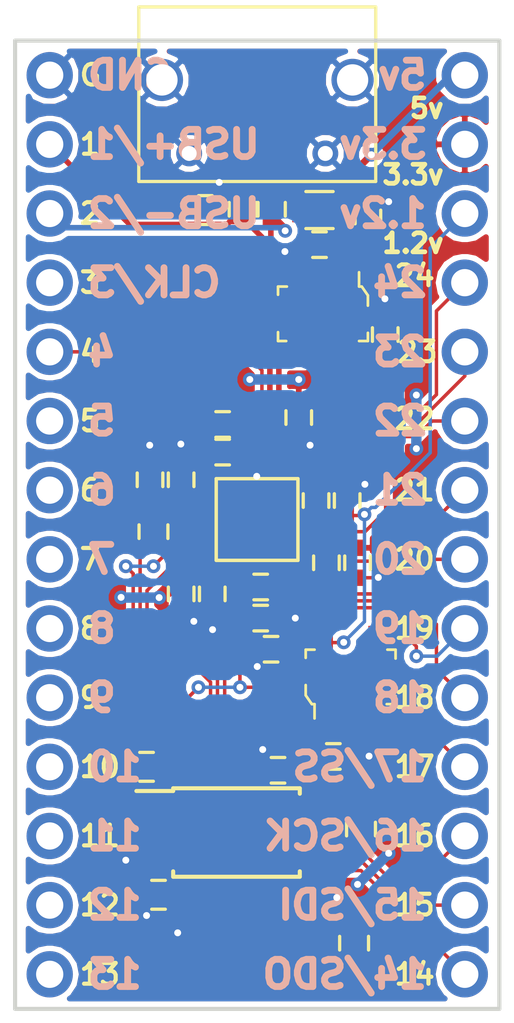
<source format=kicad_pcb>
(kicad_pcb (version 20171130) (host pcbnew "(5.0.0-rc2-dev-252-gb5f1fdd98)")

  (general
    (thickness 1.6)
    (drawings 60)
    (tracks 374)
    (zones 0)
    (modules 37)
    (nets 52)
  )

  (page A4)
  (layers
    (0 F.Cu signal)
    (31 B.Cu signal)
    (32 B.Adhes user hide)
    (33 F.Adhes user hide)
    (34 B.Paste user hide)
    (35 F.Paste user hide)
    (36 B.SilkS user hide)
    (37 F.SilkS user)
    (38 B.Mask user hide)
    (39 F.Mask user)
    (40 Dwgs.User user hide)
    (41 Cmts.User user hide)
    (42 Eco1.User user hide)
    (43 Eco2.User user hide)
    (44 Edge.Cuts user hide)
    (45 Margin user hide)
    (46 B.CrtYd user hide)
    (47 F.CrtYd user hide)
    (48 B.Fab user hide)
    (49 F.Fab user hide)
  )

  (setup
    (last_trace_width 0.127)
    (trace_clearance 0.127)
    (zone_clearance 0.2)
    (zone_45_only no)
    (trace_min 0.127)
    (segment_width 0.2)
    (edge_width 0.15)
    (via_size 0.508)
    (via_drill 0.254)
    (via_min_size 0.508)
    (via_min_drill 0.254)
    (uvia_size 0.3)
    (uvia_drill 0.1)
    (uvias_allowed no)
    (uvia_min_size 0.2)
    (uvia_min_drill 0.1)
    (pcb_text_width 0.3)
    (pcb_text_size 0.762 0.762)
    (mod_edge_width 0.15)
    (mod_text_size 0 0)
    (mod_text_width 0)
    (pad_size 1.55 1.55)
    (pad_drill 1.15)
    (pad_to_mask_clearance 0.2)
    (aux_axis_origin 0 0)
    (visible_elements 7FFFFFFF)
    (pcbplotparams
      (layerselection 0x010fc_ffffffff)
      (usegerberextensions false)
      (usegerberattributes false)
      (usegerberadvancedattributes false)
      (creategerberjobfile false)
      (excludeedgelayer true)
      (linewidth 0.100000)
      (plotframeref false)
      (viasonmask false)
      (mode 1)
      (useauxorigin false)
      (hpglpennumber 1)
      (hpglpenspeed 20)
      (hpglpendiameter 15)
      (psnegative false)
      (psa4output false)
      (plotreference true)
      (plotvalue true)
      (plotinvisibletext false)
      (padsonsilk false)
      (subtractmaskfromsilk false)
      (outputformat 1)
      (mirror false)
      (drillshape 0)
      (scaleselection 1)
      (outputdirectory ""))
  )

  (net 0 "")
  (net 1 RESET_B)
  (net 2 GND)
  (net 3 +3V3)
  (net 4 +1V2)
  (net 5 "Net-(U3-Pad4)")
  (net 6 +5V)
  (net 7 "Net-(U2-Pad4)")
  (net 8 GNDPLL)
  (net 9 "Net-(R4-Pad2)")
  (net 10 SI)
  (net 11 "Net-(C18-Pad2)")
  (net 12 F2)
  (net 13 SO)
  (net 14 SCK)
  (net 15 E1)
  (net 16 E2)
  (net 17 E3)
  (net 18 E4)
  (net 19 E5)
  (net 20 CS_B)
  (net 21 C3)
  (net 22 C4)
  (net 23 C6)
  (net 24 B1)
  (net 25 B2)
  (net 26 B4)
  (net 27 B6)
  (net 28 B7)
  (net 29 A1)
  (net 30 A2)
  (net 31 A4)
  (net 32 A6)
  (net 33 A7)
  (net 34 "Net-(J1-Pad3)")
  (net 35 "Net-(J1-Pad2)")
  (net 36 "Net-(R8-Pad2)")
  (net 37 "Net-(J1-Pad1)")
  (net 38 "Net-(U4-Pad7)")
  (net 39 "Net-(J1-Pad4)")
  (net 40 "Net-(J3-Pad9)")
  (net 41 "Net-(J3-Pad14)")
  (net 42 "Net-(J3-Pad13)")
  (net 43 "Net-(J3-Pad12)")
  (net 44 "Net-(J3-Pad11)")
  (net 45 "Net-(J3-Pad10)")
  (net 46 "Net-(J3-Pad8)")
  (net 47 "Net-(J3-Pad7)")
  (net 48 "Net-(J3-Pad6)")
  (net 49 "Net-(J3-Pad4)")
  (net 50 C1)
  (net 51 F3)

  (net_class Default "This is the default net class."
    (clearance 0.127)
    (trace_width 0.127)
    (via_dia 0.508)
    (via_drill 0.254)
    (uvia_dia 0.3)
    (uvia_drill 0.1)
    (add_net +1V2)
    (add_net +3V3)
    (add_net A1)
    (add_net A2)
    (add_net A4)
    (add_net A6)
    (add_net A7)
    (add_net B2)
    (add_net B4)
    (add_net B6)
    (add_net B7)
    (add_net C3)
    (add_net C4)
    (add_net C6)
    (add_net CS_B)
    (add_net E1)
    (add_net E2)
    (add_net E3)
    (add_net E4)
    (add_net E5)
    (add_net F2)
    (add_net F3)
    (add_net GND)
    (add_net GNDPLL)
    (add_net "Net-(C18-Pad2)")
    (add_net "Net-(J1-Pad4)")
    (add_net "Net-(J3-Pad10)")
    (add_net "Net-(J3-Pad11)")
    (add_net "Net-(J3-Pad12)")
    (add_net "Net-(J3-Pad13)")
    (add_net "Net-(J3-Pad14)")
    (add_net "Net-(J3-Pad4)")
    (add_net "Net-(J3-Pad6)")
    (add_net "Net-(J3-Pad7)")
    (add_net "Net-(J3-Pad8)")
    (add_net "Net-(J3-Pad9)")
    (add_net "Net-(R4-Pad2)")
    (add_net "Net-(R8-Pad2)")
    (add_net "Net-(U2-Pad4)")
    (add_net "Net-(U3-Pad4)")
    (add_net "Net-(U4-Pad7)")
    (add_net RESET_B)
    (add_net SCK)
    (add_net SI)
    (add_net SO)
  )

  (net_class 5V ""
    (clearance 0.127)
    (trace_width 0.254)
    (via_dia 0.508)
    (via_drill 0.254)
    (uvia_dia 0.3)
    (uvia_drill 0.1)
    (add_net +5V)
    (add_net "Net-(J1-Pad1)")
  )

  (net_class USB ""
    (clearance 0.127)
    (trace_width 0.2032)
    (via_dia 0.508)
    (via_drill 0.254)
    (uvia_dia 0.3)
    (uvia_drill 0.1)
    (diff_pair_gap 0.127)
    (diff_pair_width 0.2032)
    (add_net B1)
    (add_net C1)
    (add_net "Net-(J1-Pad2)")
    (add_net "Net-(J1-Pad3)")
  )

  (module smolfpga:CDFN3225-4LD-PL-1 (layer F.Cu) (tedit 591AA274) (tstamp 5AC15FCA)
    (at 136.906 96.52 270)
    (path /5AB1DF5E)
    (fp_text reference U5 (at 0 3.05 270) (layer F.SilkS)
      (effects (font (size 0 0) (thickness 0.15)))
    )
    (fp_text value DSC6001CI2A-016.0000T (at 0 -2.85 270) (layer F.Fab)
      (effects (font (size 0 0) (thickness 0.15)))
    )
    (fp_line (start -1.761386 1.041754) (end -1.761386 -1.458246) (layer F.Fab) (width 0.15))
    (fp_line (start -1.761386 -1.458246) (end 1.438614 -1.458246) (layer F.Fab) (width 0.15))
    (fp_line (start 1.438614 -1.458246) (end 1.438614 1.041754) (layer F.Fab) (width 0.15))
    (fp_line (start 1.438614 1.041754) (end -1.761386 1.041754) (layer F.Fab) (width 0.15))
    (fp_circle (center -2.361386 1.541754) (end -2.161386 1.391754) (layer F.Fab) (width 0.15))
    (pad 2 smd rect (at 0.888614 0.741754) (size 1 0.9) (layers F.Cu F.Paste F.Mask)
      (net 2 GND))
    (pad 3 smd rect (at 0.888614 -1.158246) (size 1 0.9) (layers F.Cu F.Paste F.Mask)
      (net 31 A4))
    (pad 4 smd rect (at -1.211386 -1.158246) (size 1 0.9) (layers F.Cu F.Paste F.Mask)
      (net 3 +3V3))
    (pad 1 smd rect (at -1.211386 0.741754) (size 1 0.9) (layers F.Cu F.Paste F.Mask)
      (net 3 +3V3))
  )

  (module smolfpga:C_0402 (layer F.Cu) (tedit 58AA841A) (tstamp 5AC15FBA)
    (at 134.874 96.393 90)
    (descr "Capacitor SMD 0402, reflow soldering, AVX (see smccp.pdf)")
    (tags "capacitor 0402")
    (path /5AB207EB)
    (attr smd)
    (fp_text reference C21 (at 0 -1.27 90) (layer F.SilkS)
      (effects (font (size 0 0) (thickness 0.15)))
    )
    (fp_text value 100nF (at 0 1.27 90) (layer F.Fab)
      (effects (font (size 0 0) (thickness 0.15)))
    )
    (fp_line (start 1 0.4) (end -1 0.4) (layer F.CrtYd) (width 0.05))
    (fp_line (start 1 0.4) (end 1 -0.4) (layer F.CrtYd) (width 0.05))
    (fp_line (start -1 -0.4) (end -1 0.4) (layer F.CrtYd) (width 0.05))
    (fp_line (start -1 -0.4) (end 1 -0.4) (layer F.CrtYd) (width 0.05))
    (fp_line (start -0.25 0.47) (end 0.25 0.47) (layer F.SilkS) (width 0.12))
    (fp_line (start 0.25 -0.47) (end -0.25 -0.47) (layer F.SilkS) (width 0.12))
    (fp_line (start -0.5 -0.25) (end 0.5 -0.25) (layer F.Fab) (width 0.1))
    (fp_line (start 0.5 -0.25) (end 0.5 0.25) (layer F.Fab) (width 0.1))
    (fp_line (start 0.5 0.25) (end -0.5 0.25) (layer F.Fab) (width 0.1))
    (fp_line (start -0.5 0.25) (end -0.5 -0.25) (layer F.Fab) (width 0.1))
    (fp_text user %R (at 0 -1.27 90) (layer F.Fab)
      (effects (font (size 0 0) (thickness 0.15)))
    )
    (pad 2 smd rect (at 0.55 0 90) (size 0.6 0.5) (layers F.Cu F.Paste F.Mask)
      (net 3 +3V3))
    (pad 1 smd rect (at -0.55 0 90) (size 0.6 0.5) (layers F.Cu F.Paste F.Mask)
      (net 2 GND))
    (model Capacitors_SMD.3dshapes/C_0402.wrl
      (at (xyz 0 0 0))
      (scale (xyz 1 1 1))
      (rotate (xyz 0 0 0))
    )
  )

  (module smolfpga:C_0402 (layer F.Cu) (tedit 58AA841A) (tstamp 5AC15FAA)
    (at 132.08 96.647)
    (descr "Capacitor SMD 0402, reflow soldering, AVX (see smccp.pdf)")
    (tags "capacitor 0402")
    (path /5AB56715)
    (attr smd)
    (fp_text reference C19 (at 0 -1.27) (layer F.SilkS)
      (effects (font (size 0 0) (thickness 0.15)))
    )
    (fp_text value C (at 0 1.27) (layer F.Fab)
      (effects (font (size 0 0) (thickness 0.15)))
    )
    (fp_line (start 1 0.4) (end -1 0.4) (layer F.CrtYd) (width 0.05))
    (fp_line (start 1 0.4) (end 1 -0.4) (layer F.CrtYd) (width 0.05))
    (fp_line (start -1 -0.4) (end -1 0.4) (layer F.CrtYd) (width 0.05))
    (fp_line (start -1 -0.4) (end 1 -0.4) (layer F.CrtYd) (width 0.05))
    (fp_line (start -0.25 0.47) (end 0.25 0.47) (layer F.SilkS) (width 0.12))
    (fp_line (start 0.25 -0.47) (end -0.25 -0.47) (layer F.SilkS) (width 0.12))
    (fp_line (start -0.5 -0.25) (end 0.5 -0.25) (layer F.Fab) (width 0.1))
    (fp_line (start 0.5 -0.25) (end 0.5 0.25) (layer F.Fab) (width 0.1))
    (fp_line (start 0.5 0.25) (end -0.5 0.25) (layer F.Fab) (width 0.1))
    (fp_line (start -0.5 0.25) (end -0.5 -0.25) (layer F.Fab) (width 0.1))
    (fp_text user %R (at 0 -1.27) (layer F.Fab)
      (effects (font (size 0 0) (thickness 0.15)))
    )
    (pad 2 smd rect (at 0.55 0) (size 0.6 0.5) (layers F.Cu F.Paste F.Mask)
      (net 11 "Net-(C18-Pad2)"))
    (pad 1 smd rect (at -0.55 0) (size 0.6 0.5) (layers F.Cu F.Paste F.Mask)
      (net 8 GNDPLL))
    (model Capacitors_SMD.3dshapes/C_0402.wrl
      (at (xyz 0 0 0))
      (scale (xyz 1 1 1))
      (rotate (xyz 0 0 0))
    )
  )

  (module smolfpga:C_0402 (layer F.Cu) (tedit 58AA841A) (tstamp 5AC15F9A)
    (at 132.08 97.663)
    (descr "Capacitor SMD 0402, reflow soldering, AVX (see smccp.pdf)")
    (tags "capacitor 0402")
    (path /5AB566AF)
    (attr smd)
    (fp_text reference C18 (at 0 -1.27) (layer F.SilkS)
      (effects (font (size 0 0) (thickness 0.15)))
    )
    (fp_text value C (at 0 1.27) (layer F.Fab)
      (effects (font (size 0 0) (thickness 0.15)))
    )
    (fp_text user %R (at 0 -1.27) (layer F.Fab)
      (effects (font (size 0 0) (thickness 0.15)))
    )
    (fp_line (start -0.5 0.25) (end -0.5 -0.25) (layer F.Fab) (width 0.1))
    (fp_line (start 0.5 0.25) (end -0.5 0.25) (layer F.Fab) (width 0.1))
    (fp_line (start 0.5 -0.25) (end 0.5 0.25) (layer F.Fab) (width 0.1))
    (fp_line (start -0.5 -0.25) (end 0.5 -0.25) (layer F.Fab) (width 0.1))
    (fp_line (start 0.25 -0.47) (end -0.25 -0.47) (layer F.SilkS) (width 0.12))
    (fp_line (start -0.25 0.47) (end 0.25 0.47) (layer F.SilkS) (width 0.12))
    (fp_line (start -1 -0.4) (end 1 -0.4) (layer F.CrtYd) (width 0.05))
    (fp_line (start -1 -0.4) (end -1 0.4) (layer F.CrtYd) (width 0.05))
    (fp_line (start 1 0.4) (end 1 -0.4) (layer F.CrtYd) (width 0.05))
    (fp_line (start 1 0.4) (end -1 0.4) (layer F.CrtYd) (width 0.05))
    (pad 1 smd rect (at -0.55 0) (size 0.6 0.5) (layers F.Cu F.Paste F.Mask)
      (net 8 GNDPLL))
    (pad 2 smd rect (at 0.55 0) (size 0.6 0.5) (layers F.Cu F.Paste F.Mask)
      (net 11 "Net-(C18-Pad2)"))
    (model Capacitors_SMD.3dshapes/C_0402.wrl
      (at (xyz 0 0 0))
      (scale (xyz 1 1 1))
      (rotate (xyz 0 0 0))
    )
  )

  (module smolfpga:C_0402 (layer F.Cu) (tedit 58AA841A) (tstamp 5AC15F8A)
    (at 130.556 98.679 270)
    (descr "Capacitor SMD 0402, reflow soldering, AVX (see smccp.pdf)")
    (tags "capacitor 0402")
    (path /5AB5087B)
    (attr smd)
    (fp_text reference C17 (at 0 -1.27 270) (layer F.SilkS)
      (effects (font (size 0 0) (thickness 0.15)))
    )
    (fp_text value C (at 0 1.27 270) (layer F.Fab)
      (effects (font (size 0 0) (thickness 0.15)))
    )
    (fp_line (start 1 0.4) (end -1 0.4) (layer F.CrtYd) (width 0.05))
    (fp_line (start 1 0.4) (end 1 -0.4) (layer F.CrtYd) (width 0.05))
    (fp_line (start -1 -0.4) (end -1 0.4) (layer F.CrtYd) (width 0.05))
    (fp_line (start -1 -0.4) (end 1 -0.4) (layer F.CrtYd) (width 0.05))
    (fp_line (start -0.25 0.47) (end 0.25 0.47) (layer F.SilkS) (width 0.12))
    (fp_line (start 0.25 -0.47) (end -0.25 -0.47) (layer F.SilkS) (width 0.12))
    (fp_line (start -0.5 -0.25) (end 0.5 -0.25) (layer F.Fab) (width 0.1))
    (fp_line (start 0.5 -0.25) (end 0.5 0.25) (layer F.Fab) (width 0.1))
    (fp_line (start 0.5 0.25) (end -0.5 0.25) (layer F.Fab) (width 0.1))
    (fp_line (start -0.5 0.25) (end -0.5 -0.25) (layer F.Fab) (width 0.1))
    (fp_text user %R (at 0 -1.27 270) (layer F.Fab)
      (effects (font (size 0 0) (thickness 0.15)))
    )
    (pad 2 smd rect (at 0.55 0 270) (size 0.6 0.5) (layers F.Cu F.Paste F.Mask)
      (net 3 +3V3))
    (pad 1 smd rect (at -0.55 0 270) (size 0.6 0.5) (layers F.Cu F.Paste F.Mask)
      (net 2 GND))
    (model Capacitors_SMD.3dshapes/C_0402.wrl
      (at (xyz 0 0 0))
      (scale (xyz 1 1 1))
      (rotate (xyz 0 0 0))
    )
  )

  (module smolfpga:C_0402 (layer F.Cu) (tedit 58AA841A) (tstamp 5AC15F7A)
    (at 129.413 98.679 270)
    (descr "Capacitor SMD 0402, reflow soldering, AVX (see smccp.pdf)")
    (tags "capacitor 0402")
    (path /5AB50825)
    (attr smd)
    (fp_text reference C16 (at 0 -1.27 270) (layer F.SilkS)
      (effects (font (size 0 0) (thickness 0.15)))
    )
    (fp_text value C (at 0 1.27 270) (layer F.Fab)
      (effects (font (size 0 0) (thickness 0.15)))
    )
    (fp_text user %R (at 0 -1.27 270) (layer F.Fab)
      (effects (font (size 0 0) (thickness 0.15)))
    )
    (fp_line (start -0.5 0.25) (end -0.5 -0.25) (layer F.Fab) (width 0.1))
    (fp_line (start 0.5 0.25) (end -0.5 0.25) (layer F.Fab) (width 0.1))
    (fp_line (start 0.5 -0.25) (end 0.5 0.25) (layer F.Fab) (width 0.1))
    (fp_line (start -0.5 -0.25) (end 0.5 -0.25) (layer F.Fab) (width 0.1))
    (fp_line (start 0.25 -0.47) (end -0.25 -0.47) (layer F.SilkS) (width 0.12))
    (fp_line (start -0.25 0.47) (end 0.25 0.47) (layer F.SilkS) (width 0.12))
    (fp_line (start -1 -0.4) (end 1 -0.4) (layer F.CrtYd) (width 0.05))
    (fp_line (start -1 -0.4) (end -1 0.4) (layer F.CrtYd) (width 0.05))
    (fp_line (start 1 0.4) (end 1 -0.4) (layer F.CrtYd) (width 0.05))
    (fp_line (start 1 0.4) (end -1 0.4) (layer F.CrtYd) (width 0.05))
    (pad 1 smd rect (at -0.55 0 270) (size 0.6 0.5) (layers F.Cu F.Paste F.Mask)
      (net 2 GND))
    (pad 2 smd rect (at 0.55 0 270) (size 0.6 0.5) (layers F.Cu F.Paste F.Mask)
      (net 3 +3V3))
    (model Capacitors_SMD.3dshapes/C_0402.wrl
      (at (xyz 0 0 0))
      (scale (xyz 1 1 1))
      (rotate (xyz 0 0 0))
    )
  )

  (module smolfpga:C_0402 (layer F.Cu) (tedit 58AA841A) (tstamp 5AC15F6A)
    (at 131.699 102.87 90)
    (descr "Capacitor SMD 0402, reflow soldering, AVX (see smccp.pdf)")
    (tags "capacitor 0402")
    (path /5AB4C9E2)
    (attr smd)
    (fp_text reference C15 (at 0 -1.27 90) (layer F.SilkS)
      (effects (font (size 0 0) (thickness 0.15)))
    )
    (fp_text value C (at 0 1.27 90) (layer F.Fab)
      (effects (font (size 0 0) (thickness 0.15)))
    )
    (fp_line (start 1 0.4) (end -1 0.4) (layer F.CrtYd) (width 0.05))
    (fp_line (start 1 0.4) (end 1 -0.4) (layer F.CrtYd) (width 0.05))
    (fp_line (start -1 -0.4) (end -1 0.4) (layer F.CrtYd) (width 0.05))
    (fp_line (start -1 -0.4) (end 1 -0.4) (layer F.CrtYd) (width 0.05))
    (fp_line (start -0.25 0.47) (end 0.25 0.47) (layer F.SilkS) (width 0.12))
    (fp_line (start 0.25 -0.47) (end -0.25 -0.47) (layer F.SilkS) (width 0.12))
    (fp_line (start -0.5 -0.25) (end 0.5 -0.25) (layer F.Fab) (width 0.1))
    (fp_line (start 0.5 -0.25) (end 0.5 0.25) (layer F.Fab) (width 0.1))
    (fp_line (start 0.5 0.25) (end -0.5 0.25) (layer F.Fab) (width 0.1))
    (fp_line (start -0.5 0.25) (end -0.5 -0.25) (layer F.Fab) (width 0.1))
    (fp_text user %R (at 0 -1.27 90) (layer F.Fab)
      (effects (font (size 0 0) (thickness 0.15)))
    )
    (pad 2 smd rect (at 0.55 0 90) (size 0.6 0.5) (layers F.Cu F.Paste F.Mask)
      (net 3 +3V3))
    (pad 1 smd rect (at -0.55 0 90) (size 0.6 0.5) (layers F.Cu F.Paste F.Mask)
      (net 2 GND))
    (model Capacitors_SMD.3dshapes/C_0402.wrl
      (at (xyz 0 0 0))
      (scale (xyz 1 1 1))
      (rotate (xyz 0 0 0))
    )
  )

  (module smolfpga:C_0402 (layer F.Cu) (tedit 58AA841A) (tstamp 5AC15F5A)
    (at 130.556 102.87 90)
    (descr "Capacitor SMD 0402, reflow soldering, AVX (see smccp.pdf)")
    (tags "capacitor 0402")
    (path /5AB4C890)
    (attr smd)
    (fp_text reference C14 (at 0 -1.27 90) (layer F.SilkS)
      (effects (font (size 0 0) (thickness 0.15)))
    )
    (fp_text value C (at 0 1.27 90) (layer F.Fab)
      (effects (font (size 0 0) (thickness 0.15)))
    )
    (fp_text user %R (at 0 -1.27 90) (layer F.Fab)
      (effects (font (size 0 0) (thickness 0.15)))
    )
    (fp_line (start -0.5 0.25) (end -0.5 -0.25) (layer F.Fab) (width 0.1))
    (fp_line (start 0.5 0.25) (end -0.5 0.25) (layer F.Fab) (width 0.1))
    (fp_line (start 0.5 -0.25) (end 0.5 0.25) (layer F.Fab) (width 0.1))
    (fp_line (start -0.5 -0.25) (end 0.5 -0.25) (layer F.Fab) (width 0.1))
    (fp_line (start 0.25 -0.47) (end -0.25 -0.47) (layer F.SilkS) (width 0.12))
    (fp_line (start -0.25 0.47) (end 0.25 0.47) (layer F.SilkS) (width 0.12))
    (fp_line (start -1 -0.4) (end 1 -0.4) (layer F.CrtYd) (width 0.05))
    (fp_line (start -1 -0.4) (end -1 0.4) (layer F.CrtYd) (width 0.05))
    (fp_line (start 1 0.4) (end 1 -0.4) (layer F.CrtYd) (width 0.05))
    (fp_line (start 1 0.4) (end -1 0.4) (layer F.CrtYd) (width 0.05))
    (pad 1 smd rect (at -0.55 0 90) (size 0.6 0.5) (layers F.Cu F.Paste F.Mask)
      (net 2 GND))
    (pad 2 smd rect (at 0.55 0 90) (size 0.6 0.5) (layers F.Cu F.Paste F.Mask)
      (net 3 +3V3))
    (model Capacitors_SMD.3dshapes/C_0402.wrl
      (at (xyz 0 0 0))
      (scale (xyz 1 1 1))
      (rotate (xyz 0 0 0))
    )
  )

  (module smolfpga:C_0402 (layer F.Cu) (tedit 58AA841A) (tstamp 5AC15F4A)
    (at 133.477 103.759 180)
    (descr "Capacitor SMD 0402, reflow soldering, AVX (see smccp.pdf)")
    (tags "capacitor 0402")
    (path /5AB1F10E)
    (attr smd)
    (fp_text reference C13 (at 0 -1.27 180) (layer F.SilkS)
      (effects (font (size 0 0) (thickness 0.15)))
    )
    (fp_text value 10nF (at 0 1.27 180) (layer F.Fab)
      (effects (font (size 0 0) (thickness 0.15)))
    )
    (fp_text user %R (at 0 -1.27 180) (layer F.Fab)
      (effects (font (size 0 0) (thickness 0.15)))
    )
    (fp_line (start -0.5 0.25) (end -0.5 -0.25) (layer F.Fab) (width 0.1))
    (fp_line (start 0.5 0.25) (end -0.5 0.25) (layer F.Fab) (width 0.1))
    (fp_line (start 0.5 -0.25) (end 0.5 0.25) (layer F.Fab) (width 0.1))
    (fp_line (start -0.5 -0.25) (end 0.5 -0.25) (layer F.Fab) (width 0.1))
    (fp_line (start 0.25 -0.47) (end -0.25 -0.47) (layer F.SilkS) (width 0.12))
    (fp_line (start -0.25 0.47) (end 0.25 0.47) (layer F.SilkS) (width 0.12))
    (fp_line (start -1 -0.4) (end 1 -0.4) (layer F.CrtYd) (width 0.05))
    (fp_line (start -1 -0.4) (end -1 0.4) (layer F.CrtYd) (width 0.05))
    (fp_line (start 1 0.4) (end 1 -0.4) (layer F.CrtYd) (width 0.05))
    (fp_line (start 1 0.4) (end -1 0.4) (layer F.CrtYd) (width 0.05))
    (pad 1 smd rect (at -0.55 0 180) (size 0.6 0.5) (layers F.Cu F.Paste F.Mask)
      (net 2 GND))
    (pad 2 smd rect (at 0.55 0 180) (size 0.6 0.5) (layers F.Cu F.Paste F.Mask)
      (net 4 +1V2))
    (model Capacitors_SMD.3dshapes/C_0402.wrl
      (at (xyz 0 0 0))
      (scale (xyz 1 1 1))
      (rotate (xyz 0 0 0))
    )
  )

  (module smolfpga:C_0402 (layer F.Cu) (tedit 58AA841A) (tstamp 5AC15F3A)
    (at 136.652 99.441 270)
    (descr "Capacitor SMD 0402, reflow soldering, AVX (see smccp.pdf)")
    (tags "capacitor 0402")
    (path /5AB1F070)
    (attr smd)
    (fp_text reference C12 (at 0 -1.27 270) (layer F.SilkS)
      (effects (font (size 0 0) (thickness 0.15)))
    )
    (fp_text value 100nF (at 0 1.27 270) (layer F.Fab)
      (effects (font (size 0 0) (thickness 0.15)))
    )
    (fp_line (start 1 0.4) (end -1 0.4) (layer F.CrtYd) (width 0.05))
    (fp_line (start 1 0.4) (end 1 -0.4) (layer F.CrtYd) (width 0.05))
    (fp_line (start -1 -0.4) (end -1 0.4) (layer F.CrtYd) (width 0.05))
    (fp_line (start -1 -0.4) (end 1 -0.4) (layer F.CrtYd) (width 0.05))
    (fp_line (start -0.25 0.47) (end 0.25 0.47) (layer F.SilkS) (width 0.12))
    (fp_line (start 0.25 -0.47) (end -0.25 -0.47) (layer F.SilkS) (width 0.12))
    (fp_line (start -0.5 -0.25) (end 0.5 -0.25) (layer F.Fab) (width 0.1))
    (fp_line (start 0.5 -0.25) (end 0.5 0.25) (layer F.Fab) (width 0.1))
    (fp_line (start 0.5 0.25) (end -0.5 0.25) (layer F.Fab) (width 0.1))
    (fp_line (start -0.5 0.25) (end -0.5 -0.25) (layer F.Fab) (width 0.1))
    (fp_text user %R (at 0 -1.27 270) (layer F.Fab)
      (effects (font (size 0 0) (thickness 0.15)))
    )
    (pad 2 smd rect (at 0.55 0 270) (size 0.6 0.5) (layers F.Cu F.Paste F.Mask)
      (net 4 +1V2))
    (pad 1 smd rect (at -0.55 0 270) (size 0.6 0.5) (layers F.Cu F.Paste F.Mask)
      (net 2 GND))
    (model Capacitors_SMD.3dshapes/C_0402.wrl
      (at (xyz 0 0 0))
      (scale (xyz 1 1 1))
      (rotate (xyz 0 0 0))
    )
  )

  (module smolfpga:C_0402 (layer F.Cu) (tedit 58AA841A) (tstamp 5AC15F2A)
    (at 135.509 99.441 270)
    (descr "Capacitor SMD 0402, reflow soldering, AVX (see smccp.pdf)")
    (tags "capacitor 0402")
    (path /5AB1F02A)
    (attr smd)
    (fp_text reference C11 (at 0 -1.27 270) (layer F.SilkS)
      (effects (font (size 0 0) (thickness 0.15)))
    )
    (fp_text value 10nF (at 0 1.27 270) (layer F.Fab)
      (effects (font (size 0 0) (thickness 0.15)))
    )
    (fp_text user %R (at 0 -1.27 270) (layer F.Fab)
      (effects (font (size 0 0) (thickness 0.15)))
    )
    (fp_line (start -0.5 0.25) (end -0.5 -0.25) (layer F.Fab) (width 0.1))
    (fp_line (start 0.5 0.25) (end -0.5 0.25) (layer F.Fab) (width 0.1))
    (fp_line (start 0.5 -0.25) (end 0.5 0.25) (layer F.Fab) (width 0.1))
    (fp_line (start -0.5 -0.25) (end 0.5 -0.25) (layer F.Fab) (width 0.1))
    (fp_line (start 0.25 -0.47) (end -0.25 -0.47) (layer F.SilkS) (width 0.12))
    (fp_line (start -0.25 0.47) (end 0.25 0.47) (layer F.SilkS) (width 0.12))
    (fp_line (start -1 -0.4) (end 1 -0.4) (layer F.CrtYd) (width 0.05))
    (fp_line (start -1 -0.4) (end -1 0.4) (layer F.CrtYd) (width 0.05))
    (fp_line (start 1 0.4) (end 1 -0.4) (layer F.CrtYd) (width 0.05))
    (fp_line (start 1 0.4) (end -1 0.4) (layer F.CrtYd) (width 0.05))
    (pad 1 smd rect (at -0.55 0 270) (size 0.6 0.5) (layers F.Cu F.Paste F.Mask)
      (net 2 GND))
    (pad 2 smd rect (at 0.55 0 270) (size 0.6 0.5) (layers F.Cu F.Paste F.Mask)
      (net 4 +1V2))
    (model Capacitors_SMD.3dshapes/C_0402.wrl
      (at (xyz 0 0 0))
      (scale (xyz 1 1 1))
      (rotate (xyz 0 0 0))
    )
  )

  (module smolfpga:C_0402 (layer F.Cu) (tedit 58AA841A) (tstamp 5AC15F1A)
    (at 133.477 102.616 180)
    (descr "Capacitor SMD 0402, reflow soldering, AVX (see smccp.pdf)")
    (tags "capacitor 0402")
    (path /5AB1EFBA)
    (attr smd)
    (fp_text reference C10 (at 0 -1.27 180) (layer F.SilkS)
      (effects (font (size 0 0) (thickness 0.15)))
    )
    (fp_text value 100nF (at 0 1.27 180) (layer F.Fab)
      (effects (font (size 0 0) (thickness 0.15)))
    )
    (fp_line (start 1 0.4) (end -1 0.4) (layer F.CrtYd) (width 0.05))
    (fp_line (start 1 0.4) (end 1 -0.4) (layer F.CrtYd) (width 0.05))
    (fp_line (start -1 -0.4) (end -1 0.4) (layer F.CrtYd) (width 0.05))
    (fp_line (start -1 -0.4) (end 1 -0.4) (layer F.CrtYd) (width 0.05))
    (fp_line (start -0.25 0.47) (end 0.25 0.47) (layer F.SilkS) (width 0.12))
    (fp_line (start 0.25 -0.47) (end -0.25 -0.47) (layer F.SilkS) (width 0.12))
    (fp_line (start -0.5 -0.25) (end 0.5 -0.25) (layer F.Fab) (width 0.1))
    (fp_line (start 0.5 -0.25) (end 0.5 0.25) (layer F.Fab) (width 0.1))
    (fp_line (start 0.5 0.25) (end -0.5 0.25) (layer F.Fab) (width 0.1))
    (fp_line (start -0.5 0.25) (end -0.5 -0.25) (layer F.Fab) (width 0.1))
    (fp_text user %R (at 0 -1.27 180) (layer F.Fab)
      (effects (font (size 0 0) (thickness 0.15)))
    )
    (pad 2 smd rect (at 0.55 0 180) (size 0.6 0.5) (layers F.Cu F.Paste F.Mask)
      (net 4 +1V2))
    (pad 1 smd rect (at -0.55 0 180) (size 0.6 0.5) (layers F.Cu F.Paste F.Mask)
      (net 2 GND))
    (model Capacitors_SMD.3dshapes/C_0402.wrl
      (at (xyz 0 0 0))
      (scale (xyz 1 1 1))
      (rotate (xyz 0 0 0))
    )
  )

  (module smolfpga:C_0402 (layer F.Cu) (tedit 58AA841A) (tstamp 5AC15F0A)
    (at 133.858 104.902)
    (descr "Capacitor SMD 0402, reflow soldering, AVX (see smccp.pdf)")
    (tags "capacitor 0402")
    (path /5AB1ECB8)
    (attr smd)
    (fp_text reference C9 (at 0 -1.27) (layer F.SilkS)
      (effects (font (size 0 0) (thickness 0.15)))
    )
    (fp_text value 1uF (at 0 1.27) (layer F.Fab)
      (effects (font (size 0 0) (thickness 0.15)))
    )
    (fp_text user %R (at 0 -1.27) (layer F.Fab)
      (effects (font (size 0 0) (thickness 0.15)))
    )
    (fp_line (start -0.5 0.25) (end -0.5 -0.25) (layer F.Fab) (width 0.1))
    (fp_line (start 0.5 0.25) (end -0.5 0.25) (layer F.Fab) (width 0.1))
    (fp_line (start 0.5 -0.25) (end 0.5 0.25) (layer F.Fab) (width 0.1))
    (fp_line (start -0.5 -0.25) (end 0.5 -0.25) (layer F.Fab) (width 0.1))
    (fp_line (start 0.25 -0.47) (end -0.25 -0.47) (layer F.SilkS) (width 0.12))
    (fp_line (start -0.25 0.47) (end 0.25 0.47) (layer F.SilkS) (width 0.12))
    (fp_line (start -1 -0.4) (end 1 -0.4) (layer F.CrtYd) (width 0.05))
    (fp_line (start -1 -0.4) (end -1 0.4) (layer F.CrtYd) (width 0.05))
    (fp_line (start 1 0.4) (end 1 -0.4) (layer F.CrtYd) (width 0.05))
    (fp_line (start 1 0.4) (end -1 0.4) (layer F.CrtYd) (width 0.05))
    (pad 1 smd rect (at -0.55 0) (size 0.6 0.5) (layers F.Cu F.Paste F.Mask)
      (net 2 GND))
    (pad 2 smd rect (at 0.55 0) (size 0.6 0.5) (layers F.Cu F.Paste F.Mask)
      (net 4 +1V2))
    (model Capacitors_SMD.3dshapes/C_0402.wrl
      (at (xyz 0 0 0))
      (scale (xyz 1 1 1))
      (rotate (xyz 0 0 0))
    )
  )

  (module smolfpga:C_0402 (layer F.Cu) (tedit 58AA841A) (tstamp 5AC15EFA)
    (at 136.144 108.839 180)
    (descr "Capacitor SMD 0402, reflow soldering, AVX (see smccp.pdf)")
    (tags "capacitor 0402")
    (path /5AB1EC68)
    (attr smd)
    (fp_text reference C8 (at 0 -1.27 180) (layer F.SilkS)
      (effects (font (size 0 0) (thickness 0.15)))
    )
    (fp_text value 1uF (at 0 1.27 180) (layer F.Fab)
      (effects (font (size 0 0) (thickness 0.15)))
    )
    (fp_line (start 1 0.4) (end -1 0.4) (layer F.CrtYd) (width 0.05))
    (fp_line (start 1 0.4) (end 1 -0.4) (layer F.CrtYd) (width 0.05))
    (fp_line (start -1 -0.4) (end -1 0.4) (layer F.CrtYd) (width 0.05))
    (fp_line (start -1 -0.4) (end 1 -0.4) (layer F.CrtYd) (width 0.05))
    (fp_line (start -0.25 0.47) (end 0.25 0.47) (layer F.SilkS) (width 0.12))
    (fp_line (start 0.25 -0.47) (end -0.25 -0.47) (layer F.SilkS) (width 0.12))
    (fp_line (start -0.5 -0.25) (end 0.5 -0.25) (layer F.Fab) (width 0.1))
    (fp_line (start 0.5 -0.25) (end 0.5 0.25) (layer F.Fab) (width 0.1))
    (fp_line (start 0.5 0.25) (end -0.5 0.25) (layer F.Fab) (width 0.1))
    (fp_line (start -0.5 0.25) (end -0.5 -0.25) (layer F.Fab) (width 0.1))
    (fp_text user %R (at 0 -1.27 180) (layer F.Fab)
      (effects (font (size 0 0) (thickness 0.15)))
    )
    (pad 2 smd rect (at 0.55 0 180) (size 0.6 0.5) (layers F.Cu F.Paste F.Mask)
      (net 3 +3V3))
    (pad 1 smd rect (at -0.55 0 180) (size 0.6 0.5) (layers F.Cu F.Paste F.Mask)
      (net 2 GND))
    (model Capacitors_SMD.3dshapes/C_0402.wrl
      (at (xyz 0 0 0))
      (scale (xyz 1 1 1))
      (rotate (xyz 0 0 0))
    )
  )

  (module smolfpga:C_0402 (layer F.Cu) (tedit 58AA841A) (tstamp 5AC15EEA)
    (at 137.033 101.727 90)
    (descr "Capacitor SMD 0402, reflow soldering, AVX (see smccp.pdf)")
    (tags "capacitor 0402")
    (path /5AB68C4D)
    (attr smd)
    (fp_text reference C7 (at 0 -1.27 90) (layer F.SilkS)
      (effects (font (size 0 0) (thickness 0.15)))
    )
    (fp_text value 10nF (at 0 1.27 90) (layer F.Fab)
      (effects (font (size 0 0) (thickness 0.15)))
    )
    (fp_text user %R (at 0 -1.27 90) (layer F.Fab)
      (effects (font (size 0 0) (thickness 0.15)))
    )
    (fp_line (start -0.5 0.25) (end -0.5 -0.25) (layer F.Fab) (width 0.1))
    (fp_line (start 0.5 0.25) (end -0.5 0.25) (layer F.Fab) (width 0.1))
    (fp_line (start 0.5 -0.25) (end 0.5 0.25) (layer F.Fab) (width 0.1))
    (fp_line (start -0.5 -0.25) (end 0.5 -0.25) (layer F.Fab) (width 0.1))
    (fp_line (start 0.25 -0.47) (end -0.25 -0.47) (layer F.SilkS) (width 0.12))
    (fp_line (start -0.25 0.47) (end 0.25 0.47) (layer F.SilkS) (width 0.12))
    (fp_line (start -1 -0.4) (end 1 -0.4) (layer F.CrtYd) (width 0.05))
    (fp_line (start -1 -0.4) (end -1 0.4) (layer F.CrtYd) (width 0.05))
    (fp_line (start 1 0.4) (end 1 -0.4) (layer F.CrtYd) (width 0.05))
    (fp_line (start 1 0.4) (end -1 0.4) (layer F.CrtYd) (width 0.05))
    (pad 1 smd rect (at -0.55 0 90) (size 0.6 0.5) (layers F.Cu F.Paste F.Mask)
      (net 2 GND))
    (pad 2 smd rect (at 0.55 0 90) (size 0.6 0.5) (layers F.Cu F.Paste F.Mask)
      (net 3 +3V3))
    (model Capacitors_SMD.3dshapes/C_0402.wrl
      (at (xyz 0 0 0))
      (scale (xyz 1 1 1))
      (rotate (xyz 0 0 0))
    )
  )

  (module smolfpga:C_0402 (layer F.Cu) (tedit 58AA841A) (tstamp 5AC15EDA)
    (at 135.89 101.727 90)
    (descr "Capacitor SMD 0402, reflow soldering, AVX (see smccp.pdf)")
    (tags "capacitor 0402")
    (path /5AB68C44)
    (attr smd)
    (fp_text reference C6 (at 0 -1.27 90) (layer F.SilkS)
      (effects (font (size 0 0) (thickness 0.15)))
    )
    (fp_text value 100nF (at 0 1.27 90) (layer F.Fab)
      (effects (font (size 0 0) (thickness 0.15)))
    )
    (fp_line (start 1 0.4) (end -1 0.4) (layer F.CrtYd) (width 0.05))
    (fp_line (start 1 0.4) (end 1 -0.4) (layer F.CrtYd) (width 0.05))
    (fp_line (start -1 -0.4) (end -1 0.4) (layer F.CrtYd) (width 0.05))
    (fp_line (start -1 -0.4) (end 1 -0.4) (layer F.CrtYd) (width 0.05))
    (fp_line (start -0.25 0.47) (end 0.25 0.47) (layer F.SilkS) (width 0.12))
    (fp_line (start 0.25 -0.47) (end -0.25 -0.47) (layer F.SilkS) (width 0.12))
    (fp_line (start -0.5 -0.25) (end 0.5 -0.25) (layer F.Fab) (width 0.1))
    (fp_line (start 0.5 -0.25) (end 0.5 0.25) (layer F.Fab) (width 0.1))
    (fp_line (start 0.5 0.25) (end -0.5 0.25) (layer F.Fab) (width 0.1))
    (fp_line (start -0.5 0.25) (end -0.5 -0.25) (layer F.Fab) (width 0.1))
    (fp_text user %R (at 0 -1.27 90) (layer F.Fab)
      (effects (font (size 0 0) (thickness 0.15)))
    )
    (pad 2 smd rect (at 0.55 0 90) (size 0.6 0.5) (layers F.Cu F.Paste F.Mask)
      (net 3 +3V3))
    (pad 1 smd rect (at -0.55 0 90) (size 0.6 0.5) (layers F.Cu F.Paste F.Mask)
      (net 2 GND))
    (model Capacitors_SMD.3dshapes/C_0402.wrl
      (at (xyz 0 0 0))
      (scale (xyz 1 1 1))
      (rotate (xyz 0 0 0))
    )
  )

  (module smolfpga:C_0402 (layer F.Cu) (tedit 58AA841A) (tstamp 5AC15ECA)
    (at 138.049 93.345 270)
    (descr "Capacitor SMD 0402, reflow soldering, AVX (see smccp.pdf)")
    (tags "capacitor 0402")
    (path /5AB1EC1C)
    (attr smd)
    (fp_text reference C3 (at 0 -1.27 270) (layer F.SilkS)
      (effects (font (size 0 0) (thickness 0.15)))
    )
    (fp_text value 1uF (at 0 1.27 270) (layer F.Fab)
      (effects (font (size 0 0) (thickness 0.15)))
    )
    (fp_text user %R (at 0 -1.27 270) (layer F.Fab)
      (effects (font (size 0 0) (thickness 0.15)))
    )
    (fp_line (start -0.5 0.25) (end -0.5 -0.25) (layer F.Fab) (width 0.1))
    (fp_line (start 0.5 0.25) (end -0.5 0.25) (layer F.Fab) (width 0.1))
    (fp_line (start 0.5 -0.25) (end 0.5 0.25) (layer F.Fab) (width 0.1))
    (fp_line (start -0.5 -0.25) (end 0.5 -0.25) (layer F.Fab) (width 0.1))
    (fp_line (start 0.25 -0.47) (end -0.25 -0.47) (layer F.SilkS) (width 0.12))
    (fp_line (start -0.25 0.47) (end 0.25 0.47) (layer F.SilkS) (width 0.12))
    (fp_line (start -1 -0.4) (end 1 -0.4) (layer F.CrtYd) (width 0.05))
    (fp_line (start -1 -0.4) (end -1 0.4) (layer F.CrtYd) (width 0.05))
    (fp_line (start 1 0.4) (end 1 -0.4) (layer F.CrtYd) (width 0.05))
    (fp_line (start 1 0.4) (end -1 0.4) (layer F.CrtYd) (width 0.05))
    (pad 1 smd rect (at -0.55 0 270) (size 0.6 0.5) (layers F.Cu F.Paste F.Mask)
      (net 2 GND))
    (pad 2 smd rect (at 0.55 0 270) (size 0.6 0.5) (layers F.Cu F.Paste F.Mask)
      (net 3 +3V3))
    (model Capacitors_SMD.3dshapes/C_0402.wrl
      (at (xyz 0 0 0))
      (scale (xyz 1 1 1))
      (rotate (xyz 0 0 0))
    )
  )

  (module smolfpga:C_0402 (layer F.Cu) (tedit 58AA841A) (tstamp 5AC15EBA)
    (at 137.414 89.027 90)
    (descr "Capacitor SMD 0402, reflow soldering, AVX (see smccp.pdf)")
    (tags "capacitor 0402")
    (path /5AB1E98D)
    (attr smd)
    (fp_text reference C1 (at 0 -1.27 90) (layer F.SilkS)
      (effects (font (size 0 0) (thickness 0.15)))
    )
    (fp_text value 10uF (at 0 1.27 90) (layer F.Fab)
      (effects (font (size 0 0) (thickness 0.15)))
    )
    (fp_line (start 1 0.4) (end -1 0.4) (layer F.CrtYd) (width 0.05))
    (fp_line (start 1 0.4) (end 1 -0.4) (layer F.CrtYd) (width 0.05))
    (fp_line (start -1 -0.4) (end -1 0.4) (layer F.CrtYd) (width 0.05))
    (fp_line (start -1 -0.4) (end 1 -0.4) (layer F.CrtYd) (width 0.05))
    (fp_line (start -0.25 0.47) (end 0.25 0.47) (layer F.SilkS) (width 0.12))
    (fp_line (start 0.25 -0.47) (end -0.25 -0.47) (layer F.SilkS) (width 0.12))
    (fp_line (start -0.5 -0.25) (end 0.5 -0.25) (layer F.Fab) (width 0.1))
    (fp_line (start 0.5 -0.25) (end 0.5 0.25) (layer F.Fab) (width 0.1))
    (fp_line (start 0.5 0.25) (end -0.5 0.25) (layer F.Fab) (width 0.1))
    (fp_line (start -0.5 0.25) (end -0.5 -0.25) (layer F.Fab) (width 0.1))
    (fp_text user %R (at 0 -1.27 90) (layer F.Fab)
      (effects (font (size 0 0) (thickness 0.15)))
    )
    (pad 2 smd rect (at 0.55 0 90) (size 0.6 0.5) (layers F.Cu F.Paste F.Mask)
      (net 2 GND))
    (pad 1 smd rect (at -0.55 0 90) (size 0.6 0.5) (layers F.Cu F.Paste F.Mask)
      (net 6 +5V))
    (model Capacitors_SMD.3dshapes/C_0402.wrl
      (at (xyz 0 0 0))
      (scale (xyz 1 1 1))
      (rotate (xyz 0 0 0))
    )
  )

  (module smolfpga:C_0402 (layer F.Cu) (tedit 58AA841A) (tstamp 5AC15EAA)
    (at 134.112 109.347)
    (descr "Capacitor SMD 0402, reflow soldering, AVX (see smccp.pdf)")
    (tags "capacitor 0402")
    (path /5AB20738)
    (attr smd)
    (fp_text reference C20 (at 0 -1.27) (layer F.SilkS)
      (effects (font (size 0 0) (thickness 0.15)))
    )
    (fp_text value 100nF (at 0 1.27) (layer F.Fab)
      (effects (font (size 0 0) (thickness 0.15)))
    )
    (fp_text user %R (at 0 -1.27) (layer F.Fab)
      (effects (font (size 0 0) (thickness 0.15)))
    )
    (fp_line (start -0.5 0.25) (end -0.5 -0.25) (layer F.Fab) (width 0.1))
    (fp_line (start 0.5 0.25) (end -0.5 0.25) (layer F.Fab) (width 0.1))
    (fp_line (start 0.5 -0.25) (end 0.5 0.25) (layer F.Fab) (width 0.1))
    (fp_line (start -0.5 -0.25) (end 0.5 -0.25) (layer F.Fab) (width 0.1))
    (fp_line (start 0.25 -0.47) (end -0.25 -0.47) (layer F.SilkS) (width 0.12))
    (fp_line (start -0.25 0.47) (end 0.25 0.47) (layer F.SilkS) (width 0.12))
    (fp_line (start -1 -0.4) (end 1 -0.4) (layer F.CrtYd) (width 0.05))
    (fp_line (start -1 -0.4) (end -1 0.4) (layer F.CrtYd) (width 0.05))
    (fp_line (start 1 0.4) (end 1 -0.4) (layer F.CrtYd) (width 0.05))
    (fp_line (start 1 0.4) (end -1 0.4) (layer F.CrtYd) (width 0.05))
    (pad 1 smd rect (at -0.55 0) (size 0.6 0.5) (layers F.Cu F.Paste F.Mask)
      (net 2 GND))
    (pad 2 smd rect (at 0.55 0) (size 0.6 0.5) (layers F.Cu F.Paste F.Mask)
      (net 3 +3V3))
    (model Capacitors_SMD.3dshapes/C_0402.wrl
      (at (xyz 0 0 0))
      (scale (xyz 1 1 1))
      (rotate (xyz 0 0 0))
    )
  )

  (module smolfpga:C_0402 (layer F.Cu) (tedit 58AA841A) (tstamp 5AC15E9A)
    (at 135.636 90.043)
    (descr "Capacitor SMD 0402, reflow soldering, AVX (see smccp.pdf)")
    (tags "capacitor 0402")
    (path /5AB1EBBB)
    (attr smd)
    (fp_text reference C2 (at 0 -1.27) (layer F.SilkS)
      (effects (font (size 0 0) (thickness 0.15)))
    )
    (fp_text value 1uF (at 0 1.27) (layer F.Fab)
      (effects (font (size 0 0) (thickness 0.15)))
    )
    (fp_line (start 1 0.4) (end -1 0.4) (layer F.CrtYd) (width 0.05))
    (fp_line (start 1 0.4) (end 1 -0.4) (layer F.CrtYd) (width 0.05))
    (fp_line (start -1 -0.4) (end -1 0.4) (layer F.CrtYd) (width 0.05))
    (fp_line (start -1 -0.4) (end 1 -0.4) (layer F.CrtYd) (width 0.05))
    (fp_line (start -0.25 0.47) (end 0.25 0.47) (layer F.SilkS) (width 0.12))
    (fp_line (start 0.25 -0.47) (end -0.25 -0.47) (layer F.SilkS) (width 0.12))
    (fp_line (start -0.5 -0.25) (end 0.5 -0.25) (layer F.Fab) (width 0.1))
    (fp_line (start 0.5 -0.25) (end 0.5 0.25) (layer F.Fab) (width 0.1))
    (fp_line (start 0.5 0.25) (end -0.5 0.25) (layer F.Fab) (width 0.1))
    (fp_line (start -0.5 0.25) (end -0.5 -0.25) (layer F.Fab) (width 0.1))
    (fp_text user %R (at 0 -1.27) (layer F.Fab)
      (effects (font (size 0 0) (thickness 0.15)))
    )
    (pad 2 smd rect (at 0.55 0) (size 0.6 0.5) (layers F.Cu F.Paste F.Mask)
      (net 6 +5V))
    (pad 1 smd rect (at -0.55 0) (size 0.6 0.5) (layers F.Cu F.Paste F.Mask)
      (net 2 GND))
    (model Capacitors_SMD.3dshapes/C_0402.wrl
      (at (xyz 0 0 0))
      (scale (xyz 1 1 1))
      (rotate (xyz 0 0 0))
    )
  )

  (module smolfpga:L_0603 (layer F.Cu) (tedit 58307A47) (tstamp 5AC15E8A)
    (at 135.636 88.773 180)
    (descr "Resistor SMD 0603, reflow soldering, Vishay (see dcrcw.pdf)")
    (tags "resistor 0603")
    (path /5AB1E061)
    (attr smd)
    (fp_text reference L1 (at 0 0 180) (layer F.SilkS)
      (effects (font (size 0 0) (thickness 0.15)))
    )
    (fp_text value Ferrite_Bead_Small (at 0 0.65 180) (layer F.Fab)
      (effects (font (size 0 0) (thickness 0.15)))
    )
    (fp_line (start -0.5 -0.68) (end 0.5 -0.68) (layer F.SilkS) (width 0.12))
    (fp_line (start 0.5 0.68) (end -0.5 0.68) (layer F.SilkS) (width 0.12))
    (fp_line (start 1.3 -0.8) (end 1.3 0.8) (layer F.CrtYd) (width 0.05))
    (fp_line (start -1.3 -0.8) (end -1.3 0.8) (layer F.CrtYd) (width 0.05))
    (fp_line (start -1.3 0.8) (end 1.3 0.8) (layer F.CrtYd) (width 0.05))
    (fp_line (start -1.3 -0.8) (end 1.3 -0.8) (layer F.CrtYd) (width 0.05))
    (fp_line (start -0.8 -0.4) (end 0.8 -0.4) (layer F.Fab) (width 0.1))
    (fp_line (start 0.8 -0.4) (end 0.8 0.4) (layer F.Fab) (width 0.1))
    (fp_line (start 0.8 0.4) (end -0.8 0.4) (layer F.Fab) (width 0.1))
    (fp_line (start -0.8 0.4) (end -0.8 -0.4) (layer F.Fab) (width 0.1))
    (fp_text user %R (at 0 0 180) (layer F.Fab)
      (effects (font (size 0 0) (thickness 0.15)))
    )
    (pad 2 smd rect (at 0.75 0 180) (size 0.5 0.9) (layers F.Cu F.Paste F.Mask)
      (net 37 "Net-(J1-Pad1)"))
    (pad 1 smd rect (at -0.75 0 180) (size 0.5 0.9) (layers F.Cu F.Paste F.Mask)
      (net 6 +5V))
    (model ${KISYS3DMOD}/Inductors_SMD.3dshapes/L_0603.wrl
      (at (xyz 0 0 0))
      (scale (xyz 1 1 1))
      (rotate (xyz 0 0 0))
    )
  )

  (module smolfpga:PTS_810_SMT_Switch (layer F.Cu) (tedit 591BDDCE) (tstamp 5AC15E7E)
    (at 133.35 115.744)
    (path /5AB3D11E)
    (fp_text reference SW1 (at 0 0) (layer F.Fab)
      (effects (font (size 0 0) (thickness 0.15)))
    )
    (fp_text value SW_Push (at 0 -3) (layer F.Fab) hide
      (effects (font (size 0 0) (thickness 0.15)))
    )
    (fp_line (start 2.1 -1.6) (end -2.1 -1.6) (layer F.Fab) (width 0.15))
    (fp_line (start 2.1 1.6) (end 2.1 -1.6) (layer F.Fab) (width 0.15))
    (fp_line (start -2.1 1.6) (end 2.1 1.6) (layer F.Fab) (width 0.15))
    (fp_line (start -2.1 1.2) (end -2.1 1.6) (layer F.Fab) (width 0.15))
    (fp_line (start -2.1 -1.6) (end -2.1 1.2) (layer F.Fab) (width 0.15))
    (pad 1 smd rect (at -2.075 -1.075) (size 1.05 0.65) (layers F.Cu F.Paste F.Mask)
      (net 2 GND))
    (pad 1 smd rect (at 2.075 -1.075) (size 1.05 0.65) (layers F.Cu F.Paste F.Mask)
      (net 2 GND))
    (pad 2 smd rect (at 2.075 1.075) (size 1.05 0.65) (layers F.Cu F.Paste F.Mask)
      (net 1 RESET_B))
    (pad 2 smd rect (at -2.075 1.075) (size 1.05 0.65) (layers F.Cu F.Paste F.Mask)
      (net 1 RESET_B))
  )

  (module smolfpga:Pin_Header_Straight_1x14_Pitch2.54mm (layer F.Cu) (tedit 5923D90E) (tstamp 5AC15E68)
    (at 140.97 83.82)
    (descr "Through hole straight pin header, 1x14, 2.54mm pitch, single row")
    (tags "Through hole pin header THT 1x14 2.54mm single row")
    (path /5AB1DCB0)
    (fp_text reference J2 (at 0 -2.33) (layer F.Fab) hide
      (effects (font (size 0 0) (thickness 0.15)))
    )
    (fp_text value Conn_01x14 (at 0 35.35) (layer F.Fab) hide
      (effects (font (size 0 0) (thickness 0.15)))
    )
    (fp_text user %R (at 0 -2.33) (layer F.Fab) hide
      (effects (font (size 0 0) (thickness 0.15)))
    )
    (fp_line (start 1.8 -1.8) (end -1.8 -1.8) (layer F.CrtYd) (width 0.05))
    (fp_line (start 1.8 34.8) (end 1.8 -1.8) (layer F.CrtYd) (width 0.05))
    (fp_line (start -1.8 34.8) (end 1.8 34.8) (layer F.CrtYd) (width 0.05))
    (fp_line (start -1.8 -1.8) (end -1.8 34.8) (layer F.CrtYd) (width 0.05))
    (pad 14 thru_hole oval (at 0 33.02) (size 1.7 1.7) (drill 1) (layers *.Cu *.Mask)
      (net 13 SO))
    (pad 13 thru_hole oval (at 0 30.48) (size 1.7 1.7) (drill 1) (layers *.Cu *.Mask)
      (net 10 SI))
    (pad 12 thru_hole oval (at 0 27.94) (size 1.7 1.7) (drill 1) (layers *.Cu *.Mask)
      (net 14 SCK))
    (pad 11 thru_hole oval (at 0 25.4) (size 1.7 1.7) (drill 1) (layers *.Cu *.Mask)
      (net 20 CS_B))
    (pad 10 thru_hole oval (at 0 22.86) (size 1.7 1.7) (drill 1) (layers *.Cu *.Mask)
      (net 28 B7))
    (pad 9 thru_hole oval (at 0 20.32) (size 1.7 1.7) (drill 1) (layers *.Cu *.Mask)
      (net 23 C6))
    (pad 8 thru_hole oval (at 0 17.78) (size 1.7 1.7) (drill 1) (layers *.Cu *.Mask)
      (net 33 A7))
    (pad 7 thru_hole oval (at 0 15.24) (size 1.7 1.7) (drill 1) (layers *.Cu *.Mask)
      (net 32 A6))
    (pad 6 thru_hole oval (at 0 12.7) (size 1.7 1.7) (drill 1) (layers *.Cu *.Mask)
      (net 31 A4))
    (pad 5 thru_hole oval (at 0 10.16) (size 1.7 1.7) (drill 1) (layers *.Cu *.Mask)
      (net 30 A2))
    (pad 4 thru_hole oval (at 0 7.62) (size 1.7 1.7) (drill 1) (layers *.Cu *.Mask)
      (net 29 A1))
    (pad 3 thru_hole oval (at 0 5.08) (size 1.7 1.7) (drill 1) (layers *.Cu *.Mask)
      (net 4 +1V2))
    (pad 2 thru_hole oval (at 0 2.54) (size 1.7 1.7) (drill 1) (layers *.Cu *.Mask)
      (net 3 +3V3))
    (pad 1 thru_hole circle (at 0 0) (size 1.7 1.7) (drill 1) (layers *.Cu *.Mask)
      (net 6 +5V))
  )

  (module smolfpga:Pin_Header_Straight_1x14_Pitch2.54mm (layer F.Cu) (tedit 5923D90E) (tstamp 5AC15E52)
    (at 125.73 83.82)
    (descr "Through hole straight pin header, 1x14, 2.54mm pitch, single row")
    (tags "Through hole pin header THT 1x14 2.54mm single row")
    (path /5AB1DC6F)
    (fp_text reference J3 (at 0 -2.33) (layer F.Fab) hide
      (effects (font (size 0 0) (thickness 0.15)))
    )
    (fp_text value Conn_01x14 (at 0 35.35) (layer F.Fab) hide
      (effects (font (size 0 0) (thickness 0.15)))
    )
    (fp_line (start -1.8 -1.8) (end -1.8 34.8) (layer F.CrtYd) (width 0.05))
    (fp_line (start -1.8 34.8) (end 1.8 34.8) (layer F.CrtYd) (width 0.05))
    (fp_line (start 1.8 34.8) (end 1.8 -1.8) (layer F.CrtYd) (width 0.05))
    (fp_line (start 1.8 -1.8) (end -1.8 -1.8) (layer F.CrtYd) (width 0.05))
    (fp_text user %R (at 0 -2.33) (layer F.Fab) hide
      (effects (font (size 0 0) (thickness 0.15)))
    )
    (pad 1 thru_hole circle (at 0 0) (size 1.7 1.7) (drill 1) (layers *.Cu *.Mask)
      (net 2 GND))
    (pad 2 thru_hole oval (at 0 2.54) (size 1.7 1.7) (drill 1) (layers *.Cu *.Mask)
      (net 50 C1))
    (pad 3 thru_hole oval (at 0 5.08) (size 1.7 1.7) (drill 1) (layers *.Cu *.Mask)
      (net 24 B1))
    (pad 4 thru_hole oval (at 0 7.62) (size 1.7 1.7) (drill 1) (layers *.Cu *.Mask)
      (net 49 "Net-(J3-Pad4)"))
    (pad 5 thru_hole oval (at 0 10.16) (size 1.7 1.7) (drill 1) (layers *.Cu *.Mask)
      (net 15 E1))
    (pad 6 thru_hole oval (at 0 12.7) (size 1.7 1.7) (drill 1) (layers *.Cu *.Mask)
      (net 48 "Net-(J3-Pad6)"))
    (pad 7 thru_hole oval (at 0 15.24) (size 1.7 1.7) (drill 1) (layers *.Cu *.Mask)
      (net 47 "Net-(J3-Pad7)"))
    (pad 8 thru_hole oval (at 0 17.78) (size 1.7 1.7) (drill 1) (layers *.Cu *.Mask)
      (net 46 "Net-(J3-Pad8)"))
    (pad 9 thru_hole oval (at 0 20.32) (size 1.7 1.7) (drill 1) (layers *.Cu *.Mask)
      (net 40 "Net-(J3-Pad9)"))
    (pad 10 thru_hole oval (at 0 22.86) (size 1.7 1.7) (drill 1) (layers *.Cu *.Mask)
      (net 45 "Net-(J3-Pad10)"))
    (pad 11 thru_hole oval (at 0 25.4) (size 1.7 1.7) (drill 1) (layers *.Cu *.Mask)
      (net 44 "Net-(J3-Pad11)"))
    (pad 12 thru_hole oval (at 0 27.94) (size 1.7 1.7) (drill 1) (layers *.Cu *.Mask)
      (net 43 "Net-(J3-Pad12)"))
    (pad 13 thru_hole oval (at 0 30.48) (size 1.7 1.7) (drill 1) (layers *.Cu *.Mask)
      (net 42 "Net-(J3-Pad13)"))
    (pad 14 thru_hole oval (at 0 33.02) (size 1.7 1.7) (drill 1) (layers *.Cu *.Mask)
      (net 41 "Net-(J3-Pad14)"))
  )

  (module smolfpga:R_0402 (layer F.Cu) (tedit 58E0A804) (tstamp 5AC15E42)
    (at 131.445 88.773 180)
    (descr "Resistor SMD 0402, reflow soldering, Vishay (see dcrcw.pdf)")
    (tags "resistor 0402")
    (path /5AB1E7D8)
    (attr smd)
    (fp_text reference R1 (at 0 -1.35 180) (layer F.SilkS)
      (effects (font (size 0 0) (thickness 0.15)))
    )
    (fp_text value 1K5 (at 0 1.45 180) (layer F.Fab)
      (effects (font (size 0 0) (thickness 0.15)))
    )
    (fp_text user %R (at 0 -1.35 180) (layer F.Fab)
      (effects (font (size 0 0) (thickness 0.15)))
    )
    (fp_line (start -0.5 0.25) (end -0.5 -0.25) (layer F.Fab) (width 0.1))
    (fp_line (start 0.5 0.25) (end -0.5 0.25) (layer F.Fab) (width 0.1))
    (fp_line (start 0.5 -0.25) (end 0.5 0.25) (layer F.Fab) (width 0.1))
    (fp_line (start -0.5 -0.25) (end 0.5 -0.25) (layer F.Fab) (width 0.1))
    (fp_line (start 0.25 -0.53) (end -0.25 -0.53) (layer F.SilkS) (width 0.12))
    (fp_line (start -0.25 0.53) (end 0.25 0.53) (layer F.SilkS) (width 0.12))
    (fp_line (start -0.8 -0.45) (end 0.8 -0.45) (layer F.CrtYd) (width 0.05))
    (fp_line (start -0.8 -0.45) (end -0.8 0.45) (layer F.CrtYd) (width 0.05))
    (fp_line (start 0.8 0.45) (end 0.8 -0.45) (layer F.CrtYd) (width 0.05))
    (fp_line (start 0.8 0.45) (end -0.8 0.45) (layer F.CrtYd) (width 0.05))
    (pad 1 smd rect (at -0.45 0 180) (size 0.4 0.6) (layers F.Cu F.Paste F.Mask)
      (net 34 "Net-(J1-Pad3)"))
    (pad 2 smd rect (at 0.45 0 180) (size 0.4 0.6) (layers F.Cu F.Paste F.Mask)
      (net 3 +3V3))
    (model ${KISYS3DMOD}/Resistors_SMD.3dshapes/R_0402.wrl
      (at (xyz 0 0 0))
      (scale (xyz 1 1 1))
      (rotate (xyz 0 0 0))
    )
  )

  (module smolfpga:R_0402 (layer F.Cu) (tedit 58E0A804) (tstamp 5AC15E32)
    (at 132.85 88.744 90)
    (descr "Resistor SMD 0402, reflow soldering, Vishay (see dcrcw.pdf)")
    (tags "resistor 0402")
    (path /5AB1E405)
    (attr smd)
    (fp_text reference R2 (at 0 -1.35 90) (layer F.SilkS)
      (effects (font (size 0 0) (thickness 0.15)))
    )
    (fp_text value 68 (at 0 1.45 90) (layer F.Fab)
      (effects (font (size 0 0) (thickness 0.15)))
    )
    (fp_line (start 0.8 0.45) (end -0.8 0.45) (layer F.CrtYd) (width 0.05))
    (fp_line (start 0.8 0.45) (end 0.8 -0.45) (layer F.CrtYd) (width 0.05))
    (fp_line (start -0.8 -0.45) (end -0.8 0.45) (layer F.CrtYd) (width 0.05))
    (fp_line (start -0.8 -0.45) (end 0.8 -0.45) (layer F.CrtYd) (width 0.05))
    (fp_line (start -0.25 0.53) (end 0.25 0.53) (layer F.SilkS) (width 0.12))
    (fp_line (start 0.25 -0.53) (end -0.25 -0.53) (layer F.SilkS) (width 0.12))
    (fp_line (start -0.5 -0.25) (end 0.5 -0.25) (layer F.Fab) (width 0.1))
    (fp_line (start 0.5 -0.25) (end 0.5 0.25) (layer F.Fab) (width 0.1))
    (fp_line (start 0.5 0.25) (end -0.5 0.25) (layer F.Fab) (width 0.1))
    (fp_line (start -0.5 0.25) (end -0.5 -0.25) (layer F.Fab) (width 0.1))
    (fp_text user %R (at 0 -1.35 90) (layer F.Fab)
      (effects (font (size 0 0) (thickness 0.15)))
    )
    (pad 2 smd rect (at 0.45 0 90) (size 0.4 0.6) (layers F.Cu F.Paste F.Mask)
      (net 34 "Net-(J1-Pad3)"))
    (pad 1 smd rect (at -0.45 0 90) (size 0.4 0.6) (layers F.Cu F.Paste F.Mask)
      (net 50 C1))
    (model ${KISYS3DMOD}/Resistors_SMD.3dshapes/R_0402.wrl
      (at (xyz 0 0 0))
      (scale (xyz 1 1 1))
      (rotate (xyz 0 0 0))
    )
  )

  (module smolfpga:R_0402 (layer F.Cu) (tedit 58E0A804) (tstamp 5AC15E22)
    (at 133.85 88.744 270)
    (descr "Resistor SMD 0402, reflow soldering, Vishay (see dcrcw.pdf)")
    (tags "resistor 0402")
    (path /5AB1E6E0)
    (attr smd)
    (fp_text reference R3 (at 0 -1.35 270) (layer F.SilkS)
      (effects (font (size 0 0) (thickness 0.15)))
    )
    (fp_text value 68 (at 0 1.45 270) (layer F.Fab)
      (effects (font (size 0 0) (thickness 0.15)))
    )
    (fp_text user %R (at 0 -1.35 270) (layer F.Fab)
      (effects (font (size 0 0) (thickness 0.15)))
    )
    (fp_line (start -0.5 0.25) (end -0.5 -0.25) (layer F.Fab) (width 0.1))
    (fp_line (start 0.5 0.25) (end -0.5 0.25) (layer F.Fab) (width 0.1))
    (fp_line (start 0.5 -0.25) (end 0.5 0.25) (layer F.Fab) (width 0.1))
    (fp_line (start -0.5 -0.25) (end 0.5 -0.25) (layer F.Fab) (width 0.1))
    (fp_line (start 0.25 -0.53) (end -0.25 -0.53) (layer F.SilkS) (width 0.12))
    (fp_line (start -0.25 0.53) (end 0.25 0.53) (layer F.SilkS) (width 0.12))
    (fp_line (start -0.8 -0.45) (end 0.8 -0.45) (layer F.CrtYd) (width 0.05))
    (fp_line (start -0.8 -0.45) (end -0.8 0.45) (layer F.CrtYd) (width 0.05))
    (fp_line (start 0.8 0.45) (end 0.8 -0.45) (layer F.CrtYd) (width 0.05))
    (fp_line (start 0.8 0.45) (end -0.8 0.45) (layer F.CrtYd) (width 0.05))
    (pad 1 smd rect (at -0.45 0 270) (size 0.4 0.6) (layers F.Cu F.Paste F.Mask)
      (net 35 "Net-(J1-Pad2)"))
    (pad 2 smd rect (at 0.45 0 270) (size 0.4 0.6) (layers F.Cu F.Paste F.Mask)
      (net 24 B1))
    (model ${KISYS3DMOD}/Resistors_SMD.3dshapes/R_0402.wrl
      (at (xyz 0 0 0))
      (scale (xyz 1 1 1))
      (rotate (xyz 0 0 0))
    )
  )

  (module smolfpga:R_0402 (layer F.Cu) (tedit 58E0A804) (tstamp 5AC15E12)
    (at 129.54 100.584 270)
    (descr "Resistor SMD 0402, reflow soldering, Vishay (see dcrcw.pdf)")
    (tags "resistor 0402")
    (path /5ABF0040)
    (attr smd)
    (fp_text reference R4 (at 0 -1.35 270) (layer F.SilkS)
      (effects (font (size 0 0) (thickness 0.15)))
    )
    (fp_text value R (at 0 1.45 270) (layer F.Fab)
      (effects (font (size 0 0) (thickness 0.15)))
    )
    (fp_text user %R (at 0 -1.35 270) (layer F.Fab)
      (effects (font (size 0 0) (thickness 0.15)))
    )
    (fp_line (start -0.5 0.25) (end -0.5 -0.25) (layer F.Fab) (width 0.1))
    (fp_line (start 0.5 0.25) (end -0.5 0.25) (layer F.Fab) (width 0.1))
    (fp_line (start 0.5 -0.25) (end 0.5 0.25) (layer F.Fab) (width 0.1))
    (fp_line (start -0.5 -0.25) (end 0.5 -0.25) (layer F.Fab) (width 0.1))
    (fp_line (start 0.25 -0.53) (end -0.25 -0.53) (layer F.SilkS) (width 0.12))
    (fp_line (start -0.25 0.53) (end 0.25 0.53) (layer F.SilkS) (width 0.12))
    (fp_line (start -0.8 -0.45) (end 0.8 -0.45) (layer F.CrtYd) (width 0.05))
    (fp_line (start -0.8 -0.45) (end -0.8 0.45) (layer F.CrtYd) (width 0.05))
    (fp_line (start 0.8 0.45) (end 0.8 -0.45) (layer F.CrtYd) (width 0.05))
    (fp_line (start 0.8 0.45) (end -0.8 0.45) (layer F.CrtYd) (width 0.05))
    (pad 1 smd rect (at -0.45 0 270) (size 0.4 0.6) (layers F.Cu F.Paste F.Mask)
      (net 3 +3V3))
    (pad 2 smd rect (at 0.45 0 270) (size 0.4 0.6) (layers F.Cu F.Paste F.Mask)
      (net 9 "Net-(R4-Pad2)"))
    (model ${KISYS3DMOD}/Resistors_SMD.3dshapes/R_0402.wrl
      (at (xyz 0 0 0))
      (scale (xyz 1 1 1))
      (rotate (xyz 0 0 0))
    )
  )

  (module smolfpga:R_0402 (layer F.Cu) (tedit 58E0A804) (tstamp 5AC15E02)
    (at 136.906 115.697 270)
    (descr "Resistor SMD 0402, reflow soldering, Vishay (see dcrcw.pdf)")
    (tags "resistor 0402")
    (path /5AB3D195)
    (attr smd)
    (fp_text reference R5 (at 0 -1.35 270) (layer F.SilkS)
      (effects (font (size 0 0) (thickness 0.15)))
    )
    (fp_text value R (at 0 1.45 270) (layer F.Fab)
      (effects (font (size 0 0) (thickness 0.15)))
    )
    (fp_line (start 0.8 0.45) (end -0.8 0.45) (layer F.CrtYd) (width 0.05))
    (fp_line (start 0.8 0.45) (end 0.8 -0.45) (layer F.CrtYd) (width 0.05))
    (fp_line (start -0.8 -0.45) (end -0.8 0.45) (layer F.CrtYd) (width 0.05))
    (fp_line (start -0.8 -0.45) (end 0.8 -0.45) (layer F.CrtYd) (width 0.05))
    (fp_line (start -0.25 0.53) (end 0.25 0.53) (layer F.SilkS) (width 0.12))
    (fp_line (start 0.25 -0.53) (end -0.25 -0.53) (layer F.SilkS) (width 0.12))
    (fp_line (start -0.5 -0.25) (end 0.5 -0.25) (layer F.Fab) (width 0.1))
    (fp_line (start 0.5 -0.25) (end 0.5 0.25) (layer F.Fab) (width 0.1))
    (fp_line (start 0.5 0.25) (end -0.5 0.25) (layer F.Fab) (width 0.1))
    (fp_line (start -0.5 0.25) (end -0.5 -0.25) (layer F.Fab) (width 0.1))
    (fp_text user %R (at 0 -1.35 270) (layer F.Fab)
      (effects (font (size 0 0) (thickness 0.15)))
    )
    (pad 2 smd rect (at 0.45 0 270) (size 0.4 0.6) (layers F.Cu F.Paste F.Mask)
      (net 1 RESET_B))
    (pad 1 smd rect (at -0.45 0 270) (size 0.4 0.6) (layers F.Cu F.Paste F.Mask)
      (net 3 +3V3))
    (model ${KISYS3DMOD}/Resistors_SMD.3dshapes/R_0402.wrl
      (at (xyz 0 0 0))
      (scale (xyz 1 1 1))
      (rotate (xyz 0 0 0))
    )
  )

  (module smolfpga:R_0402 (layer F.Cu) (tedit 58E0A804) (tstamp 5AC15DF2)
    (at 137.16 111.506 270)
    (descr "Resistor SMD 0402, reflow soldering, Vishay (see dcrcw.pdf)")
    (tags "resistor 0402")
    (path /5ABF2EFA)
    (attr smd)
    (fp_text reference R6 (at 0 -1.35 270) (layer F.SilkS)
      (effects (font (size 0 0) (thickness 0.15)))
    )
    (fp_text value 10K (at 0 1.45 270) (layer F.Fab)
      (effects (font (size 0 0) (thickness 0.15)))
    )
    (fp_line (start 0.8 0.45) (end -0.8 0.45) (layer F.CrtYd) (width 0.05))
    (fp_line (start 0.8 0.45) (end 0.8 -0.45) (layer F.CrtYd) (width 0.05))
    (fp_line (start -0.8 -0.45) (end -0.8 0.45) (layer F.CrtYd) (width 0.05))
    (fp_line (start -0.8 -0.45) (end 0.8 -0.45) (layer F.CrtYd) (width 0.05))
    (fp_line (start -0.25 0.53) (end 0.25 0.53) (layer F.SilkS) (width 0.12))
    (fp_line (start 0.25 -0.53) (end -0.25 -0.53) (layer F.SilkS) (width 0.12))
    (fp_line (start -0.5 -0.25) (end 0.5 -0.25) (layer F.Fab) (width 0.1))
    (fp_line (start 0.5 -0.25) (end 0.5 0.25) (layer F.Fab) (width 0.1))
    (fp_line (start 0.5 0.25) (end -0.5 0.25) (layer F.Fab) (width 0.1))
    (fp_line (start -0.5 0.25) (end -0.5 -0.25) (layer F.Fab) (width 0.1))
    (fp_text user %R (at 0 -1.35 270) (layer F.Fab)
      (effects (font (size 0 0) (thickness 0.15)))
    )
    (pad 2 smd rect (at 0.45 0 270) (size 0.4 0.6) (layers F.Cu F.Paste F.Mask)
      (net 14 SCK))
    (pad 1 smd rect (at -0.45 0 270) (size 0.4 0.6) (layers F.Cu F.Paste F.Mask)
      (net 3 +3V3))
    (model ${KISYS3DMOD}/Resistors_SMD.3dshapes/R_0402.wrl
      (at (xyz 0 0 0))
      (scale (xyz 1 1 1))
      (rotate (xyz 0 0 0))
    )
  )

  (module smolfpga:R_0402 (layer F.Cu) (tedit 58E0A804) (tstamp 5AC15DE2)
    (at 129.286 109.22)
    (descr "Resistor SMD 0402, reflow soldering, Vishay (see dcrcw.pdf)")
    (tags "resistor 0402")
    (path /5ABF2F7E)
    (attr smd)
    (fp_text reference R7 (at 0 -1.35) (layer F.SilkS)
      (effects (font (size 0 0) (thickness 0.15)))
    )
    (fp_text value 10K (at 0 1.45) (layer F.Fab)
      (effects (font (size 0 0) (thickness 0.15)))
    )
    (fp_text user %R (at 0 -1.35) (layer F.Fab)
      (effects (font (size 0 0) (thickness 0.15)))
    )
    (fp_line (start -0.5 0.25) (end -0.5 -0.25) (layer F.Fab) (width 0.1))
    (fp_line (start 0.5 0.25) (end -0.5 0.25) (layer F.Fab) (width 0.1))
    (fp_line (start 0.5 -0.25) (end 0.5 0.25) (layer F.Fab) (width 0.1))
    (fp_line (start -0.5 -0.25) (end 0.5 -0.25) (layer F.Fab) (width 0.1))
    (fp_line (start 0.25 -0.53) (end -0.25 -0.53) (layer F.SilkS) (width 0.12))
    (fp_line (start -0.25 0.53) (end 0.25 0.53) (layer F.SilkS) (width 0.12))
    (fp_line (start -0.8 -0.45) (end 0.8 -0.45) (layer F.CrtYd) (width 0.05))
    (fp_line (start -0.8 -0.45) (end -0.8 0.45) (layer F.CrtYd) (width 0.05))
    (fp_line (start 0.8 0.45) (end 0.8 -0.45) (layer F.CrtYd) (width 0.05))
    (fp_line (start 0.8 0.45) (end -0.8 0.45) (layer F.CrtYd) (width 0.05))
    (pad 1 smd rect (at -0.45 0) (size 0.4 0.6) (layers F.Cu F.Paste F.Mask)
      (net 3 +3V3))
    (pad 2 smd rect (at 0.45 0) (size 0.4 0.6) (layers F.Cu F.Paste F.Mask)
      (net 20 CS_B))
    (model ${KISYS3DMOD}/Resistors_SMD.3dshapes/R_0402.wrl
      (at (xyz 0 0 0))
      (scale (xyz 1 1 1))
      (rotate (xyz 0 0 0))
    )
  )

  (module smolfpga:R_0402 (layer F.Cu) (tedit 58E0A804) (tstamp 5AC15DD2)
    (at 129.725 113.919)
    (descr "Resistor SMD 0402, reflow soldering, Vishay (see dcrcw.pdf)")
    (tags "resistor 0402")
    (path /5AB206DA)
    (attr smd)
    (fp_text reference R8 (at 0 -1.35) (layer F.SilkS)
      (effects (font (size 0 0) (thickness 0.15)))
    )
    (fp_text value 10K (at 0 1.45) (layer F.Fab)
      (effects (font (size 0 0) (thickness 0.15)))
    )
    (fp_line (start 0.8 0.45) (end -0.8 0.45) (layer F.CrtYd) (width 0.05))
    (fp_line (start 0.8 0.45) (end 0.8 -0.45) (layer F.CrtYd) (width 0.05))
    (fp_line (start -0.8 -0.45) (end -0.8 0.45) (layer F.CrtYd) (width 0.05))
    (fp_line (start -0.8 -0.45) (end 0.8 -0.45) (layer F.CrtYd) (width 0.05))
    (fp_line (start -0.25 0.53) (end 0.25 0.53) (layer F.SilkS) (width 0.12))
    (fp_line (start 0.25 -0.53) (end -0.25 -0.53) (layer F.SilkS) (width 0.12))
    (fp_line (start -0.5 -0.25) (end 0.5 -0.25) (layer F.Fab) (width 0.1))
    (fp_line (start 0.5 -0.25) (end 0.5 0.25) (layer F.Fab) (width 0.1))
    (fp_line (start 0.5 0.25) (end -0.5 0.25) (layer F.Fab) (width 0.1))
    (fp_line (start -0.5 0.25) (end -0.5 -0.25) (layer F.Fab) (width 0.1))
    (fp_text user %R (at 0 -1.35) (layer F.Fab)
      (effects (font (size 0 0) (thickness 0.15)))
    )
    (pad 2 smd rect (at 0.45 0) (size 0.4 0.6) (layers F.Cu F.Paste F.Mask)
      (net 36 "Net-(R8-Pad2)"))
    (pad 1 smd rect (at -0.45 0) (size 0.4 0.6) (layers F.Cu F.Paste F.Mask)
      (net 2 GND))
    (model ${KISYS3DMOD}/Resistors_SMD.3dshapes/R_0402.wrl
      (at (xyz 0 0 0))
      (scale (xyz 1 1 1))
      (rotate (xyz 0 0 0))
    )
  )

  (module smolfpga:SOT-753 (layer F.Cu) (tedit 59EF821D) (tstamp 5AC15DB6)
    (at 136.779 105.918)
    (path /5AB1DD66)
    (fp_text reference U3 (at -0.025 -3.375) (layer F.SilkS)
      (effects (font (size 0 0) (thickness 0.15)))
    )
    (fp_text value LP5907MFX-1_2_NOPB (at 0.35 4.025) (layer F.Fab)
      (effects (font (size 0 0) (thickness 0.15)))
    )
    (fp_line (start -1.825 2.125) (end -1.825 -2.125) (layer F.CrtYd) (width 0.05))
    (fp_line (start 1.825 2.125) (end -1.825 2.125) (layer F.CrtYd) (width 0.05))
    (fp_line (start 1.825 -2.125) (end 1.825 2.125) (layer F.CrtYd) (width 0.05))
    (fp_line (start -1.825 -2.125) (end 1.825 -2.125) (layer F.CrtYd) (width 0.05))
    (fp_text user %R (at 0 0.1) (layer F.Fab)
      (effects (font (size 0 0) (thickness 0.15)))
    )
    (fp_line (start -1.325 -1) (end -1.65 -1) (layer F.SilkS) (width 0.1))
    (fp_line (start -1.65 -1) (end -1.65 -0.7) (layer F.SilkS) (width 0.1))
    (fp_line (start 1.325 1) (end 1.65 1) (layer F.SilkS) (width 0.1))
    (fp_line (start 1.65 1) (end 1.65 0.7) (layer F.SilkS) (width 0.1))
    (fp_line (start 1.35 -1) (end 1.65 -1) (layer F.SilkS) (width 0.1))
    (fp_line (start 1.65 -1) (end 1.65 -0.675) (layer F.SilkS) (width 0.1))
    (fp_line (start -1.65 0.675) (end -1.425 1) (layer F.SilkS) (width 0.1))
    (fp_line (start -1.425 1) (end -1.325 1) (layer F.SilkS) (width 0.1))
    (fp_line (start -1.325 1) (end -1.325 1.525) (layer F.SilkS) (width 0.1))
    (fp_line (start -1.65 0.675) (end -1.65 0.3) (layer F.SilkS) (width 0.1))
    (fp_line (start -1.525 0.625) (end -1.525 -0.875) (layer F.Fab) (width 0.1))
    (fp_line (start -1.35 0.875) (end 1.525 0.875) (layer F.Fab) (width 0.1))
    (fp_line (start -1.525 0.625) (end -1.35 0.875) (layer F.Fab) (width 0.1))
    (fp_line (start 1.525 -0.875) (end 1.525 0.875) (layer F.Fab) (width 0.1))
    (fp_line (start -1.525 -0.875) (end 1.525 -0.875) (layer F.Fab) (width 0.1))
    (pad 5 smd rect (at -0.95 -1.35) (size 0.6 1.05) (layers F.Cu F.Paste F.Mask)
      (net 4 +1V2) (solder_mask_margin 0.07))
    (pad 4 smd rect (at 0.95 -1.35) (size 0.6 1.05) (layers F.Cu F.Paste F.Mask)
      (net 5 "Net-(U3-Pad4)") (solder_mask_margin 0.07))
    (pad 3 smd rect (at 0.95 1.35) (size 0.6 1.05) (layers F.Cu F.Paste F.Mask)
      (net 3 +3V3) (solder_mask_margin 0.07))
    (pad 2 smd rect (at 0 1.35) (size 0.6 1.05) (layers F.Cu F.Paste F.Mask)
      (net 2 GND) (solder_mask_margin 0.07))
    (pad 1 smd rect (at -0.95 1.35) (size 0.6 1.05) (layers F.Cu F.Paste F.Mask)
      (net 3 +3V3) (solder_mask_margin 0.07))
  )

  (module smolfpga:SOT-753 (layer F.Cu) (tedit 59EF821D) (tstamp 5AC15D9A)
    (at 135.763 92.583 180)
    (path /5AB1DE03)
    (fp_text reference U2 (at -0.025 -3.375 180) (layer F.SilkS)
      (effects (font (size 0 0) (thickness 0.15)))
    )
    (fp_text value LP5907MFX-3_3_NOPB (at 0.35 4.025 180) (layer F.Fab)
      (effects (font (size 0 0) (thickness 0.15)))
    )
    (fp_line (start -1.525 -0.875) (end 1.525 -0.875) (layer F.Fab) (width 0.1))
    (fp_line (start 1.525 -0.875) (end 1.525 0.875) (layer F.Fab) (width 0.1))
    (fp_line (start -1.525 0.625) (end -1.35 0.875) (layer F.Fab) (width 0.1))
    (fp_line (start -1.35 0.875) (end 1.525 0.875) (layer F.Fab) (width 0.1))
    (fp_line (start -1.525 0.625) (end -1.525 -0.875) (layer F.Fab) (width 0.1))
    (fp_line (start -1.65 0.675) (end -1.65 0.3) (layer F.SilkS) (width 0.1))
    (fp_line (start -1.325 1) (end -1.325 1.525) (layer F.SilkS) (width 0.1))
    (fp_line (start -1.425 1) (end -1.325 1) (layer F.SilkS) (width 0.1))
    (fp_line (start -1.65 0.675) (end -1.425 1) (layer F.SilkS) (width 0.1))
    (fp_line (start 1.65 -1) (end 1.65 -0.675) (layer F.SilkS) (width 0.1))
    (fp_line (start 1.35 -1) (end 1.65 -1) (layer F.SilkS) (width 0.1))
    (fp_line (start 1.65 1) (end 1.65 0.7) (layer F.SilkS) (width 0.1))
    (fp_line (start 1.325 1) (end 1.65 1) (layer F.SilkS) (width 0.1))
    (fp_line (start -1.65 -1) (end -1.65 -0.7) (layer F.SilkS) (width 0.1))
    (fp_line (start -1.325 -1) (end -1.65 -1) (layer F.SilkS) (width 0.1))
    (fp_text user %R (at 0 0.1 180) (layer F.Fab)
      (effects (font (size 0 0) (thickness 0.15)))
    )
    (fp_line (start -1.825 -2.125) (end 1.825 -2.125) (layer F.CrtYd) (width 0.05))
    (fp_line (start 1.825 -2.125) (end 1.825 2.125) (layer F.CrtYd) (width 0.05))
    (fp_line (start 1.825 2.125) (end -1.825 2.125) (layer F.CrtYd) (width 0.05))
    (fp_line (start -1.825 2.125) (end -1.825 -2.125) (layer F.CrtYd) (width 0.05))
    (pad 1 smd rect (at -0.95 1.35 180) (size 0.6 1.05) (layers F.Cu F.Paste F.Mask)
      (net 6 +5V) (solder_mask_margin 0.07))
    (pad 2 smd rect (at 0 1.35 180) (size 0.6 1.05) (layers F.Cu F.Paste F.Mask)
      (net 2 GND) (solder_mask_margin 0.07))
    (pad 3 smd rect (at 0.95 1.35 180) (size 0.6 1.05) (layers F.Cu F.Paste F.Mask)
      (net 6 +5V) (solder_mask_margin 0.07))
    (pad 4 smd rect (at 0.95 -1.35 180) (size 0.6 1.05) (layers F.Cu F.Paste F.Mask)
      (net 7 "Net-(U2-Pad4)") (solder_mask_margin 0.07))
    (pad 5 smd rect (at -0.95 -1.35 180) (size 0.6 1.05) (layers F.Cu F.Paste F.Mask)
      (net 3 +3V3) (solder_mask_margin 0.07))
  )

  (module smolfpga:TSSOP-8_4.4x3mm_Pitch0.65mm (layer F.Cu) (tedit 54130A77) (tstamp 5AC15D7E)
    (at 132.588 111.633)
    (descr "8-Lead Plastic Thin Shrink Small Outline (ST)-4.4 mm Body [TSSOP] (see Microchip Packaging Specification 00000049BS.pdf)")
    (tags "SSOP 0.65")
    (path /5AB1DF09)
    (attr smd)
    (fp_text reference U4 (at 0 -2.55) (layer F.SilkS)
      (effects (font (size 0 0) (thickness 0.15)))
    )
    (fp_text value AT25SF041-XMHD-T (at 0 2.55) (layer F.Fab)
      (effects (font (size 0 0) (thickness 0.15)))
    )
    (fp_line (start -1.2 -1.5) (end 2.2 -1.5) (layer F.Fab) (width 0.15))
    (fp_line (start 2.2 -1.5) (end 2.2 1.5) (layer F.Fab) (width 0.15))
    (fp_line (start 2.2 1.5) (end -2.2 1.5) (layer F.Fab) (width 0.15))
    (fp_line (start -2.2 1.5) (end -2.2 -0.5) (layer F.Fab) (width 0.15))
    (fp_line (start -2.2 -0.5) (end -1.2 -1.5) (layer F.Fab) (width 0.15))
    (fp_line (start -3.95 -1.8) (end -3.95 1.8) (layer F.CrtYd) (width 0.05))
    (fp_line (start 3.95 -1.8) (end 3.95 1.8) (layer F.CrtYd) (width 0.05))
    (fp_line (start -3.95 -1.8) (end 3.95 -1.8) (layer F.CrtYd) (width 0.05))
    (fp_line (start -3.95 1.8) (end 3.95 1.8) (layer F.CrtYd) (width 0.05))
    (fp_line (start -2.325 -1.625) (end -2.325 -1.525) (layer F.SilkS) (width 0.15))
    (fp_line (start 2.325 -1.625) (end 2.325 -1.425) (layer F.SilkS) (width 0.15))
    (fp_line (start 2.325 1.625) (end 2.325 1.425) (layer F.SilkS) (width 0.15))
    (fp_line (start -2.325 1.625) (end -2.325 1.425) (layer F.SilkS) (width 0.15))
    (fp_line (start -2.325 -1.625) (end 2.325 -1.625) (layer F.SilkS) (width 0.15))
    (fp_line (start -2.325 1.625) (end 2.325 1.625) (layer F.SilkS) (width 0.15))
    (fp_line (start -2.325 -1.525) (end -3.675 -1.525) (layer F.SilkS) (width 0.15))
    (fp_text user %R (at 0 0) (layer F.Fab)
      (effects (font (size 0 0) (thickness 0.15)))
    )
    (pad 1 smd rect (at -2.95 -0.975) (size 1.45 0.45) (layers F.Cu F.Paste F.Mask)
      (net 20 CS_B))
    (pad 2 smd rect (at -2.95 -0.325) (size 1.45 0.45) (layers F.Cu F.Paste F.Mask)
      (net 13 SO))
    (pad 3 smd rect (at -2.95 0.325) (size 1.45 0.45) (layers F.Cu F.Paste F.Mask)
      (net 36 "Net-(R8-Pad2)"))
    (pad 4 smd rect (at -2.95 0.975) (size 1.45 0.45) (layers F.Cu F.Paste F.Mask)
      (net 2 GND))
    (pad 5 smd rect (at 2.95 0.975) (size 1.45 0.45) (layers F.Cu F.Paste F.Mask)
      (net 10 SI))
    (pad 6 smd rect (at 2.95 0.325) (size 1.45 0.45) (layers F.Cu F.Paste F.Mask)
      (net 14 SCK))
    (pad 7 smd rect (at 2.95 -0.325) (size 1.45 0.45) (layers F.Cu F.Paste F.Mask)
      (net 38 "Net-(U4-Pad7)"))
    (pad 8 smd rect (at 2.95 -0.975) (size 1.45 0.45) (layers F.Cu F.Paste F.Mask)
      (net 3 +3V3))
    (model ${KISYS3DMOD}/Housings_SSOP.3dshapes/TSSOP-8_4.4x3mm_Pitch0.65mm.wrl
      (at (xyz 0 0 0))
      (scale (xyz 1 1 1))
      (rotate (xyz 0 0 0))
    )
  )

  (module smolfpga:USB_Micro-B (layer F.Cu) (tedit 5AC12DA0) (tstamp 5AC15D69)
    (at 133.35 85.344 180)
    (descr "Micro USB Type B Receptacle")
    (tags "USB USB_B USB_micro USB_OTG")
    (path /5AB1DEA9)
    (attr smd)
    (fp_text reference J1 (at 0 -3.24 180) (layer F.SilkS)
      (effects (font (size 0 0) (thickness 0.15)))
    )
    (fp_text value USB_B_Micro (at 0 5.01 180) (layer F.Fab)
      (effects (font (size 0 0) (thickness 0.15)))
    )
    (fp_line (start -4.6 -2.59) (end 4.6 -2.59) (layer F.CrtYd) (width 0.05))
    (fp_line (start 4.6 -2.59) (end 4.6 4.26) (layer F.CrtYd) (width 0.05))
    (fp_line (start 4.6 4.26) (end -4.6 4.26) (layer F.CrtYd) (width 0.05))
    (fp_line (start -4.6 4.26) (end -4.6 -2.59) (layer F.CrtYd) (width 0.05))
    (fp_line (start -4.35 4.03) (end 4.35 4.03) (layer F.SilkS) (width 0.12))
    (fp_line (start -4.35 -2.38) (end 4.35 -2.38) (layer F.SilkS) (width 0.12))
    (fp_line (start 4.35 -2.38) (end 4.35 4.03) (layer F.SilkS) (width 0.12))
    (fp_line (start 4.35 2.8) (end -4.35 2.8) (layer F.SilkS) (width 0.12))
    (fp_line (start -4.35 4.03) (end -4.35 -2.38) (layer F.SilkS) (width 0.12))
    (pad 1 smd rect (at -1.3 -1.35 270) (size 1.35 0.4) (layers F.Cu F.Paste F.Mask)
      (net 37 "Net-(J1-Pad1)"))
    (pad 2 smd rect (at -0.65 -1.35 270) (size 1.35 0.4) (layers F.Cu F.Paste F.Mask)
      (net 35 "Net-(J1-Pad2)"))
    (pad 3 smd rect (at 0 -1.35 270) (size 1.35 0.4) (layers F.Cu F.Paste F.Mask)
      (net 34 "Net-(J1-Pad3)"))
    (pad 4 smd rect (at 0.65 -1.35 270) (size 1.35 0.4) (layers F.Cu F.Paste F.Mask)
      (net 39 "Net-(J1-Pad4)"))
    (pad 5 smd rect (at 1.3 -1.35 270) (size 1.35 0.4) (layers F.Cu F.Paste F.Mask)
      (net 2 GND))
    (pad 6 thru_hole circle (at -2.5 -1.35 270) (size 0.95 0.95) (drill 0.55) (layers *.Cu *.Mask)
      (net 2 GND))
    (pad 6 thru_hole circle (at 2.5 -1.35 270) (size 0.95 0.95) (drill 0.55) (layers *.Cu *.Mask)
      (net 2 GND))
    (pad 6 thru_hole circle (at -3.5 1.35 270) (size 1.55 1.55) (drill 1.15) (layers *.Cu *.Mask)
      (net 2 GND))
    (pad 6 thru_hole circle (at 3.5 1.35 270) (size 1.55 1.55) (drill 1.15) (layers *.Cu *.Mask)
      (net 2 GND))
  )

  (module smolfpga:VFBGA-49 (layer F.Cu) (tedit 5AB709B5) (tstamp 5AC15D31)
    (at 133.343887 100.138155 270)
    (path /5AC33679)
    (attr smd)
    (fp_text reference U1 (at -6.09662 -4.09475 270) (layer F.SilkS)
      (effects (font (size 0 0) (thickness 0.15)))
    )
    (fp_text value Lattice_iCE_FPGA_iCE40-LM4K-CM49 (at 0.4 2.1 270) (layer F.SilkS)
      (effects (font (size 0 0) (thickness 0.15)))
    )
    (fp_line (start -1.5 -1.5) (end 1.5 -1.5) (layer F.SilkS) (width 0.127))
    (fp_line (start 1.5 -1.5) (end 1.5 1.5) (layer F.SilkS) (width 0.127))
    (fp_line (start 1.5 1.5) (end -1.5 1.5) (layer F.SilkS) (width 0.127))
    (fp_line (start -1.5 1.5) (end -1.5 -1.5) (layer F.SilkS) (width 0.127))
    (pad G7 smd circle (at 1.2 1.2 270) (size 0.17 0.17) (layers F.Cu F.Paste F.Mask)
      (net 3 +3V3) (solder_mask_margin 0.015))
    (pad F7 smd circle (at 1.2 0.8 270) (size 0.17 0.17) (layers F.Cu F.Paste F.Mask)
      (net 14 SCK) (solder_mask_margin 0.015))
    (pad E7 smd circle (at 1.2 0.4 270) (size 0.17 0.17) (layers F.Cu F.Paste F.Mask)
      (net 20 CS_B) (solder_mask_margin 0.015))
    (pad D7 smd circle (at 1.2 0 270) (size 0.17 0.17) (layers F.Cu F.Paste F.Mask)
      (net 4 +1V2) (solder_mask_margin 0.015))
    (pad C7 smd circle (at 1.2 -0.4 270) (size 0.17 0.17) (layers F.Cu F.Paste F.Mask)
      (net 23 C6) (solder_mask_margin 0.015))
    (pad B7 smd circle (at 1.2 -0.8 270) (size 0.17 0.17) (layers F.Cu F.Paste F.Mask)
      (net 28 B7) (solder_mask_margin 0.015))
    (pad A7 smd circle (at 1.2 -1.2 270) (size 0.17 0.17) (layers F.Cu F.Paste F.Mask)
      (net 33 A7) (solder_mask_margin 0.015))
    (pad G6 smd circle (at 0.8 1.2 270) (size 0.17 0.17) (layers F.Cu F.Paste F.Mask)
      (net 10 SI) (solder_mask_margin 0.015))
    (pad F6 smd circle (at 0.8 0.8 270) (size 0.17 0.17) (layers F.Cu F.Paste F.Mask)
      (net 14 SCK) (solder_mask_margin 0.015))
    (pad E6 smd circle (at 0.8 0.4 270) (size 0.17 0.17) (layers F.Cu F.Paste F.Mask)
      (net 20 CS_B) (solder_mask_margin 0.015))
    (pad D6 smd circle (at 0.8 0 270) (size 0.17 0.17) (layers F.Cu F.Paste F.Mask)
      (net 4 +1V2) (solder_mask_margin 0.015))
    (pad C6 smd circle (at 0.8 -0.4 270) (size 0.17 0.17) (layers F.Cu F.Paste F.Mask)
      (net 23 C6) (solder_mask_margin 0.015))
    (pad B6 smd circle (at 0.8 -0.8 270) (size 0.17 0.17) (layers F.Cu F.Paste F.Mask)
      (net 27 B6) (solder_mask_margin 0.015))
    (pad A6 smd circle (at 0.8 -1.2 270) (size 0.17 0.17) (layers F.Cu F.Paste F.Mask)
      (net 32 A6) (solder_mask_margin 0.015))
    (pad G5 smd circle (at 0.4 1.2 270) (size 0.17 0.17) (layers F.Cu F.Paste F.Mask)
      (net 1 RESET_B) (solder_mask_margin 0.015))
    (pad F5 smd circle (at 0.4 0.8 270) (size 0.17 0.17) (layers F.Cu F.Paste F.Mask)
      (net 13 SO) (solder_mask_margin 0.015))
    (pad E5 smd circle (at 0.4 0.4 270) (size 0.17 0.17) (layers F.Cu F.Paste F.Mask)
      (net 19 E5) (solder_mask_margin 0.015))
    (pad D5 smd circle (at 0.4 0 270) (size 0.17 0.17) (layers F.Cu F.Paste F.Mask)
      (net 4 +1V2) (solder_mask_margin 0.015))
    (pad C5 smd circle (at 0.4 -0.4 270) (size 0.17 0.17) (layers F.Cu F.Paste F.Mask)
      (net 2 GND) (solder_mask_margin 0.015))
    (pad B5 smd circle (at 0.4 -0.8 270) (size 0.17 0.17) (layers F.Cu F.Paste F.Mask)
      (net 3 +3V3) (solder_mask_margin 0.015))
    (pad A5 smd circle (at 0.4 -1.2 270) (size 0.17 0.17) (layers F.Cu F.Paste F.Mask)
      (net 3 +3V3) (solder_mask_margin 0.015))
    (pad G4 smd circle (at 0 1.2 270) (size 0.17 0.17) (layers F.Cu F.Paste F.Mask)
      (net 9 "Net-(R4-Pad2)") (solder_mask_margin 0.015))
    (pad F4 smd circle (at 0 0.8 270) (size 0.17 0.17) (layers F.Cu F.Paste F.Mask)
      (net 13 SO) (solder_mask_margin 0.015))
    (pad E4 smd circle (at 0 0.4 270) (size 0.17 0.17) (layers F.Cu F.Paste F.Mask)
      (net 18 E4) (solder_mask_margin 0.015))
    (pad D4 smd circle (at 0 0 270) (size 0.17 0.17) (layers F.Cu F.Paste F.Mask)
      (net 2 GND) (solder_mask_margin 0.015))
    (pad C4 smd circle (at 0 -0.4 270) (size 0.17 0.17) (layers F.Cu F.Paste F.Mask)
      (net 22 C4) (solder_mask_margin 0.015))
    (pad B4 smd circle (at 0 -0.8 270) (size 0.17 0.17) (layers F.Cu F.Paste F.Mask)
      (net 26 B4) (solder_mask_margin 0.015))
    (pad A4 smd circle (at 0 -1.2 270) (size 0.17 0.17) (layers F.Cu F.Paste F.Mask)
      (net 31 A4) (solder_mask_margin 0.015))
    (pad G3 smd circle (at -0.4 1.2 270) (size 0.17 0.17) (layers F.Cu F.Paste F.Mask)
      (net 13 SO) (solder_mask_margin 0.015))
    (pad F3 smd circle (at -0.4 0.8 270) (size 0.17 0.17) (layers F.Cu F.Paste F.Mask)
      (net 51 F3) (solder_mask_margin 0.015))
    (pad E3 smd circle (at -0.4 0.4 270) (size 0.17 0.17) (layers F.Cu F.Paste F.Mask)
      (net 17 E3) (solder_mask_margin 0.015))
    (pad D3 smd circle (at -0.4 0 270) (size 0.17 0.17) (layers F.Cu F.Paste F.Mask)
      (net 2 GND) (solder_mask_margin 0.015))
    (pad C3 smd circle (at -0.4 -0.4 270) (size 0.17 0.17) (layers F.Cu F.Paste F.Mask)
      (net 21 C3) (solder_mask_margin 0.015))
    (pad B3 smd circle (at -0.4 -0.8 270) (size 0.17 0.17) (layers F.Cu F.Paste F.Mask)
      (net 4 +1V2) (solder_mask_margin 0.015))
    (pad A3 smd circle (at -0.4 -1.2 270) (size 0.17 0.17) (layers F.Cu F.Paste F.Mask)
      (net 4 +1V2) (solder_mask_margin 0.015))
    (pad G2 smd circle (at -0.8 1.2 270) (size 0.17 0.17) (layers F.Cu F.Paste F.Mask)
      (net 3 +3V3) (solder_mask_margin 0.015))
    (pad F2 smd circle (at -0.8 0.8 270) (size 0.17 0.17) (layers F.Cu F.Paste F.Mask)
      (net 12 F2) (solder_mask_margin 0.015))
    (pad E2 smd circle (at -0.8 0.4 270) (size 0.17 0.17) (layers F.Cu F.Paste F.Mask)
      (net 16 E2) (solder_mask_margin 0.015))
    (pad D2 smd circle (at -0.8 0 270) (size 0.17 0.17) (layers F.Cu F.Paste F.Mask)
      (net 2 GND) (solder_mask_margin 0.015))
    (pad C2 smd circle (at -0.8 -0.4 270) (size 0.17 0.17) (layers F.Cu F.Paste F.Mask)
      (net 2 GND) (solder_mask_margin 0.015))
    (pad B2 smd circle (at -0.8 -0.8 270) (size 0.17 0.17) (layers F.Cu F.Paste F.Mask)
      (net 25 B2) (solder_mask_margin 0.015))
    (pad A2 smd circle (at -0.8 -1.2 270) (size 0.17 0.17) (layers F.Cu F.Paste F.Mask)
      (net 30 A2) (solder_mask_margin 0.015))
    (pad G1 smd circle (at -1.2 1.2 270) (size 0.17 0.17) (layers F.Cu F.Paste F.Mask)
      (net 8 GNDPLL) (solder_mask_margin 0.015))
    (pad F1 smd circle (at -1.2 0.8 270) (size 0.17 0.17) (layers F.Cu F.Paste F.Mask)
      (net 11 "Net-(C18-Pad2)") (solder_mask_margin 0.015))
    (pad E1 smd circle (at -1.2 0.4 270) (size 0.17 0.17) (layers F.Cu F.Paste F.Mask)
      (net 15 E1) (solder_mask_margin 0.015))
    (pad D1 smd circle (at -1.2 0 270) (size 0.17 0.17) (layers F.Cu F.Paste F.Mask)
      (net 2 GND) (solder_mask_margin 0.015))
    (pad C1 smd circle (at -1.2 -0.4 270) (size 0.17 0.17) (layers F.Cu F.Paste F.Mask)
      (net 50 C1) (solder_mask_margin 0.015))
    (pad B1 smd circle (at -1.2 -0.8 270) (size 0.17 0.17) (layers F.Cu F.Paste F.Mask)
      (net 24 B1) (solder_mask_margin 0.015))
    (pad A1 smd circle (at -1.2 -1.2 270) (size 0.17 0.17) (layers F.Cu F.Paste F.Mask)
      (net 29 A1) (solder_mask_margin 0.015))
  )

  (gr_text G (at 126.746 83.82) (layer F.SilkS) (tstamp 5AB5D1B9)
    (effects (font (size 0.762 0.762) (thickness 0.1524)) (justify left))
  )
  (gr_text 2 (at 126.746 88.9) (layer F.SilkS) (tstamp 5AB5D1B8)
    (effects (font (size 0.762 0.762) (thickness 0.1524)) (justify left))
  )
  (gr_text 3 (at 126.746 91.44) (layer F.SilkS) (tstamp 5AB5D1B7)
    (effects (font (size 0.762 0.762) (thickness 0.1524)) (justify left))
  )
  (gr_text 1 (at 126.746 86.36) (layer F.SilkS) (tstamp 5AB5D1B6)
    (effects (font (size 0.762 0.762) (thickness 0.1524)) (justify left))
  )
  (gr_text 1.2v (at 140.2842 89.9922) (layer F.SilkS) (tstamp 5AB5D07A)
    (effects (font (size 0.7 0.7) (thickness 0.175)) (justify right))
  )
  (gr_text GND (at 127 83.82) (layer B.SilkS) (tstamp 5AB5D079)
    (effects (font (size 1 1) (thickness 0.25)) (justify right mirror))
  )
  (gr_text USB+/1 (at 127 86.36) (layer B.SilkS) (tstamp 5AB5D078)
    (effects (font (size 1 1) (thickness 0.25)) (justify right mirror))
  )
  (gr_text 5 (at 126.746 96.52) (layer F.SilkS) (tstamp 5AB5D077)
    (effects (font (size 0.762 0.762) (thickness 0.1524)) (justify left))
  )
  (gr_text 13 (at 126.746 116.84) (layer F.SilkS) (tstamp 5AB5D076)
    (effects (font (size 0.762 0.762) (thickness 0.1524)) (justify left))
  )
  (gr_text 20 (at 139.954 101.6) (layer F.SilkS) (tstamp 5AB5D075)
    (effects (font (size 0.762 0.762) (thickness 0.1524)) (justify right))
  )
  (gr_text 21 (at 139.954 99.06) (layer F.SilkS) (tstamp 5AB5D074)
    (effects (font (size 0.762 0.762) (thickness 0.1524)) (justify right))
  )
  (gr_text 23 (at 140.0556 93.98) (layer F.SilkS) (tstamp 5AB5D073)
    (effects (font (size 0.762 0.762) (thickness 0.1524)) (justify right))
  )
  (gr_text CLK/3 (at 127 91.44) (layer B.SilkS) (tstamp 5AB5D072)
    (effects (font (size 1 1) (thickness 0.25)) (justify right mirror))
  )
  (gr_text 5v (at 140.2842 85.0392) (layer F.SilkS) (tstamp 5AB5D071)
    (effects (font (size 0.7 0.7) (thickness 0.175)) (justify right))
  )
  (gr_text USB-/2 (at 127 88.9) (layer B.SilkS) (tstamp 5AB5D070)
    (effects (font (size 1 1) (thickness 0.25)) (justify right mirror))
  )
  (gr_text 6 (at 126.746 99.06) (layer F.SilkS) (tstamp 5AB5D06F)
    (effects (font (size 0.762 0.762) (thickness 0.1524)) (justify left))
  )
  (gr_text 17 (at 139.954 109.22) (layer F.SilkS) (tstamp 5AB5D06E)
    (effects (font (size 0.762 0.762) (thickness 0.1524)) (justify right))
  )
  (gr_text 18 (at 139.954 106.68) (layer F.SilkS) (tstamp 5AB5D06D)
    (effects (font (size 0.762 0.762) (thickness 0.1524)) (justify right))
  )
  (gr_text 4 (at 127 93.98) (layer B.SilkS) (tstamp 5AB5D06C)
    (effects (font (size 1 1) (thickness 0.25)) (justify right mirror))
  )
  (gr_text 7 (at 126.746 101.6) (layer F.SilkS) (tstamp 5AB5D06B)
    (effects (font (size 0.762 0.762) (thickness 0.1524)) (justify left))
  )
  (gr_text 8 (at 126.746 104.14) (layer F.SilkS) (tstamp 5AB5D06A)
    (effects (font (size 0.762 0.762) (thickness 0.1524)) (justify left))
  )
  (gr_text 9 (at 126.746 106.68) (layer F.SilkS) (tstamp 5AB5D069)
    (effects (font (size 0.762 0.762) (thickness 0.1524)) (justify left))
  )
  (gr_text 10 (at 126.746 109.22) (layer F.SilkS) (tstamp 5AB5D068)
    (effects (font (size 0.762 0.762) (thickness 0.1524)) (justify left))
  )
  (gr_text 19 (at 139.954 104.14) (layer F.SilkS) (tstamp 5AB5D067)
    (effects (font (size 0.762 0.762) (thickness 0.1524)) (justify right))
  )
  (gr_text 11 (at 126.746 111.76) (layer F.SilkS) (tstamp 5AB5D066)
    (effects (font (size 0.762 0.762) (thickness 0.1524)) (justify left))
  )
  (gr_text 12 (at 126.746 114.3) (layer F.SilkS) (tstamp 5AB5D065)
    (effects (font (size 0.762 0.762) (thickness 0.1524)) (justify left))
  )
  (gr_text 3.3v (at 140.2842 87.4776) (layer F.SilkS) (tstamp 5AB5D064)
    (effects (font (size 0.7 0.7) (thickness 0.175)) (justify right))
  )
  (gr_text 14 (at 139.954 116.84) (layer F.SilkS) (tstamp 5AB5D063)
    (effects (font (size 0.762 0.762) (thickness 0.1524)) (justify right))
  )
  (gr_text 24 (at 139.954 91.186) (layer F.SilkS) (tstamp 5AB5D062)
    (effects (font (size 0.762 0.762) (thickness 0.1524)) (justify right))
  )
  (gr_text 15 (at 139.954 114.3) (layer F.SilkS) (tstamp 5AB5D061)
    (effects (font (size 0.762 0.762) (thickness 0.1524)) (justify right))
  )
  (gr_text 16 (at 139.954 111.76) (layer F.SilkS) (tstamp 5AB5D060)
    (effects (font (size 0.762 0.762) (thickness 0.1524)) (justify right))
  )
  (gr_text 22 (at 139.954 96.4438) (layer F.SilkS) (tstamp 5AB5D05F)
    (effects (font (size 0.762 0.762) (thickness 0.1524)) (justify right))
  )
  (gr_text 6 (at 127 99.06) (layer B.SilkS) (tstamp 5AB5D05E)
    (effects (font (size 1 1) (thickness 0.25)) (justify right mirror))
  )
  (gr_text 7 (at 127 101.6) (layer B.SilkS) (tstamp 5AB5D05D)
    (effects (font (size 1 1) (thickness 0.25)) (justify right mirror))
  )
  (gr_text 9 (at 127 106.68) (layer B.SilkS) (tstamp 5AB5D05C)
    (effects (font (size 1 1) (thickness 0.25)) (justify right mirror))
  )
  (gr_text 10 (at 127 109.22) (layer B.SilkS) (tstamp 5AB5D05B)
    (effects (font (size 1 1) (thickness 0.25)) (justify right mirror))
  )
  (gr_text 11 (at 127 111.76) (layer B.SilkS) (tstamp 5AB5D05A)
    (effects (font (size 1 1) (thickness 0.25)) (justify right mirror))
  )
  (gr_text 12 (at 127 114.3) (layer B.SilkS) (tstamp 5AB5D059)
    (effects (font (size 1 1) (thickness 0.25)) (justify right mirror))
  )
  (gr_text 18 (at 139.7 106.68) (layer B.SilkS) (tstamp 5AB5D058)
    (effects (font (size 1 1) (thickness 0.25)) (justify left mirror))
  )
  (gr_text 20 (at 139.7 101.6) (layer B.SilkS) (tstamp 5AB5D057)
    (effects (font (size 1 1) (thickness 0.25)) (justify left mirror))
  )
  (gr_text 13 (at 127 116.84) (layer B.SilkS) (tstamp 5AB5D056)
    (effects (font (size 1 1) (thickness 0.25)) (justify right mirror))
  )
  (gr_text 14/SDO (at 139.7 116.84) (layer B.SilkS) (tstamp 5AB5D055)
    (effects (font (size 1 1) (thickness 0.25)) (justify left mirror))
  )
  (gr_text 15/SDI (at 139.7 114.3) (layer B.SilkS) (tstamp 5AB5D054)
    (effects (font (size 1 1) (thickness 0.25)) (justify left mirror))
  )
  (gr_text 17/SS (at 139.7 109.22) (layer B.SilkS) (tstamp 5AB5D053)
    (effects (font (size 1 1) (thickness 0.25)) (justify left mirror))
  )
  (gr_text 21 (at 139.7 99.06) (layer B.SilkS) (tstamp 5AB5D052)
    (effects (font (size 1 1) (thickness 0.25)) (justify left mirror))
  )
  (gr_text 23 (at 139.7 93.98) (layer B.SilkS) (tstamp 5AB5D051)
    (effects (font (size 1 1) (thickness 0.25)) (justify left mirror))
  )
  (gr_text 24 (at 139.7 91.44) (layer B.SilkS) (tstamp 5AB5D050)
    (effects (font (size 1 1) (thickness 0.25)) (justify left mirror))
  )
  (gr_text 1.2v (at 139.7 88.9) (layer B.SilkS) (tstamp 5AB5D04F)
    (effects (font (size 1 1) (thickness 0.25)) (justify left mirror))
  )
  (gr_text 3.3v (at 139.7 86.36) (layer B.SilkS) (tstamp 5AB5D04E)
    (effects (font (size 1 1) (thickness 0.25)) (justify left mirror))
  )
  (gr_text 5 (at 127 96.52) (layer B.SilkS) (tstamp 5AB5D04D)
    (effects (font (size 1 1) (thickness 0.25)) (justify right mirror))
  )
  (gr_text 8 (at 127 104.14) (layer B.SilkS) (tstamp 5AB5D04C)
    (effects (font (size 1 1) (thickness 0.25)) (justify right mirror))
  )
  (gr_text 16/SCK (at 139.7 111.76) (layer B.SilkS) (tstamp 5AB5D04B)
    (effects (font (size 1 1) (thickness 0.25)) (justify left mirror))
  )
  (gr_text 5v (at 139.7 83.82) (layer B.SilkS) (tstamp 5AB5D048)
    (effects (font (size 1 1) (thickness 0.25)) (justify left mirror))
  )
  (gr_text 19 (at 139.7 104.14) (layer B.SilkS) (tstamp 5AB5D047)
    (effects (font (size 1 1) (thickness 0.25)) (justify left mirror))
  )
  (gr_text 22 (at 139.7 96.52) (layer B.SilkS) (tstamp 5AB5D046)
    (effects (font (size 1 1) (thickness 0.25)) (justify left mirror))
  )
  (gr_text 4 (at 126.746 93.98) (layer F.SilkS) (tstamp 5AB5D045)
    (effects (font (size 0.762 0.762) (thickness 0.1524)) (justify left))
  )
  (gr_line (start 124.46 82.55) (end 142.24 82.55) (layer Edge.Cuts) (width 0.15) (tstamp 5AB5CD1D))
  (gr_line (start 142.24 118.11) (end 124.46 118.11) (layer Edge.Cuts) (width 0.15) (tstamp 5AB5CC9E))
  (gr_line (start 142.24 82.55) (end 142.24 118.11) (layer Edge.Cuts) (width 0.15) (tstamp 5AB5CC9D))
  (gr_line (start 124.46 118.11) (end 124.46 82.55) (layer Edge.Cuts) (width 0.15) (tstamp 5AB5CC9C))

  (segment (start 135.425 116.819) (end 136.561 116.819) (width 0.127) (layer F.Cu) (net 1))
  (segment (start 131.275 116.819) (end 136.561 116.819) (width 0.127) (layer F.Cu) (net 1))
  (segment (start 127.889 111.009902) (end 127.889 114.085) (width 0.127) (layer F.Cu) (net 1))
  (segment (start 129.226501 109.672401) (end 127.889 111.009902) (width 0.127) (layer F.Cu) (net 1))
  (segment (start 129.226501 104.061075) (end 129.226501 109.672401) (width 0.127) (layer F.Cu) (net 1))
  (segment (start 128.79549 103.630064) (end 129.226501 104.061075) (width 0.127) (layer F.Cu) (net 1))
  (segment (start 128.795489 102.125489) (end 128.79549 103.630064) (width 0.127) (layer F.Cu) (net 1))
  (segment (start 128.524 101.854) (end 128.795489 102.125489) (width 0.127) (layer F.Cu) (net 1))
  (segment (start 127.889 114.085) (end 130.623 116.819) (width 0.127) (layer F.Cu) (net 1))
  (segment (start 130.623 116.819) (end 131.275 116.819) (width 0.127) (layer F.Cu) (net 1))
  (segment (start 129.54 101.854) (end 128.524 101.854) (width 0.127) (layer B.Cu) (net 1))
  (via (at 128.524 101.854) (size 0.508) (drill 0.254) (layers F.Cu B.Cu) (net 1))
  (segment (start 129.969499 101.424501) (end 129.54 101.854) (width 0.127) (layer F.Cu) (net 1))
  (segment (start 130.199373 101.424501) (end 129.969499 101.424501) (width 0.127) (layer F.Cu) (net 1))
  (via (at 129.54 101.854) (size 0.508) (drill 0.254) (layers F.Cu B.Cu) (net 1))
  (segment (start 133.308 105.495) (end 133.35 105.537) (width 0.127) (layer F.Cu) (net 2))
  (segment (start 133.308 104.902) (end 133.308 105.495) (width 0.127) (layer F.Cu) (net 2))
  (via (at 133.35 105.537) (size 0.508) (drill 0.254) (layers F.Cu B.Cu) (net 2))
  (segment (start 134.366 90.297) (end 134.832 90.297) (width 0.127) (layer F.Cu) (net 2))
  (segment (start 134.832 90.297) (end 135.086 90.043) (width 0.127) (layer F.Cu) (net 2))
  (segment (start 132.05 87.66) (end 131.953 87.757) (width 0.127) (layer F.Cu) (net 2))
  (segment (start 132.05 86.694) (end 132.05 87.66) (width 0.127) (layer F.Cu) (net 2))
  (via (at 131.953 87.757) (size 0.508) (drill 0.254) (layers F.Cu B.Cu) (net 2))
  (segment (start 133.343887 98.56481) (end 133.331077 98.552) (width 0.127) (layer F.Cu) (net 2))
  (segment (start 133.343887 98.938155) (end 133.343887 98.56481) (width 0.127) (layer F.Cu) (net 2))
  (via (at 133.331077 98.552) (size 0.508) (drill 0.254) (layers F.Cu B.Cu) (net 2))
  (segment (start 128.565 112.608) (end 128.524 112.649) (width 0.127) (layer F.Cu) (net 2))
  (segment (start 129.638 112.608) (end 128.565 112.608) (width 0.127) (layer F.Cu) (net 2))
  (via (at 128.524 112.649) (size 0.508) (drill 0.254) (layers F.Cu B.Cu) (net 2))
  (via (at 135.289614 97.408614) (size 0.508) (drill 0.254) (layers F.Cu B.Cu) (net 2))
  (segment (start 135.509 98.891) (end 136.652 98.891) (width 0.127) (layer F.Cu) (net 2))
  (segment (start 133.343887 99.338155) (end 133.343887 98.938155) (width 0.127) (layer F.Cu) (net 2))
  (segment (start 133.743887 99.338155) (end 133.343887 99.338155) (width 0.127) (layer F.Cu) (net 2))
  (via (at 134.366 90.297) (size 0.508) (drill 0.254) (layers F.Cu B.Cu) (net 2))
  (segment (start 134.027 103.759) (end 134.747 103.759) (width 0.127) (layer F.Cu) (net 2))
  (via (at 134.747 103.759) (size 0.508) (drill 0.254) (layers F.Cu B.Cu) (net 2))
  (segment (start 134.027 102.616) (end 134.027 103.759) (width 0.127) (layer F.Cu) (net 2))
  (segment (start 135.89 102.277) (end 137.033 102.277) (width 0.127) (layer F.Cu) (net 2))
  (segment (start 137.033 102.277) (end 137.784 102.277) (width 0.127) (layer F.Cu) (net 2) (tstamp 5AC06C83))
  (via (at 137.795 102.266) (size 0.508) (drill 0.254) (layers F.Cu B.Cu) (net 2) (tstamp 5AC06C82))
  (segment (start 136.640107 107.358209) (end 136.640107 108.785107) (width 0.127) (layer F.Cu) (net 2))
  (segment (start 136.640107 108.785107) (end 136.694 108.839) (width 0.127) (layer F.Cu) (net 2))
  (segment (start 136.694 108.839) (end 137.445 108.839) (width 0.127) (layer F.Cu) (net 2) (tstamp 5AC06B5C))
  (via (at 137.456 108.828) (size 0.508) (drill 0.254) (layers F.Cu B.Cu) (net 2) (tstamp 5AC06B5B))
  (segment (start 133.562 109.347) (end 133.562 108.596) (width 0.127) (layer F.Cu) (net 2) (tstamp 5AC06B46))
  (via (at 133.551 108.585) (size 0.508) (drill 0.254) (layers F.Cu B.Cu) (net 2) (tstamp 5AC06B45))
  (segment (start 136.652 98.891) (end 137.255854 98.891) (width 0.127) (layer F.Cu) (net 2) (tstamp 5AC05871))
  (via (at 137.302454 98.8444) (size 0.508) (drill 0.254) (layers F.Cu B.Cu) (net 2) (tstamp 5AC05870))
  (segment (start 135.086 90.043) (end 135.136 90.043) (width 0.127) (layer F.Cu) (net 2))
  (segment (start 135.136 90.043) (end 135.763 90.67) (width 0.127) (layer F.Cu) (net 2))
  (segment (start 135.763 90.67) (end 135.763 91.233) (width 0.127) (layer F.Cu) (net 2))
  (segment (start 130.5648 103.42) (end 131.022 103.8772) (width 0.127) (layer F.Cu) (net 2) (tstamp 5AC053FC))
  (via (at 131.022 103.8772) (size 0.508) (drill 0.254) (layers F.Cu B.Cu) (net 2) (tstamp 5AC053FB))
  (segment (start 135.624 114.669) (end 136.271 114.022) (width 0.127) (layer F.Cu) (net 2) (tstamp 5AC053EE))
  (segment (start 135.425 114.669) (end 135.624 114.669) (width 0.127) (layer F.Cu) (net 2) (tstamp 5AC053ED))
  (via (at 136.271 114.022) (size 0.508) (drill 0.254) (layers F.Cu B.Cu) (net 2) (tstamp 5AC053EC))
  (segment (start 131.076 114.669) (end 130.429 115.316) (width 0.127) (layer F.Cu) (net 2))
  (via (at 130.429 115.316) (size 0.508) (drill 0.254) (layers F.Cu B.Cu) (net 2))
  (segment (start 131.275 114.669) (end 131.076 114.669) (width 0.127) (layer F.Cu) (net 2))
  (segment (start 138.049 92.795) (end 138.049 92.044) (width 0.127) (layer F.Cu) (net 2) (tstamp 5AC0539C))
  (via (at 138.038 92.033) (size 0.508) (drill 0.254) (layers F.Cu B.Cu) (net 2) (tstamp 5AC0539B))
  (segment (start 137.414 88.477) (end 138.165 88.477) (width 0.127) (layer F.Cu) (net 2) (tstamp 5AC0539C))
  (via (at 138.176 88.466) (size 0.508) (drill 0.254) (layers F.Cu B.Cu) (net 2) (tstamp 5AC0539B))
  (segment (start 130.556 98.129) (end 130.556 97.378) (width 0.127) (layer F.Cu) (net 2) (tstamp 5AC0539C))
  (via (at 130.545 97.367) (size 0.508) (drill 0.254) (layers F.Cu B.Cu) (net 2) (tstamp 5AC0539B))
  (segment (start 129.413 98.171) (end 129.413 97.42) (width 0.127) (layer F.Cu) (net 2) (tstamp 5AC0539C))
  (via (at 129.402 97.409) (size 0.508) (drill 0.254) (layers F.Cu B.Cu) (net 2) (tstamp 5AC0539B))
  (segment (start 131.699 103.42) (end 131.699 104.171) (width 0.127) (layer F.Cu) (net 2) (tstamp 5AC0539C))
  (via (at 131.71 104.182) (size 0.508) (drill 0.254) (layers F.Cu B.Cu) (net 2) (tstamp 5AC0539B))
  (segment (start 131.257541 101.424501) (end 130.199373 101.424501) (width 0.127) (layer F.Cu) (net 1))
  (segment (start 132.143887 100.538155) (end 131.257541 101.424501) (width 0.127) (layer F.Cu) (net 1))
  (segment (start 136.561 116.819) (end 136.906 116.474) (width 0.127) (layer F.Cu) (net 1))
  (segment (start 136.906 116.474) (end 136.906 116.147) (width 0.127) (layer F.Cu) (net 1))
  (segment (start 129.275 114.67) (end 129.286 114.681) (width 0.127) (layer F.Cu) (net 2))
  (segment (start 129.275 113.919) (end 129.275 114.67) (width 0.127) (layer F.Cu) (net 2))
  (via (at 129.286 114.681) (size 0.508) (drill 0.254) (layers F.Cu B.Cu) (net 2))
  (segment (start 136.164246 97.408614) (end 135.289614 97.408614) (width 0.127) (layer F.Cu) (net 2))
  (segment (start 135.289614 97.408614) (end 134.874 96.993) (width 0.127) (layer F.Cu) (net 2))
  (segment (start 134.874 96.993) (end 134.874 96.943) (width 0.127) (layer F.Cu) (net 2))
  (segment (start 136.694 107.031102) (end 136.640107 106.977209) (width 0.127) (layer F.Cu) (net 2))
  (segment (start 133.343887 99.738155) (end 133.743887 99.338155) (width 0.127) (layer F.Cu) (net 2))
  (segment (start 133.343887 100.138155) (end 133.343887 99.738155) (width 0.127) (layer F.Cu) (net 2))
  (segment (start 133.743887 100.538155) (end 133.343887 100.138155) (width 0.127) (layer F.Cu) (net 2))
  (segment (start 139.192 95.56748) (end 139.192 97.536) (width 0.381) (layer B.Cu) (net 3))
  (segment (start 137.033 113.538) (end 138.176 112.395) (width 0.381) (layer B.Cu) (net 3))
  (via (at 138.176 112.395) (size 0.508) (drill 0.254) (layers F.Cu B.Cu) (net 3))
  (segment (start 136.906 113.665) (end 137.033 113.538) (width 0.127) (layer F.Cu) (net 3))
  (segment (start 136.906 115.247) (end 136.906 113.665) (width 0.127) (layer F.Cu) (net 3))
  (via (at 137.033 113.538) (size 0.508) (drill 0.254) (layers F.Cu B.Cu) (net 3))
  (via (at 139.192 97.536) (size 0.508) (drill 0.254) (layers F.Cu B.Cu) (net 3))
  (segment (start 138.933134 95.308614) (end 139.192 95.56748) (width 0.127) (layer F.Cu) (net 3))
  (segment (start 138.064246 95.308614) (end 138.933134 95.308614) (width 0.127) (layer F.Cu) (net 3))
  (via (at 139.192 95.56748) (size 0.508) (drill 0.254) (layers F.Cu B.Cu) (net 3))
  (segment (start 128.359229 103.00524) (end 128.350989 102.997) (width 0.127) (layer B.Cu) (net 3))
  (segment (start 129.748009 103.00524) (end 128.359229 103.00524) (width 0.381) (layer B.Cu) (net 3))
  (via (at 128.350989 102.997) (size 0.508) (drill 0.254) (layers F.Cu B.Cu) (net 3))
  (segment (start 130.433249 102.32) (end 129.748009 103.00524) (width 0.127) (layer F.Cu) (net 3))
  (segment (start 130.556 102.32) (end 130.433249 102.32) (width 0.127) (layer F.Cu) (net 3))
  (via (at 129.748009 103.00524) (size 0.508) (drill 0.254) (layers F.Cu B.Cu) (net 3))
  (segment (start 134.874 94.996) (end 133.077067 94.996) (width 0.381) (layer B.Cu) (net 3))
  (via (at 133.077067 94.996) (size 0.508) (drill 0.254) (layers F.Cu B.Cu) (net 3))
  (segment (start 134.874 95.843) (end 134.874 94.996) (width 0.127) (layer F.Cu) (net 3))
  (via (at 134.874 94.996) (size 0.508) (drill 0.254) (layers F.Cu B.Cu) (net 3))
  (segment (start 135.89 101.177) (end 137.033 101.177) (width 0.127) (layer F.Cu) (net 3))
  (segment (start 135.690107 107.358209) (end 135.690107 107.133209) (width 0.127) (layer F.Cu) (net 3))
  (segment (start 137.590107 107.133209) (end 137.590107 107.358209) (width 0.127) (layer F.Cu) (net 3))
  (segment (start 136.652 101.177) (end 135.509 101.177) (width 0.127) (layer F.Cu) (net 3))
  (segment (start 134.543887 100.538155) (end 134.870155 100.538155) (width 0.127) (layer F.Cu) (net 3))
  (segment (start 134.870155 100.538155) (end 135.509 101.177) (width 0.127) (layer F.Cu) (net 3))
  (segment (start 131.699 102.32) (end 131.699 101.783042) (width 0.127) (layer F.Cu) (net 3))
  (segment (start 131.699 101.783042) (end 132.143887 101.338155) (width 0.127) (layer F.Cu) (net 3))
  (segment (start 132.143887 99.338155) (end 130.700845 99.338155) (width 0.127) (layer F.Cu) (net 3))
  (segment (start 130.700845 99.338155) (end 130.683 99.356) (width 0.127) (layer F.Cu) (net 3))
  (segment (start 129.54 99.356) (end 130.683 99.356) (width 0.127) (layer F.Cu) (net 3))
  (segment (start 137.16 111.056) (end 136.733 111.056) (width 0.127) (layer F.Cu) (net 3))
  (segment (start 136.733 111.056) (end 136.335 110.658) (width 0.127) (layer F.Cu) (net 3))
  (segment (start 136.335 110.658) (end 135.538 110.658) (width 0.127) (layer F.Cu) (net 3))
  (segment (start 134.874 95.843) (end 134.874 95.793) (width 0.127) (layer F.Cu) (net 3))
  (segment (start 134.874 95.793) (end 135.358386 95.308614) (width 0.127) (layer F.Cu) (net 3))
  (segment (start 135.358386 95.308614) (end 135.537246 95.308614) (width 0.127) (layer F.Cu) (net 3))
  (segment (start 135.537246 95.308614) (end 136.164246 95.308614) (width 0.127) (layer F.Cu) (net 3))
  (segment (start 131.699 102.32) (end 130.556 102.32) (width 0.127) (layer F.Cu) (net 3))
  (segment (start 135.594 107.073316) (end 135.690107 106.977209) (width 0.127) (layer F.Cu) (net 3))
  (segment (start 134.543887 100.538155) (end 134.828155 100.538155) (width 0.127) (layer F.Cu) (net 3))
  (segment (start 134.143887 100.538155) (end 134.543887 100.538155) (width 0.127) (layer F.Cu) (net 3))
  (segment (start 137.287 99.949) (end 137.540999 99.695001) (width 0.127) (layer B.Cu) (net 4))
  (segment (start 137.540999 99.695001) (end 137.690861 99.695001) (width 0.127) (layer B.Cu) (net 4))
  (segment (start 137.690861 99.695001) (end 139.7 97.685862) (width 0.127) (layer B.Cu) (net 4))
  (segment (start 139.7 97.685862) (end 139.7 90.17) (width 0.127) (layer B.Cu) (net 4))
  (segment (start 139.7 90.17) (end 140.97 88.9) (width 0.127) (layer B.Cu) (net 4))
  (segment (start 135.001 104.902) (end 135.335 104.568) (width 0.127) (layer F.Cu) (net 4))
  (segment (start 135.335 104.568) (end 135.829 104.568) (width 0.127) (layer F.Cu) (net 4))
  (segment (start 134.408 104.902) (end 135.001 104.902) (width 0.127) (layer F.Cu) (net 4))
  (segment (start 132.927 103.759) (end 132.977 103.759) (width 0.127) (layer F.Cu) (net 4))
  (segment (start 132.977 103.759) (end 133.417501 104.199501) (width 0.127) (layer F.Cu) (net 4))
  (segment (start 133.417501 104.199501) (end 133.655501 104.199501) (width 0.127) (layer F.Cu) (net 4))
  (segment (start 133.655501 104.199501) (end 134.358 104.902) (width 0.127) (layer F.Cu) (net 4))
  (segment (start 134.358 104.902) (end 134.408 104.902) (width 0.127) (layer F.Cu) (net 4))
  (segment (start 133.343887 100.938155) (end 133.343887 101.338155) (width 0.127) (layer F.Cu) (net 4))
  (segment (start 137.287 99.949) (end 137.287 103.886) (width 0.127) (layer B.Cu) (net 4))
  (segment (start 137.287 103.886) (end 136.525 104.648) (width 0.127) (layer B.Cu) (net 4))
  (segment (start 137.245 99.991) (end 137.287 99.949) (width 0.127) (layer F.Cu) (net 4))
  (segment (start 136.652 99.991) (end 137.245 99.991) (width 0.127) (layer F.Cu) (net 4))
  (via (at 137.287 99.949) (size 0.508) (drill 0.254) (layers F.Cu B.Cu) (net 4))
  (segment (start 133.35 101.816) (end 133.35 101.473) (width 0.127) (layer F.Cu) (net 4))
  (segment (start 133.35 101.473) (end 133.343887 101.466887) (width 0.127) (layer F.Cu) (net 4))
  (segment (start 133.343887 101.466887) (end 133.343887 101.458363) (width 0.127) (layer F.Cu) (net 4))
  (segment (start 132.927 102.616) (end 132.927 102.239) (width 0.127) (layer F.Cu) (net 4))
  (segment (start 132.927 102.239) (end 133.35 101.816) (width 0.127) (layer F.Cu) (net 4))
  (segment (start 132.927 103.759) (end 132.927 102.616) (width 0.127) (layer F.Cu) (net 4))
  (segment (start 134.662 104.902) (end 134.612 104.902) (width 0.127) (layer F.Cu) (net 4))
  (segment (start 136.514791 104.658209) (end 136.525 104.648) (width 0.127) (layer F.Cu) (net 4))
  (segment (start 135.690107 104.658209) (end 136.514791 104.658209) (width 0.127) (layer F.Cu) (net 4))
  (via (at 136.525 104.648) (size 0.508) (drill 0.254) (layers F.Cu B.Cu) (net 4))
  (segment (start 133.343887 101.562561) (end 133.343887 101.458363) (width 0.127) (layer F.Cu) (net 4))
  (segment (start 133.343887 101.458363) (end 133.343887 101.338155) (width 0.127) (layer F.Cu) (net 4))
  (segment (start 136.652 99.991) (end 135.509 99.991) (width 0.127) (layer F.Cu) (net 4))
  (segment (start 134.543887 99.738155) (end 135.256155 99.738155) (width 0.127) (layer F.Cu) (net 4))
  (segment (start 135.256155 99.738155) (end 135.509 99.991) (width 0.127) (layer F.Cu) (net 4))
  (segment (start 134.143887 99.738155) (end 134.543887 99.738155) (width 0.127) (layer F.Cu) (net 4))
  (segment (start 133.343887 100.538155) (end 133.343887 101.338155) (width 0.127) (layer F.Cu) (net 4))
  (segment (start 137.414 89.535) (end 136.652 88.773) (width 0.254) (layer F.Cu) (net 6))
  (segment (start 137.414 89.577) (end 137.414 89.535) (width 0.254) (layer F.Cu) (net 6))
  (segment (start 136.652 88.773) (end 136.386 88.773) (width 0.254) (layer F.Cu) (net 6))
  (segment (start 136.186 90.043) (end 136.948 90.043) (width 0.254) (layer F.Cu) (net 6))
  (segment (start 136.948 90.043) (end 137.414 89.577) (width 0.254) (layer F.Cu) (net 6))
  (segment (start 137.541 86.741) (end 140.462 83.82) (width 0.254) (layer B.Cu) (net 6))
  (segment (start 140.462 83.82) (end 140.97 83.82) (width 0.254) (layer B.Cu) (net 6))
  (segment (start 136.386 87.896) (end 137.541 86.741) (width 0.254) (layer F.Cu) (net 6))
  (segment (start 136.386 88.646) (end 136.386 87.896) (width 0.254) (layer F.Cu) (net 6))
  (via (at 137.541 86.741) (size 0.508) (drill 0.254) (layers F.Cu B.Cu) (net 6))
  (segment (start 135.13 92.329) (end 136.396 92.329) (width 0.254) (layer F.Cu) (net 6))
  (segment (start 136.396 92.329) (end 136.713 92.012) (width 0.254) (layer F.Cu) (net 6))
  (segment (start 136.713 92.012) (end 136.713 91.233) (width 0.254) (layer F.Cu) (net 6))
  (segment (start 134.813 91.233) (end 134.813 92.012) (width 0.254) (layer F.Cu) (net 6))
  (segment (start 134.813 92.012) (end 135.13 92.329) (width 0.254) (layer F.Cu) (net 6))
  (segment (start 136.713 91.233) (end 136.713 90.57) (width 0.254) (layer F.Cu) (net 6))
  (segment (start 136.713 90.57) (end 136.186 90.043) (width 0.254) (layer F.Cu) (net 6))
  (segment (start 136.186 90.043) (end 136.694 90.043) (width 0.254) (layer F.Cu) (net 6))
  (segment (start 136.386 88.646) (end 136.483 88.646) (width 0.254) (layer F.Cu) (net 6))
  (segment (start 131.53 96.647) (end 131.53 97.663) (width 0.127) (layer F.Cu) (net 8))
  (segment (start 132.143887 98.938155) (end 132.143887 98.226887) (width 0.127) (layer F.Cu) (net 8))
  (segment (start 132.143887 98.226887) (end 131.58 97.663) (width 0.127) (layer F.Cu) (net 8))
  (segment (start 131.58 97.663) (end 131.53 97.663) (width 0.127) (layer F.Cu) (net 8))
  (segment (start 132.143887 98.938155) (end 132.143887 98.403887) (width 0.127) (layer F.Cu) (net 8))
  (segment (start 132.143887 100.138155) (end 131.248042 101.034) (width 0.127) (layer F.Cu) (net 9))
  (segment (start 131.248042 101.034) (end 129.54 101.034) (width 0.127) (layer F.Cu) (net 9))
  (segment (start 137.097224 112.608) (end 138.789224 114.3) (width 0.127) (layer F.Cu) (net 10))
  (segment (start 135.538 112.608) (end 137.097224 112.608) (width 0.127) (layer F.Cu) (net 10))
  (segment (start 138.789224 114.3) (end 140.97 114.3) (width 0.127) (layer F.Cu) (net 10))
  (segment (start 134.600776 112.608) (end 135.538 112.608) (width 0.127) (layer F.Cu) (net 10))
  (segment (start 132.14352 110.150744) (end 134.600776 112.608) (width 0.127) (layer F.Cu) (net 10))
  (segment (start 132.121744 110.150744) (end 132.14352 110.150744) (width 0.127) (layer F.Cu) (net 10))
  (segment (start 131.889511 109.918511) (end 132.121744 110.150744) (width 0.127) (layer F.Cu) (net 10))
  (segment (start 131.88951 106.005636) (end 131.889511 109.918511) (width 0.127) (layer F.Cu) (net 10))
  (segment (start 129.303509 103.419635) (end 131.88951 106.005636) (width 0.127) (layer F.Cu) (net 10))
  (segment (start 130.256098 101.727) (end 130.175 101.808098) (width 0.127) (layer F.Cu) (net 10))
  (segment (start 130.175 101.876862) (end 129.303509 102.748353) (width 0.127) (layer F.Cu) (net 10))
  (segment (start 130.175 101.808098) (end 130.175 101.876862) (width 0.127) (layer F.Cu) (net 10))
  (segment (start 131.355042 101.727) (end 130.256098 101.727) (width 0.127) (layer F.Cu) (net 10))
  (segment (start 132.143887 100.938155) (end 131.355042 101.727) (width 0.127) (layer F.Cu) (net 10))
  (segment (start 129.303509 102.748353) (end 129.303509 103.419635) (width 0.127) (layer F.Cu) (net 10))
  (segment (start 132.63 96.647) (end 132.63 97.663) (width 0.127) (layer F.Cu) (net 11))
  (segment (start 132.543887 98.938155) (end 132.543887 97.749113) (width 0.127) (layer F.Cu) (net 11))
  (segment (start 132.543887 97.749113) (end 132.63 97.663) (width 0.127) (layer F.Cu) (net 11))
  (segment (start 132.543887 98.938155) (end 132.543887 98.374301) (width 0.127) (layer F.Cu) (net 11))
  (segment (start 129.147098 100.584) (end 131.298042 100.584) (width 0.127) (layer F.Cu) (net 13))
  (segment (start 131.298042 100.584) (end 131.425042 100.457) (width 0.127) (layer F.Cu) (net 13))
  (segment (start 129.049499 100.681599) (end 129.147098 100.584) (width 0.127) (layer F.Cu) (net 13))
  (segment (start 129.049499 103.524849) (end 129.049499 100.681599) (width 0.127) (layer F.Cu) (net 13))
  (segment (start 131.635501 106.110851) (end 129.049499 103.524849) (width 0.127) (layer F.Cu) (net 13))
  (segment (start 131.635501 110.162499) (end 131.635501 106.110851) (width 0.127) (layer F.Cu) (net 13))
  (segment (start 131.425042 100.457) (end 132.143887 99.738155) (width 0.127) (layer F.Cu) (net 13))
  (segment (start 130.49 111.308) (end 131.635501 110.162499) (width 0.127) (layer F.Cu) (net 13))
  (segment (start 137.16 113.03) (end 132.212 113.03) (width 0.127) (layer F.Cu) (net 13))
  (segment (start 132.212 113.03) (end 130.49 111.308) (width 0.127) (layer F.Cu) (net 13))
  (segment (start 140.97 116.84) (end 137.16 113.03) (width 0.127) (layer F.Cu) (net 13))
  (segment (start 130.49 111.308) (end 129.638 111.308) (width 0.127) (layer F.Cu) (net 13))
  (segment (start 132.543887 100.138155) (end 132.143887 99.738155) (width 0.127) (layer F.Cu) (net 13))
  (segment (start 132.543887 100.538155) (end 132.543887 100.138155) (width 0.127) (layer F.Cu) (net 13))
  (segment (start 138.161 113.284) (end 139.446 113.284) (width 0.127) (layer F.Cu) (net 14))
  (segment (start 139.446 113.284) (end 140.97 111.76) (width 0.127) (layer F.Cu) (net 14))
  (segment (start 137.16 111.956) (end 137.16 112.283) (width 0.127) (layer F.Cu) (net 14))
  (segment (start 137.16 112.283) (end 138.161 113.284) (width 0.127) (layer F.Cu) (net 14))
  (segment (start 132.154501 102.362) (end 132.154501 109.802501) (width 0.127) (layer F.Cu) (net 14))
  (segment (start 132.543887 101.338155) (end 132.543887 101.792889) (width 0.127) (layer F.Cu) (net 14))
  (segment (start 132.543887 101.792889) (end 132.154501 102.182275) (width 0.127) (layer F.Cu) (net 14))
  (segment (start 132.154501 102.182275) (end 132.154501 102.362) (width 0.127) (layer F.Cu) (net 14))
  (segment (start 134.31 111.958) (end 132.207 109.855) (width 0.127) (layer F.Cu) (net 14))
  (segment (start 132.154501 109.802501) (end 132.207 109.855) (width 0.127) (layer F.Cu) (net 14))
  (segment (start 135.538 111.958) (end 134.31 111.958) (width 0.127) (layer F.Cu) (net 14))
  (segment (start 137.16 111.956) (end 135.54 111.956) (width 0.127) (layer F.Cu) (net 14))
  (segment (start 135.54 111.956) (end 135.538 111.958) (width 0.127) (layer F.Cu) (net 14))
  (segment (start 132.543887 100.938155) (end 132.543887 101.338155) (width 0.127) (layer F.Cu) (net 14))
  (segment (start 125.73 93.98) (end 132.842 93.98) (width 0.127) (layer F.Cu) (net 15))
  (segment (start 132.842 93.98) (end 133.521567 94.659567) (width 0.127) (layer F.Cu) (net 15))
  (segment (start 133.521567 94.659567) (end 133.521567 97.703648) (width 0.127) (layer F.Cu) (net 15))
  (segment (start 133.521567 97.703648) (end 133.223 98.002215) (width 0.127) (layer F.Cu) (net 15))
  (segment (start 133.223 98.002215) (end 132.858888 98.366327) (width 0.127) (layer F.Cu) (net 15))
  (segment (start 132.858888 98.853156) (end 132.858888 98.366327) (width 0.127) (layer F.Cu) (net 15))
  (segment (start 132.943887 98.938155) (end 132.858888 98.853156) (width 0.127) (layer F.Cu) (net 15))
  (segment (start 132.858888 98.366327) (end 132.886576 98.338639) (width 0.127) (layer F.Cu) (net 15))
  (segment (start 131.191 106.299) (end 132.715 106.299) (width 0.127) (layer B.Cu) (net 20))
  (segment (start 132.715 106.299) (end 132.715 105.843489) (width 0.127) (layer F.Cu) (net 20))
  (segment (start 132.715 105.843489) (end 132.408511 105.537) (width 0.127) (layer F.Cu) (net 20))
  (segment (start 132.408511 105.537) (end 132.408511 102.287489) (width 0.127) (layer F.Cu) (net 20))
  (segment (start 132.408511 102.287489) (end 132.943887 101.752113) (width 0.127) (layer F.Cu) (net 20))
  (segment (start 132.943887 101.752113) (end 132.943887 101.338155) (width 0.127) (layer F.Cu) (net 20))
  (segment (start 138.176 106.426) (end 140.97 109.22) (width 0.127) (layer F.Cu) (net 20))
  (segment (start 132.715 106.299) (end 138.049 106.299) (width 0.127) (layer F.Cu) (net 20))
  (segment (start 138.049 106.299) (end 138.176 106.426) (width 0.127) (layer F.Cu) (net 20))
  (segment (start 129.736 109.22) (end 129.736 107.754) (width 0.127) (layer F.Cu) (net 20))
  (segment (start 129.736 107.754) (end 131.191 106.299) (width 0.127) (layer F.Cu) (net 20))
  (segment (start 129.638 110.658) (end 129.638 109.318) (width 0.127) (layer F.Cu) (net 20))
  (segment (start 129.638 109.318) (end 129.736 109.22) (width 0.127) (layer F.Cu) (net 20))
  (segment (start 139.192 105.156) (end 139.954 105.156) (width 0.127) (layer B.Cu) (net 23))
  (segment (start 139.954 105.156) (end 140.97 104.14) (width 0.127) (layer B.Cu) (net 23))
  (segment (start 136.398 103.37802) (end 135.425572 103.37802) (width 0.127) (layer F.Cu) (net 23))
  (segment (start 139.192 105.156) (end 139.192 104.79679) (width 0.127) (layer F.Cu) (net 23))
  (segment (start 139.192 104.79679) (end 137.77323 103.37802) (width 0.127) (layer F.Cu) (net 23))
  (segment (start 137.77323 103.37802) (end 136.398 103.37802) (width 0.127) (layer F.Cu) (net 23))
  (segment (start 134.292478 101.907478) (end 134.292478 101.886746) (width 0.127) (layer F.Cu) (net 23))
  (segment (start 134.941481 102.556481) (end 134.292478 101.907478) (width 0.127) (layer F.Cu) (net 23))
  (segment (start 134.941481 102.893929) (end 134.941481 102.556481) (width 0.127) (layer F.Cu) (net 23))
  (segment (start 135.425572 103.37802) (end 134.941481 102.893929) (width 0.127) (layer F.Cu) (net 23))
  (segment (start 134.292478 101.886746) (end 133.743887 101.338155) (width 0.127) (layer F.Cu) (net 23))
  (via (at 139.192 105.156) (size 0.508) (drill 0.254) (layers F.Cu B.Cu) (net 23))
  (segment (start 140.462 103.632) (end 140.97 104.14) (width 0.127) (layer B.Cu) (net 23))
  (segment (start 133.85 89.194) (end 134.148153 89.194) (width 0.2032) (layer F.Cu) (net 24))
  (segment (start 134.148153 89.194) (end 134.37522 89.421067) (width 0.2032) (layer F.Cu) (net 24))
  (via (at 134.37522 89.535) (size 0.508) (drill 0.254) (layers F.Cu B.Cu) (net 24))
  (segment (start 133.85 89.194) (end 133.85 91.711729) (width 0.2032) (layer F.Cu) (net 24))
  (segment (start 133.85 91.711729) (end 134.143887 92.005616) (width 0.2032) (layer F.Cu) (net 24))
  (segment (start 140.97 106.68) (end 139.929499 105.639499) (width 0.127) (layer F.Cu) (net 28))
  (segment (start 139.929499 105.639499) (end 139.929499 103.988499) (width 0.127) (layer F.Cu) (net 28))
  (segment (start 139.929499 103.988499) (end 139.06501 103.12401) (width 0.127) (layer F.Cu) (net 28))
  (segment (start 139.06501 103.12401) (end 137.41401 103.12401) (width 0.127) (layer F.Cu) (net 28))
  (segment (start 137.41401 103.12401) (end 137.414 103.124) (width 0.127) (layer F.Cu) (net 28))
  (segment (start 137.414 103.124) (end 135.530776 103.124) (width 0.127) (layer F.Cu) (net 28))
  (segment (start 135.195489 102.308205) (end 135.19549 102.788714) (width 0.127) (layer F.Cu) (net 28))
  (segment (start 134.853053 101.965769) (end 135.195489 102.308205) (width 0.127) (layer F.Cu) (net 28))
  (segment (start 135.19549 102.788714) (end 135.530785 103.124009) (width 0.127) (layer F.Cu) (net 28))
  (segment (start 134.771501 101.965769) (end 134.853053 101.965769) (width 0.127) (layer F.Cu) (net 28))
  (segment (start 137.119735 97.746027) (end 137.119735 96.541225) (width 0.127) (layer F.Cu) (net 29))
  (segment (start 136.816647 98.049115) (end 137.119735 97.746027) (width 0.127) (layer F.Cu) (net 29))
  (segment (start 134.879115 98.049115) (end 136.816647 98.049115) (width 0.127) (layer F.Cu) (net 29))
  (segment (start 134.543887 98.938155) (end 134.543887 98.374113) (width 0.127) (layer F.Cu) (net 29))
  (segment (start 137.119735 96.541225) (end 137.146857 96.514103) (width 0.127) (layer F.Cu) (net 29))
  (segment (start 134.874 98.044) (end 134.879115 98.049115) (width 0.127) (layer F.Cu) (net 29))
  (segment (start 134.543887 98.374113) (end 134.874 98.044) (width 0.127) (layer F.Cu) (net 29))
  (segment (start 137.146857 96.514103) (end 138.965673 96.514103) (width 0.127) (layer F.Cu) (net 29))
  (segment (start 138.965673 96.514103) (end 139.929499 95.550277) (width 0.127) (layer F.Cu) (net 29))
  (segment (start 139.929499 92.480501) (end 140.97 91.44) (width 0.127) (layer F.Cu) (net 29))
  (segment (start 139.929499 95.550277) (end 139.929499 92.480501) (width 0.127) (layer F.Cu) (net 29))
  (segment (start 137.373745 97.851241) (end 137.373745 96.806213) (width 0.127) (layer F.Cu) (net 30))
  (segment (start 136.921862 98.303124) (end 137.373745 97.851241) (width 0.127) (layer F.Cu) (net 30))
  (segment (start 135.203973 98.303125) (end 136.921862 98.303124) (width 0.127) (layer F.Cu) (net 30))
  (segment (start 134.543887 99.338155) (end 135.068499 98.813543) (width 0.127) (layer F.Cu) (net 30))
  (segment (start 135.068499 98.438599) (end 135.203973 98.303125) (width 0.127) (layer F.Cu) (net 30))
  (segment (start 135.068499 98.813543) (end 135.068499 98.438599) (width 0.127) (layer F.Cu) (net 30))
  (segment (start 137.373745 96.806213) (end 137.411845 96.768113) (width 0.127) (layer F.Cu) (net 30))
  (segment (start 140.97 94.869) (end 140.97 93.98) (width 0.127) (layer F.Cu) (net 30))
  (segment (start 137.411845 96.768113) (end 139.070887 96.768113) (width 0.127) (layer F.Cu) (net 30))
  (segment (start 139.070887 96.768113) (end 140.97 94.869) (width 0.127) (layer F.Cu) (net 30))
  (segment (start 138.064246 97.408614) (end 138.381361 97.091499) (width 0.127) (layer F.Cu) (net 31))
  (segment (start 138.381361 97.091499) (end 139.19642 97.091499) (width 0.127) (layer F.Cu) (net 31))
  (segment (start 139.19642 97.091499) (end 139.767919 96.52) (width 0.127) (layer F.Cu) (net 31))
  (segment (start 139.767919 96.52) (end 140.97 96.52) (width 0.127) (layer F.Cu) (net 31))
  (segment (start 138.064246 97.408614) (end 138.114246 97.408614) (width 0.127) (layer F.Cu) (net 31))
  (segment (start 134.543887 100.138155) (end 134.829379 100.138155) (width 0.127) (layer F.Cu) (net 31))
  (segment (start 134.829379 100.138155) (end 135.275224 100.584) (width 0.127) (layer F.Cu) (net 31))
  (segment (start 135.275224 100.584) (end 137.309862 100.584) (width 0.127) (layer F.Cu) (net 31))
  (segment (start 137.309862 100.584) (end 138.064246 99.829616) (width 0.127) (layer F.Cu) (net 31))
  (segment (start 138.064246 99.829616) (end 138.064246 99.471656) (width 0.127) (layer F.Cu) (net 31))
  (segment (start 138.064246 99.471656) (end 138.064246 97.408614) (width 0.127) (layer F.Cu) (net 31))
  (segment (start 134.886 88.773) (end 134.886 87.942) (width 0.254) (layer F.Cu) (net 37))
  (segment (start 134.886 87.942) (end 134.65 87.706) (width 0.254) (layer F.Cu) (net 37))
  (segment (start 133.51979 89.76379) (end 132.95 89.194) (width 0.2032) (layer F.Cu) (net 50))
  (segment (start 133.51979 91.848506) (end 133.51979 89.76379) (width 0.2032) (layer F.Cu) (net 50))
  (segment (start 133.813677 92.142392) (end 133.51979 91.848506) (width 0.2032) (layer F.Cu) (net 50))
  (segment (start 132.95 89.194) (end 132.85 89.194) (width 0.2032) (layer F.Cu) (net 50))
  (segment (start 133.813677 98.748157) (end 133.813677 92.142392) (width 0.2032) (layer F.Cu) (net 50))
  (segment (start 133.743887 98.938155) (end 133.743887 98.817947) (width 0.2032) (layer F.Cu) (net 50))
  (segment (start 133.743887 98.817947) (end 133.813677 98.748157) (width 0.2032) (layer F.Cu) (net 50))
  (segment (start 132.85 89.194) (end 132.3468 89.194) (width 0.2032) (layer F.Cu) (net 50))
  (segment (start 132.3468 89.194) (end 132.239199 89.301601) (width 0.2032) (layer F.Cu) (net 50))
  (segment (start 132.239199 89.301601) (end 128.671601 89.301601) (width 0.2032) (layer F.Cu) (net 50))
  (segment (start 128.671601 89.301601) (end 126.579999 87.209999) (width 0.2032) (layer F.Cu) (net 50))
  (segment (start 126.579999 87.209999) (end 125.73 86.36) (width 0.2032) (layer F.Cu) (net 50))
  (segment (start 132.85 89.194) (end 133.009 89.194) (width 0.2032) (layer F.Cu) (net 50))
  (segment (start 132.943887 101.338155) (end 132.943887 101.603337) (width 0.127) (layer F.Cu) (net 20))
  (segment (start 130.641 106.849) (end 131.191 106.299) (width 0.127) (layer F.Cu) (net 20))
  (segment (start 128.836 109.22) (end 128.836 109.32) (width 0.127) (layer F.Cu) (net 3))
  (segment (start 129.638 110.122) (end 129.638 110.658) (width 0.127) (layer F.Cu) (net 20))
  (segment (start 128.836 109.12) (end 128.836 109.22) (width 0.127) (layer F.Cu) (net 3))
  (via (at 131.191 106.299) (size 0.508) (drill 0.254) (layers F.Cu B.Cu) (net 20))
  (via (at 132.715 106.299) (size 0.508) (drill 0.254) (layers F.Cu B.Cu) (net 20))
  (segment (start 132.943887 100.938155) (end 132.943887 101.338155) (width 0.127) (layer F.Cu) (net 20))
  (segment (start 134.37522 89.421067) (end 126.251067 89.421067) (width 0.2032) (layer B.Cu) (net 24))
  (segment (start 126.251067 89.421067) (end 125.73 88.9) (width 0.2032) (layer B.Cu) (net 24))
  (segment (start 133.85 89.194) (end 133.75 89.194) (width 0.2032) (layer F.Cu) (net 24))
  (segment (start 133.743887 100.938155) (end 133.743887 101.338155) (width 0.127) (layer F.Cu) (net 23))
  (segment (start 134.143887 98.938155) (end 134.143887 92.005616) (width 0.2032) (layer F.Cu) (net 24))
  (segment (start 134.143887 101.338155) (end 134.771501 101.965769) (width 0.127) (layer F.Cu) (net 28))
  (segment (start 135.273233 101.667501) (end 138.362499 101.667501) (width 0.127) (layer F.Cu) (net 32))
  (segment (start 134.543887 100.938155) (end 135.273233 101.667501) (width 0.127) (layer F.Cu) (net 32))
  (segment (start 138.362499 101.667501) (end 140.97 99.06) (width 0.127) (layer F.Cu) (net 32))
  (segment (start 135.636 102.87) (end 138.497919 102.87) (width 0.127) (layer F.Cu) (net 33))
  (segment (start 138.497919 102.87) (end 139.767919 101.6) (width 0.127) (layer F.Cu) (net 33))
  (segment (start 139.767919 101.6) (end 140.97 101.6) (width 0.127) (layer F.Cu) (net 33))
  (segment (start 135.636 102.87) (end 138.43 102.87) (width 0.127) (layer F.Cu) (net 33))
  (segment (start 134.733254 101.486746) (end 135.449499 102.202991) (width 0.127) (layer F.Cu) (net 33))
  (segment (start 135.449499 102.202991) (end 135.449499 102.683499) (width 0.127) (layer F.Cu) (net 33))
  (segment (start 135.449499 102.683499) (end 135.636 102.87) (width 0.127) (layer F.Cu) (net 33))
  (segment (start 134.692478 101.486746) (end 134.733254 101.486746) (width 0.127) (layer F.Cu) (net 33))
  (segment (start 134.543887 101.338155) (end 134.692478 101.486746) (width 0.127) (layer F.Cu) (net 33))
  (segment (start 134.543887 99.338155) (end 134.551629 99.338155) (width 0.127) (layer F.Cu) (net 30))
  (segment (start 134.551629 99.338155) (end 135.068499 98.821285) (width 0.127) (layer F.Cu) (net 30))
  (segment (start 134.543887 99.338155) (end 135.028043 98.853999) (width 0.127) (layer F.Cu) (net 30))
  (segment (start 138.064246 97.408614) (end 138.064246 99.163802) (width 0.127) (layer F.Cu) (net 31))
  (segment (start 131.895 88.773) (end 132.371 88.773) (width 0.2032) (layer F.Cu) (net 34))
  (segment (start 132.371 88.773) (end 132.85 88.294) (width 0.2032) (layer F.Cu) (net 34))
  (segment (start 133.35 86.694) (end 133.35 87.794) (width 0.2032) (layer F.Cu) (net 34))
  (segment (start 133.35 87.794) (end 132.85 88.294) (width 0.2032) (layer F.Cu) (net 34))
  (segment (start 134 86.694) (end 134 87.503) (width 0.2032) (layer F.Cu) (net 35))
  (segment (start 133.85 88.294) (end 133.85 87.653) (width 0.2032) (layer F.Cu) (net 35))
  (segment (start 133.85 87.653) (end 134 87.503) (width 0.2032) (layer F.Cu) (net 35))
  (segment (start 130.175 113.919) (end 130.175 113.819) (width 0.127) (layer F.Cu) (net 36))
  (segment (start 130.175 113.819) (end 130.553501 113.440499) (width 0.127) (layer F.Cu) (net 36))
  (segment (start 130.553501 113.440499) (end 130.553501 112.021501) (width 0.127) (layer F.Cu) (net 36))
  (segment (start 130.553501 112.021501) (end 130.49 111.958) (width 0.127) (layer F.Cu) (net 36))
  (segment (start 130.49 111.958) (end 129.638 111.958) (width 0.127) (layer F.Cu) (net 36))
  (segment (start 134.886 88.646) (end 134.886 87.942) (width 0.254) (layer F.Cu) (net 37))
  (segment (start 134.65 87.706) (end 134.65 86.694) (width 0.254) (layer F.Cu) (net 37))

  (zone (net 2) (net_name GND) (layer B.Cu) (tstamp 5ABFF2B5) (hatch edge 0.508)
    (connect_pads (clearance 0.2))
    (min_thickness 0.2)
    (fill yes (arc_segments 16) (thermal_gap 0.2) (thermal_bridge_width 0.21))
    (polygon
      (pts
        (xy 124.85 82.844) (xy 141.85 82.844) (xy 141.85 117.844) (xy 124.85 117.844)
      )
    )
    (filled_polygon
      (pts
        (xy 129.273053 83.062077) (xy 129.209803 83.104339) (xy 129.131546 83.268475) (xy 129.85 83.986929) (xy 130.568454 83.268475)
        (xy 130.490197 83.104339) (xy 130.138179 82.944) (xy 136.588673 82.944) (xy 136.273053 83.062077) (xy 136.209803 83.104339)
        (xy 136.131546 83.268475) (xy 136.85 83.986929) (xy 137.568454 83.268475) (xy 137.490197 83.104339) (xy 137.138179 82.944)
        (xy 140.219654 82.944) (xy 139.995077 83.168577) (xy 139.82 83.591251) (xy 139.82 83.858131) (xy 137.491132 86.187)
        (xy 137.430802 86.187) (xy 137.227184 86.271341) (xy 137.071341 86.427184) (xy 136.987 86.630802) (xy 136.987 86.851198)
        (xy 137.071341 87.054816) (xy 137.227184 87.210659) (xy 137.430802 87.295) (xy 137.651198 87.295) (xy 137.854816 87.210659)
        (xy 138.010659 87.054816) (xy 138.095 86.851198) (xy 138.095 86.790868) (xy 140.204761 84.681107) (xy 140.318577 84.794923)
        (xy 140.741251 84.97) (xy 141.198749 84.97) (xy 141.621423 84.794923) (xy 141.75 84.666346) (xy 141.75 85.498087)
        (xy 141.418707 85.276724) (xy 141.083261 85.21) (xy 140.856739 85.21) (xy 140.521293 85.276724) (xy 140.140897 85.530897)
        (xy 139.886724 85.911293) (xy 139.797471 86.36) (xy 139.886724 86.808707) (xy 140.140897 87.189103) (xy 140.521293 87.443276)
        (xy 140.856739 87.51) (xy 141.083261 87.51) (xy 141.418707 87.443276) (xy 141.75 87.221913) (xy 141.75 88.038087)
        (xy 141.418707 87.816724) (xy 141.083261 87.75) (xy 140.856739 87.75) (xy 140.521293 87.816724) (xy 140.140897 88.070897)
        (xy 139.886724 88.451293) (xy 139.797471 88.9) (xy 139.886724 89.348707) (xy 139.934991 89.420943) (xy 139.468285 89.88765)
        (xy 139.437932 89.907931) (xy 139.375631 90.001172) (xy 139.357591 90.02817) (xy 139.329379 90.17) (xy 139.336501 90.205804)
        (xy 139.3365 95.027688) (xy 139.302198 95.01348) (xy 139.081802 95.01348) (xy 138.878184 95.097821) (xy 138.722341 95.253664)
        (xy 138.638 95.457282) (xy 138.638 95.677678) (xy 138.7015 95.830982) (xy 138.701501 97.272497) (xy 138.638 97.425802)
        (xy 138.638 97.646198) (xy 138.722341 97.849816) (xy 138.87216 97.999635) (xy 137.546352 99.325445) (xy 137.540999 99.32438)
        (xy 137.5052 99.331501) (xy 137.505199 99.331501) (xy 137.399168 99.352592) (xy 137.3357 99.395) (xy 137.176802 99.395)
        (xy 136.973184 99.479341) (xy 136.817341 99.635184) (xy 136.733 99.838802) (xy 136.733 100.059198) (xy 136.817341 100.262816)
        (xy 136.9235 100.368975) (xy 136.923501 103.735433) (xy 136.564935 104.094) (xy 136.414802 104.094) (xy 136.211184 104.178341)
        (xy 136.055341 104.334184) (xy 135.971 104.537802) (xy 135.971 104.758198) (xy 136.055341 104.961816) (xy 136.211184 105.117659)
        (xy 136.414802 105.202) (xy 136.635198 105.202) (xy 136.838816 105.117659) (xy 136.994659 104.961816) (xy 137.079 104.758198)
        (xy 137.079 104.608065) (xy 137.518715 104.16835) (xy 137.549069 104.148069) (xy 137.629409 104.027831) (xy 137.6505 103.9218)
        (xy 137.6505 103.921799) (xy 137.657621 103.886) (xy 137.6505 103.850201) (xy 137.6505 100.368975) (xy 137.756659 100.262816)
        (xy 137.841 100.059198) (xy 137.841 100.031859) (xy 137.95293 99.95707) (xy 137.973213 99.926714) (xy 139.931721 97.968208)
        (xy 139.962068 97.947931) (xy 139.982346 97.917583) (xy 139.982348 97.917581) (xy 140.011797 97.873506) (xy 140.042409 97.827693)
        (xy 140.0635 97.721662) (xy 140.0635 97.721661) (xy 140.070621 97.685862) (xy 140.0635 97.650063) (xy 140.0635 97.23327)
        (xy 140.140897 97.349103) (xy 140.521293 97.603276) (xy 140.856739 97.67) (xy 141.083261 97.67) (xy 141.418707 97.603276)
        (xy 141.75 97.381913) (xy 141.75 98.198087) (xy 141.418707 97.976724) (xy 141.083261 97.91) (xy 140.856739 97.91)
        (xy 140.521293 97.976724) (xy 140.140897 98.230897) (xy 139.886724 98.611293) (xy 139.797471 99.06) (xy 139.886724 99.508707)
        (xy 140.140897 99.889103) (xy 140.521293 100.143276) (xy 140.856739 100.21) (xy 141.083261 100.21) (xy 141.418707 100.143276)
        (xy 141.75 99.921913) (xy 141.75 100.738087) (xy 141.418707 100.516724) (xy 141.083261 100.45) (xy 140.856739 100.45)
        (xy 140.521293 100.516724) (xy 140.140897 100.770897) (xy 139.886724 101.151293) (xy 139.797471 101.6) (xy 139.886724 102.048707)
        (xy 140.140897 102.429103) (xy 140.521293 102.683276) (xy 140.856739 102.75) (xy 141.083261 102.75) (xy 141.418707 102.683276)
        (xy 141.75 102.461913) (xy 141.75 103.278087) (xy 141.418707 103.056724) (xy 141.083261 102.99) (xy 140.856739 102.99)
        (xy 140.521293 103.056724) (xy 140.140897 103.310897) (xy 139.886724 103.691293) (xy 139.797471 104.14) (xy 139.886724 104.588707)
        (xy 139.934991 104.660944) (xy 139.803435 104.7925) (xy 139.611975 104.7925) (xy 139.505816 104.686341) (xy 139.302198 104.602)
        (xy 139.081802 104.602) (xy 138.878184 104.686341) (xy 138.722341 104.842184) (xy 138.638 105.045802) (xy 138.638 105.266198)
        (xy 138.722341 105.469816) (xy 138.878184 105.625659) (xy 139.081802 105.71) (xy 139.302198 105.71) (xy 139.505816 105.625659)
        (xy 139.611975 105.5195) (xy 139.918201 105.5195) (xy 139.954 105.526621) (xy 139.989799 105.5195) (xy 139.9898 105.5195)
        (xy 140.095831 105.498409) (xy 140.216069 105.418069) (xy 140.236352 105.387713) (xy 140.449056 105.175009) (xy 140.521293 105.223276)
        (xy 140.856739 105.29) (xy 141.083261 105.29) (xy 141.418707 105.223276) (xy 141.75 105.001913) (xy 141.75 105.818087)
        (xy 141.418707 105.596724) (xy 141.083261 105.53) (xy 140.856739 105.53) (xy 140.521293 105.596724) (xy 140.140897 105.850897)
        (xy 139.886724 106.231293) (xy 139.797471 106.68) (xy 139.886724 107.128707) (xy 140.140897 107.509103) (xy 140.521293 107.763276)
        (xy 140.856739 107.83) (xy 141.083261 107.83) (xy 141.418707 107.763276) (xy 141.75 107.541913) (xy 141.75 108.358087)
        (xy 141.418707 108.136724) (xy 141.083261 108.07) (xy 140.856739 108.07) (xy 140.521293 108.136724) (xy 140.140897 108.390897)
        (xy 139.886724 108.771293) (xy 139.797471 109.22) (xy 139.886724 109.668707) (xy 140.140897 110.049103) (xy 140.521293 110.303276)
        (xy 140.856739 110.37) (xy 141.083261 110.37) (xy 141.418707 110.303276) (xy 141.75 110.081913) (xy 141.75 110.898087)
        (xy 141.418707 110.676724) (xy 141.083261 110.61) (xy 140.856739 110.61) (xy 140.521293 110.676724) (xy 140.140897 110.930897)
        (xy 139.886724 111.311293) (xy 139.797471 111.76) (xy 139.886724 112.208707) (xy 140.140897 112.589103) (xy 140.521293 112.843276)
        (xy 140.856739 112.91) (xy 141.083261 112.91) (xy 141.418707 112.843276) (xy 141.75 112.621913) (xy 141.75 113.438087)
        (xy 141.418707 113.216724) (xy 141.083261 113.15) (xy 140.856739 113.15) (xy 140.521293 113.216724) (xy 140.140897 113.470897)
        (xy 139.886724 113.851293) (xy 139.797471 114.3) (xy 139.886724 114.748707) (xy 140.140897 115.129103) (xy 140.521293 115.383276)
        (xy 140.856739 115.45) (xy 141.083261 115.45) (xy 141.418707 115.383276) (xy 141.75 115.161913) (xy 141.75 115.978087)
        (xy 141.418707 115.756724) (xy 141.083261 115.69) (xy 140.856739 115.69) (xy 140.521293 115.756724) (xy 140.140897 116.010897)
        (xy 139.886724 116.391293) (xy 139.797471 116.84) (xy 139.886724 117.288707) (xy 140.140897 117.669103) (xy 140.239519 117.735)
        (xy 126.460481 117.735) (xy 126.559103 117.669103) (xy 126.813276 117.288707) (xy 126.902529 116.84) (xy 126.813276 116.391293)
        (xy 126.559103 116.010897) (xy 126.178707 115.756724) (xy 125.843261 115.69) (xy 125.616739 115.69) (xy 125.281293 115.756724)
        (xy 124.95 115.978087) (xy 124.95 115.161913) (xy 125.281293 115.383276) (xy 125.616739 115.45) (xy 125.843261 115.45)
        (xy 126.178707 115.383276) (xy 126.559103 115.129103) (xy 126.813276 114.748707) (xy 126.902529 114.3) (xy 126.813276 113.851293)
        (xy 126.559103 113.470897) (xy 126.494607 113.427802) (xy 136.479 113.427802) (xy 136.479 113.648198) (xy 136.563341 113.851816)
        (xy 136.719184 114.007659) (xy 136.922802 114.092) (xy 137.143198 114.092) (xy 137.346816 114.007659) (xy 137.502659 113.851816)
        (xy 137.566159 113.698512) (xy 138.336513 112.928159) (xy 138.489816 112.864659) (xy 138.645659 112.708816) (xy 138.73 112.505198)
        (xy 138.73 112.284802) (xy 138.645659 112.081184) (xy 138.489816 111.925341) (xy 138.286198 111.841) (xy 138.065802 111.841)
        (xy 137.862184 111.925341) (xy 137.706341 112.081184) (xy 137.642841 112.234487) (xy 136.872488 113.004841) (xy 136.719184 113.068341)
        (xy 136.563341 113.224184) (xy 136.479 113.427802) (xy 126.494607 113.427802) (xy 126.178707 113.216724) (xy 125.843261 113.15)
        (xy 125.616739 113.15) (xy 125.281293 113.216724) (xy 124.95 113.438087) (xy 124.95 112.621913) (xy 125.281293 112.843276)
        (xy 125.616739 112.91) (xy 125.843261 112.91) (xy 126.178707 112.843276) (xy 126.559103 112.589103) (xy 126.813276 112.208707)
        (xy 126.902529 111.76) (xy 126.813276 111.311293) (xy 126.559103 110.930897) (xy 126.178707 110.676724) (xy 125.843261 110.61)
        (xy 125.616739 110.61) (xy 125.281293 110.676724) (xy 124.95 110.898087) (xy 124.95 110.081913) (xy 125.281293 110.303276)
        (xy 125.616739 110.37) (xy 125.843261 110.37) (xy 126.178707 110.303276) (xy 126.559103 110.049103) (xy 126.813276 109.668707)
        (xy 126.902529 109.22) (xy 126.813276 108.771293) (xy 126.559103 108.390897) (xy 126.178707 108.136724) (xy 125.843261 108.07)
        (xy 125.616739 108.07) (xy 125.281293 108.136724) (xy 124.95 108.358087) (xy 124.95 107.541913) (xy 125.281293 107.763276)
        (xy 125.616739 107.83) (xy 125.843261 107.83) (xy 126.178707 107.763276) (xy 126.559103 107.509103) (xy 126.813276 107.128707)
        (xy 126.902529 106.68) (xy 126.813276 106.231293) (xy 126.784885 106.188802) (xy 130.637 106.188802) (xy 130.637 106.409198)
        (xy 130.721341 106.612816) (xy 130.877184 106.768659) (xy 131.080802 106.853) (xy 131.301198 106.853) (xy 131.504816 106.768659)
        (xy 131.610975 106.6625) (xy 132.295025 106.6625) (xy 132.401184 106.768659) (xy 132.604802 106.853) (xy 132.825198 106.853)
        (xy 133.028816 106.768659) (xy 133.184659 106.612816) (xy 133.269 106.409198) (xy 133.269 106.188802) (xy 133.184659 105.985184)
        (xy 133.028816 105.829341) (xy 132.825198 105.745) (xy 132.604802 105.745) (xy 132.401184 105.829341) (xy 132.295025 105.9355)
        (xy 131.610975 105.9355) (xy 131.504816 105.829341) (xy 131.301198 105.745) (xy 131.080802 105.745) (xy 130.877184 105.829341)
        (xy 130.721341 105.985184) (xy 130.637 106.188802) (xy 126.784885 106.188802) (xy 126.559103 105.850897) (xy 126.178707 105.596724)
        (xy 125.843261 105.53) (xy 125.616739 105.53) (xy 125.281293 105.596724) (xy 124.95 105.818087) (xy 124.95 105.001913)
        (xy 125.281293 105.223276) (xy 125.616739 105.29) (xy 125.843261 105.29) (xy 126.178707 105.223276) (xy 126.559103 104.969103)
        (xy 126.813276 104.588707) (xy 126.902529 104.14) (xy 126.813276 103.691293) (xy 126.559103 103.310897) (xy 126.178707 103.056724)
        (xy 125.843261 102.99) (xy 125.616739 102.99) (xy 125.281293 103.056724) (xy 124.95 103.278087) (xy 124.95 102.886802)
        (xy 127.796989 102.886802) (xy 127.796989 103.107198) (xy 127.88133 103.310816) (xy 128.037173 103.466659) (xy 128.240791 103.551)
        (xy 128.461187 103.551) (xy 128.594597 103.49574) (xy 129.484508 103.49574) (xy 129.637811 103.55924) (xy 129.858207 103.55924)
        (xy 130.061825 103.474899) (xy 130.217668 103.319056) (xy 130.302009 103.115438) (xy 130.302009 102.895042) (xy 130.217668 102.691424)
        (xy 130.061825 102.535581) (xy 129.858207 102.45124) (xy 129.637811 102.45124) (xy 129.484508 102.51474) (xy 128.634383 102.51474)
        (xy 128.461187 102.443) (xy 128.240791 102.443) (xy 128.037173 102.527341) (xy 127.88133 102.683184) (xy 127.796989 102.886802)
        (xy 124.95 102.886802) (xy 124.95 102.461913) (xy 125.281293 102.683276) (xy 125.616739 102.75) (xy 125.843261 102.75)
        (xy 126.178707 102.683276) (xy 126.559103 102.429103) (xy 126.813276 102.048707) (xy 126.873925 101.743802) (xy 127.97 101.743802)
        (xy 127.97 101.964198) (xy 128.054341 102.167816) (xy 128.210184 102.323659) (xy 128.413802 102.408) (xy 128.634198 102.408)
        (xy 128.837816 102.323659) (xy 128.943975 102.2175) (xy 129.120025 102.2175) (xy 129.226184 102.323659) (xy 129.429802 102.408)
        (xy 129.650198 102.408) (xy 129.853816 102.323659) (xy 130.009659 102.167816) (xy 130.094 101.964198) (xy 130.094 101.743802)
        (xy 130.009659 101.540184) (xy 129.853816 101.384341) (xy 129.650198 101.3) (xy 129.429802 101.3) (xy 129.226184 101.384341)
        (xy 129.120025 101.4905) (xy 128.943975 101.4905) (xy 128.837816 101.384341) (xy 128.634198 101.3) (xy 128.413802 101.3)
        (xy 128.210184 101.384341) (xy 128.054341 101.540184) (xy 127.97 101.743802) (xy 126.873925 101.743802) (xy 126.902529 101.6)
        (xy 126.813276 101.151293) (xy 126.559103 100.770897) (xy 126.178707 100.516724) (xy 125.843261 100.45) (xy 125.616739 100.45)
        (xy 125.281293 100.516724) (xy 124.95 100.738087) (xy 124.95 99.921913) (xy 125.281293 100.143276) (xy 125.616739 100.21)
        (xy 125.843261 100.21) (xy 126.178707 100.143276) (xy 126.559103 99.889103) (xy 126.813276 99.508707) (xy 126.902529 99.06)
        (xy 126.813276 98.611293) (xy 126.559103 98.230897) (xy 126.178707 97.976724) (xy 125.843261 97.91) (xy 125.616739 97.91)
        (xy 125.281293 97.976724) (xy 124.95 98.198087) (xy 124.95 97.381913) (xy 125.281293 97.603276) (xy 125.616739 97.67)
        (xy 125.843261 97.67) (xy 126.178707 97.603276) (xy 126.559103 97.349103) (xy 126.813276 96.968707) (xy 126.902529 96.52)
        (xy 126.813276 96.071293) (xy 126.559103 95.690897) (xy 126.178707 95.436724) (xy 125.843261 95.37) (xy 125.616739 95.37)
        (xy 125.281293 95.436724) (xy 124.95 95.658087) (xy 124.95 94.841913) (xy 125.281293 95.063276) (xy 125.616739 95.13)
        (xy 125.843261 95.13) (xy 126.178707 95.063276) (xy 126.444315 94.885802) (xy 132.523067 94.885802) (xy 132.523067 95.106198)
        (xy 132.607408 95.309816) (xy 132.763251 95.465659) (xy 132.966869 95.55) (xy 133.187265 95.55) (xy 133.340568 95.4865)
        (xy 134.610499 95.4865) (xy 134.763802 95.55) (xy 134.984198 95.55) (xy 135.187816 95.465659) (xy 135.343659 95.309816)
        (xy 135.428 95.106198) (xy 135.428 94.885802) (xy 135.343659 94.682184) (xy 135.187816 94.526341) (xy 134.984198 94.442)
        (xy 134.763802 94.442) (xy 134.610499 94.5055) (xy 133.340568 94.5055) (xy 133.187265 94.442) (xy 132.966869 94.442)
        (xy 132.763251 94.526341) (xy 132.607408 94.682184) (xy 132.523067 94.885802) (xy 126.444315 94.885802) (xy 126.559103 94.809103)
        (xy 126.813276 94.428707) (xy 126.902529 93.98) (xy 126.813276 93.531293) (xy 126.559103 93.150897) (xy 126.178707 92.896724)
        (xy 125.843261 92.83) (xy 125.616739 92.83) (xy 125.281293 92.896724) (xy 124.95 93.118087) (xy 124.95 92.301913)
        (xy 125.281293 92.523276) (xy 125.616739 92.59) (xy 125.843261 92.59) (xy 126.178707 92.523276) (xy 126.559103 92.269103)
        (xy 126.813276 91.888707) (xy 126.902529 91.44) (xy 126.813276 90.991293) (xy 126.559103 90.610897) (xy 126.178707 90.356724)
        (xy 125.843261 90.29) (xy 125.616739 90.29) (xy 125.281293 90.356724) (xy 124.95 90.578087) (xy 124.95 89.761913)
        (xy 125.281293 89.983276) (xy 125.616739 90.05) (xy 125.843261 90.05) (xy 126.178707 89.983276) (xy 126.419075 89.822667)
        (xy 133.89473 89.822667) (xy 133.905561 89.848816) (xy 134.061404 90.004659) (xy 134.265022 90.089) (xy 134.485418 90.089)
        (xy 134.689036 90.004659) (xy 134.844879 89.848816) (xy 134.92922 89.645198) (xy 134.92922 89.424802) (xy 134.844879 89.221184)
        (xy 134.689036 89.065341) (xy 134.485418 88.981) (xy 134.265022 88.981) (xy 134.172154 89.019467) (xy 126.878766 89.019467)
        (xy 126.902529 88.9) (xy 126.813276 88.451293) (xy 126.559103 88.070897) (xy 126.178707 87.816724) (xy 125.843261 87.75)
        (xy 125.616739 87.75) (xy 125.281293 87.816724) (xy 124.95 88.038087) (xy 124.95 87.221913) (xy 125.281293 87.443276)
        (xy 125.616739 87.51) (xy 125.843261 87.51) (xy 126.178707 87.443276) (xy 126.537954 87.203234) (xy 130.347837 87.203234)
        (xy 130.389596 87.336198) (xy 130.670401 87.463503) (xy 130.978548 87.473657) (xy 131.267125 87.365116) (xy 131.310404 87.336198)
        (xy 131.352163 87.203234) (xy 135.347837 87.203234) (xy 135.389596 87.336198) (xy 135.670401 87.463503) (xy 135.978548 87.473657)
        (xy 136.267125 87.365116) (xy 136.310404 87.336198) (xy 136.352163 87.203234) (xy 135.85 86.701071) (xy 135.347837 87.203234)
        (xy 131.352163 87.203234) (xy 130.85 86.701071) (xy 130.347837 87.203234) (xy 126.537954 87.203234) (xy 126.559103 87.189103)
        (xy 126.804027 86.822548) (xy 130.070343 86.822548) (xy 130.178884 87.111125) (xy 130.207802 87.154404) (xy 130.340766 87.196163)
        (xy 130.842929 86.694) (xy 130.857071 86.694) (xy 131.359234 87.196163) (xy 131.492198 87.154404) (xy 131.619503 86.873599)
        (xy 131.621185 86.822548) (xy 135.070343 86.822548) (xy 135.178884 87.111125) (xy 135.207802 87.154404) (xy 135.340766 87.196163)
        (xy 135.842929 86.694) (xy 135.857071 86.694) (xy 136.359234 87.196163) (xy 136.492198 87.154404) (xy 136.619503 86.873599)
        (xy 136.629657 86.565452) (xy 136.521116 86.276875) (xy 136.492198 86.233596) (xy 136.359234 86.191837) (xy 135.857071 86.694)
        (xy 135.842929 86.694) (xy 135.340766 86.191837) (xy 135.207802 86.233596) (xy 135.080497 86.514401) (xy 135.070343 86.822548)
        (xy 131.621185 86.822548) (xy 131.629657 86.565452) (xy 131.521116 86.276875) (xy 131.492198 86.233596) (xy 131.359234 86.191837)
        (xy 130.857071 86.694) (xy 130.842929 86.694) (xy 130.340766 86.191837) (xy 130.207802 86.233596) (xy 130.080497 86.514401)
        (xy 130.070343 86.822548) (xy 126.804027 86.822548) (xy 126.813276 86.808707) (xy 126.902529 86.36) (xy 126.867673 86.184766)
        (xy 130.347837 86.184766) (xy 130.85 86.686929) (xy 131.352163 86.184766) (xy 135.347837 86.184766) (xy 135.85 86.686929)
        (xy 136.352163 86.184766) (xy 136.310404 86.051802) (xy 136.029599 85.924497) (xy 135.721452 85.914343) (xy 135.432875 86.022884)
        (xy 135.389596 86.051802) (xy 135.347837 86.184766) (xy 131.352163 86.184766) (xy 131.310404 86.051802) (xy 131.029599 85.924497)
        (xy 130.721452 85.914343) (xy 130.432875 86.022884) (xy 130.389596 86.051802) (xy 130.347837 86.184766) (xy 126.867673 86.184766)
        (xy 126.813276 85.911293) (xy 126.559103 85.530897) (xy 126.178707 85.276724) (xy 125.843261 85.21) (xy 125.616739 85.21)
        (xy 125.281293 85.276724) (xy 124.95 85.498087) (xy 124.95 84.607074) (xy 124.957473 84.599601) (xy 125.044856 84.771527)
        (xy 125.461143 84.961289) (xy 125.918361 84.977301) (xy 126.346903 84.817125) (xy 126.415144 84.771527) (xy 126.441574 84.719525)
        (xy 129.131546 84.719525) (xy 129.209803 84.883661) (xy 129.598994 85.060932) (xy 130.026398 85.075773) (xy 130.426947 84.925923)
        (xy 130.490197 84.883661) (xy 130.568454 84.719525) (xy 136.131546 84.719525) (xy 136.209803 84.883661) (xy 136.598994 85.060932)
        (xy 137.026398 85.075773) (xy 137.426947 84.925923) (xy 137.490197 84.883661) (xy 137.568454 84.719525) (xy 136.85 84.001071)
        (xy 136.131546 84.719525) (xy 130.568454 84.719525) (xy 129.85 84.001071) (xy 129.131546 84.719525) (xy 126.441574 84.719525)
        (xy 126.502528 84.599599) (xy 125.73 83.827071) (xy 125.715858 83.841214) (xy 125.708787 83.834143) (xy 125.722929 83.82)
        (xy 125.737071 83.82) (xy 126.509599 84.592528) (xy 126.681527 84.505144) (xy 126.834119 84.170398) (xy 128.768227 84.170398)
        (xy 128.918077 84.570947) (xy 128.960339 84.634197) (xy 129.124475 84.712454) (xy 129.842929 83.994) (xy 129.857071 83.994)
        (xy 130.575525 84.712454) (xy 130.739661 84.634197) (xy 130.916932 84.245006) (xy 130.919522 84.170398) (xy 135.768227 84.170398)
        (xy 135.918077 84.570947) (xy 135.960339 84.634197) (xy 136.124475 84.712454) (xy 136.842929 83.994) (xy 136.857071 83.994)
        (xy 137.575525 84.712454) (xy 137.739661 84.634197) (xy 137.916932 84.245006) (xy 137.931773 83.817602) (xy 137.781923 83.417053)
        (xy 137.739661 83.353803) (xy 137.575525 83.275546) (xy 136.857071 83.994) (xy 136.842929 83.994) (xy 136.124475 83.275546)
        (xy 135.960339 83.353803) (xy 135.783068 83.742994) (xy 135.768227 84.170398) (xy 130.919522 84.170398) (xy 130.931773 83.817602)
        (xy 130.781923 83.417053) (xy 130.739661 83.353803) (xy 130.575525 83.275546) (xy 129.857071 83.994) (xy 129.842929 83.994)
        (xy 129.124475 83.275546) (xy 128.960339 83.353803) (xy 128.783068 83.742994) (xy 128.768227 84.170398) (xy 126.834119 84.170398)
        (xy 126.871289 84.088857) (xy 126.887301 83.631639) (xy 126.727125 83.203097) (xy 126.681527 83.134856) (xy 126.509599 83.047472)
        (xy 125.737071 83.82) (xy 125.722929 83.82) (xy 125.708787 83.805858) (xy 125.715858 83.798787) (xy 125.73 83.812929)
        (xy 126.502528 83.040401) (xy 126.453531 82.944) (xy 129.588673 82.944)
      )
    )
  )
  (zone (net 0) (net_name "") (layer F.Cu) (tstamp 5AB5CEE2) (hatch edge 0.508)
    (connect_pads (clearance 0.1))
    (min_thickness 0.254)
    (keepout (tracks allowed) (vias allowed) (copperpour not_allowed))
    (fill yes (arc_segments 16) (thermal_gap 0.508) (thermal_bridge_width 0.508))
    (polygon
      (pts
        (xy 135.665787 98.448155) (xy 135.665787 102.348155) (xy 131.765787 102.348155) (xy 131.765787 98.448155)
      )
    )
  )
  (zone (net 3) (net_name +3V3) (layer F.Cu) (tstamp 5AC0F5A0) (hatch edge 0.508)
    (connect_pads (clearance 0.2))
    (min_thickness 0.2)
    (fill yes (arc_segments 16) (thermal_gap 0.2) (thermal_bridge_width 0.21))
    (polygon
      (pts
        (xy 124.85 82.844) (xy 141.85 82.844) (xy 141.85 117.844) (xy 124.85 117.844)
      )
    )
    (filled_polygon
      (pts
        (xy 133.158067 94.810133) (xy 133.158068 96.198342) (xy 133.146288 96.180712) (xy 133.047054 96.114407) (xy 132.93 96.091123)
        (xy 132.33 96.091123) (xy 132.212946 96.114407) (xy 132.113712 96.180712) (xy 132.08 96.231166) (xy 132.046288 96.180712)
        (xy 131.947054 96.114407) (xy 131.83 96.091123) (xy 131.23 96.091123) (xy 131.112946 96.114407) (xy 131.013712 96.180712)
        (xy 130.947407 96.279946) (xy 130.924123 96.397) (xy 130.924123 96.897) (xy 130.940424 96.978949) (xy 130.858816 96.897341)
        (xy 130.655198 96.813) (xy 130.434802 96.813) (xy 130.231184 96.897341) (xy 130.075341 97.053184) (xy 129.991 97.256802)
        (xy 129.991 97.477198) (xy 130.063426 97.652052) (xy 130.023407 97.711946) (xy 130.000123 97.829) (xy 130.000123 98.429)
        (xy 130.023407 98.546054) (xy 130.089712 98.645288) (xy 130.135113 98.675623) (xy 130.051672 98.759063) (xy 130.006 98.869326)
        (xy 130.006 99.149) (xy 130.081 99.224) (xy 130.551 99.224) (xy 130.551 99.204) (xy 130.561 99.204)
        (xy 130.561 99.224) (xy 131.031 99.224) (xy 131.106 99.149) (xy 131.106 98.869326) (xy 131.060328 98.759063)
        (xy 130.976887 98.675623) (xy 131.022288 98.645288) (xy 131.088593 98.546054) (xy 131.111877 98.429) (xy 131.111877 98.194879)
        (xy 131.112946 98.195593) (xy 131.23 98.218877) (xy 131.621811 98.218877) (xy 131.753528 98.350594) (xy 131.727519 98.355767)
        (xy 131.695076 98.377444) (xy 131.673399 98.409887) (xy 131.665787 98.448155) (xy 131.665787 99.702189) (xy 131.193324 100.174653)
        (xy 131.147477 100.2205) (xy 130.14 100.2205) (xy 130.14 100.214) (xy 130.065 100.139) (xy 129.545 100.139)
        (xy 129.545 100.159) (xy 129.535 100.159) (xy 129.535 100.139) (xy 129.015 100.139) (xy 128.94 100.214)
        (xy 128.94 100.285201) (xy 128.885029 100.321931) (xy 128.864746 100.352287) (xy 128.817784 100.399249) (xy 128.787431 100.41953)
        (xy 128.731032 100.503937) (xy 128.70709 100.539769) (xy 128.678878 100.681599) (xy 128.686 100.717403) (xy 128.686 101.321457)
        (xy 128.634198 101.3) (xy 128.413802 101.3) (xy 128.210184 101.384341) (xy 128.054341 101.540184) (xy 127.97 101.743802)
        (xy 127.97 101.964198) (xy 128.054341 102.167816) (xy 128.210184 102.323659) (xy 128.413802 102.408) (xy 128.431989 102.408)
        (xy 128.431991 103.59426) (xy 128.424869 103.630064) (xy 128.453081 103.771894) (xy 128.471121 103.798892) (xy 128.533422 103.892133)
        (xy 128.563775 103.912414) (xy 128.863001 104.211641) (xy 128.863002 108.672998) (xy 128.841 108.695) (xy 128.841 109.215)
        (xy 128.861 109.215) (xy 128.861 109.225) (xy 128.841 109.225) (xy 128.841 109.245) (xy 128.831 109.245)
        (xy 128.831 109.225) (xy 128.411 109.225) (xy 128.336 109.3) (xy 128.336 109.579673) (xy 128.381672 109.689936)
        (xy 128.466063 109.774328) (xy 128.568202 109.816635) (xy 127.657285 110.727552) (xy 127.626931 110.747834) (xy 127.5475 110.866712)
        (xy 127.546591 110.868072) (xy 127.518379 111.009902) (xy 127.5255 111.045701) (xy 127.525501 114.049196) (xy 127.518379 114.085)
        (xy 127.546591 114.22683) (xy 127.546592 114.226831) (xy 127.626932 114.347069) (xy 127.657285 114.36735) (xy 130.34065 117.050716)
        (xy 130.360931 117.081069) (xy 130.444123 117.136656) (xy 130.444123 117.144) (xy 130.467407 117.261054) (xy 130.533712 117.360288)
        (xy 130.632946 117.426593) (xy 130.75 117.449877) (xy 131.8 117.449877) (xy 131.917054 117.426593) (xy 132.016288 117.360288)
        (xy 132.082593 117.261054) (xy 132.098219 117.1825) (xy 134.601781 117.1825) (xy 134.617407 117.261054) (xy 134.683712 117.360288)
        (xy 134.782946 117.426593) (xy 134.9 117.449877) (xy 135.95 117.449877) (xy 136.067054 117.426593) (xy 136.166288 117.360288)
        (xy 136.232593 117.261054) (xy 136.248219 117.1825) (xy 136.525201 117.1825) (xy 136.561 117.189621) (xy 136.596799 117.1825)
        (xy 136.5968 117.1825) (xy 136.702831 117.161409) (xy 136.823069 117.081069) (xy 136.843352 117.050713) (xy 137.137717 116.756349)
        (xy 137.168068 116.736069) (xy 137.226362 116.648827) (xy 137.323054 116.629593) (xy 137.422288 116.563288) (xy 137.488593 116.464054)
        (xy 137.511877 116.347) (xy 137.511877 115.947) (xy 137.488593 115.829946) (xy 137.422288 115.730712) (xy 137.376887 115.700377)
        (xy 137.460328 115.616937) (xy 137.506 115.506674) (xy 137.506 115.327) (xy 137.431 115.252) (xy 136.911 115.252)
        (xy 136.911 115.272) (xy 136.901 115.272) (xy 136.901 115.252) (xy 136.381 115.252) (xy 136.306 115.327)
        (xy 136.306 115.506674) (xy 136.351672 115.616937) (xy 136.435113 115.700377) (xy 136.389712 115.730712) (xy 136.323407 115.829946)
        (xy 136.300123 115.947) (xy 136.300123 116.347) (xy 136.321705 116.4555) (xy 136.248219 116.4555) (xy 136.232593 116.376946)
        (xy 136.166288 116.277712) (xy 136.067054 116.211407) (xy 135.95 116.188123) (xy 134.9 116.188123) (xy 134.782946 116.211407)
        (xy 134.683712 116.277712) (xy 134.617407 116.376946) (xy 134.601781 116.4555) (xy 132.098219 116.4555) (xy 132.082593 116.376946)
        (xy 132.016288 116.277712) (xy 131.917054 116.211407) (xy 131.8 116.188123) (xy 130.75 116.188123) (xy 130.632946 116.211407)
        (xy 130.570918 116.252852) (xy 129.50712 115.189055) (xy 129.599816 115.150659) (xy 129.755659 114.994816) (xy 129.84 114.791198)
        (xy 129.84 114.570802) (xy 129.793495 114.458529) (xy 129.857946 114.501593) (xy 129.975 114.524877) (xy 130.375 114.524877)
        (xy 130.444123 114.511127) (xy 130.444123 114.762) (xy 130.318802 114.762) (xy 130.115184 114.846341) (xy 129.959341 115.002184)
        (xy 129.875 115.205802) (xy 129.875 115.426198) (xy 129.959341 115.629816) (xy 130.115184 115.785659) (xy 130.318802 115.87)
        (xy 130.539198 115.87) (xy 130.742816 115.785659) (xy 130.898659 115.629816) (xy 130.983 115.426198) (xy 130.983 115.299877)
        (xy 131.8 115.299877) (xy 131.917054 115.276593) (xy 132.016288 115.210288) (xy 132.082593 115.111054) (xy 132.105877 114.994)
        (xy 132.105877 114.344) (xy 134.594123 114.344) (xy 134.594123 114.994) (xy 134.617407 115.111054) (xy 134.683712 115.210288)
        (xy 134.782946 115.276593) (xy 134.9 115.299877) (xy 135.95 115.299877) (xy 136.067054 115.276593) (xy 136.166288 115.210288)
        (xy 136.232593 115.111054) (xy 136.255877 114.994) (xy 136.255877 114.987326) (xy 136.306 114.987326) (xy 136.306 115.167)
        (xy 136.381 115.242) (xy 136.901 115.242) (xy 136.901 114.822) (xy 136.911 114.822) (xy 136.911 115.242)
        (xy 137.431 115.242) (xy 137.506 115.167) (xy 137.506 114.987326) (xy 137.460328 114.877063) (xy 137.375936 114.792672)
        (xy 137.265673 114.747) (xy 136.986 114.747) (xy 136.911 114.822) (xy 136.901 114.822) (xy 136.826 114.747)
        (xy 136.546327 114.747) (xy 136.436064 114.792672) (xy 136.351672 114.877063) (xy 136.306 114.987326) (xy 136.255877 114.987326)
        (xy 136.255877 114.576) (xy 136.381198 114.576) (xy 136.584816 114.491659) (xy 136.740659 114.335816) (xy 136.825 114.132198)
        (xy 136.825 113.911802) (xy 136.740659 113.708184) (xy 136.584816 113.552341) (xy 136.381198 113.468) (xy 136.160802 113.468)
        (xy 135.957184 113.552341) (xy 135.801341 113.708184) (xy 135.717 113.911802) (xy 135.717 114.038123) (xy 134.9 114.038123)
        (xy 134.782946 114.061407) (xy 134.683712 114.127712) (xy 134.617407 114.226946) (xy 134.594123 114.344) (xy 132.105877 114.344)
        (xy 132.082593 114.226946) (xy 132.016288 114.127712) (xy 131.917054 114.061407) (xy 131.8 114.038123) (xy 130.75 114.038123)
        (xy 130.680877 114.051873) (xy 130.680877 113.827189) (xy 130.785221 113.722846) (xy 130.815569 113.702568) (xy 130.847607 113.654621)
        (xy 130.89591 113.58233) (xy 130.924122 113.4405) (xy 130.917001 113.404701) (xy 130.917001 112.249066) (xy 131.92965 113.261716)
        (xy 131.949931 113.292069) (xy 132.070169 113.372409) (xy 132.1762 113.3935) (xy 132.176201 113.3935) (xy 132.212 113.400621)
        (xy 132.247799 113.3935) (xy 137.009435 113.3935) (xy 139.934991 116.319057) (xy 139.886724 116.391293) (xy 139.797471 116.84)
        (xy 139.886724 117.288707) (xy 140.140897 117.669103) (xy 140.239519 117.735) (xy 126.460481 117.735) (xy 126.559103 117.669103)
        (xy 126.813276 117.288707) (xy 126.902529 116.84) (xy 126.813276 116.391293) (xy 126.559103 116.010897) (xy 126.178707 115.756724)
        (xy 125.843261 115.69) (xy 125.616739 115.69) (xy 125.281293 115.756724) (xy 124.95 115.978087) (xy 124.95 115.161913)
        (xy 125.281293 115.383276) (xy 125.616739 115.45) (xy 125.843261 115.45) (xy 126.178707 115.383276) (xy 126.559103 115.129103)
        (xy 126.813276 114.748707) (xy 126.902529 114.3) (xy 126.813276 113.851293) (xy 126.559103 113.470897) (xy 126.178707 113.216724)
        (xy 125.843261 113.15) (xy 125.616739 113.15) (xy 125.281293 113.216724) (xy 124.95 113.438087) (xy 124.95 112.621913)
        (xy 125.281293 112.843276) (xy 125.616739 112.91) (xy 125.843261 112.91) (xy 126.178707 112.843276) (xy 126.559103 112.589103)
        (xy 126.813276 112.208707) (xy 126.902529 111.76) (xy 126.813276 111.311293) (xy 126.559103 110.930897) (xy 126.178707 110.676724)
        (xy 125.843261 110.61) (xy 125.616739 110.61) (xy 125.281293 110.676724) (xy 124.95 110.898087) (xy 124.95 110.081913)
        (xy 125.281293 110.303276) (xy 125.616739 110.37) (xy 125.843261 110.37) (xy 126.178707 110.303276) (xy 126.559103 110.049103)
        (xy 126.813276 109.668707) (xy 126.902529 109.22) (xy 126.830986 108.860327) (xy 128.336 108.860327) (xy 128.336 109.14)
        (xy 128.411 109.215) (xy 128.831 109.215) (xy 128.831 108.695) (xy 128.756 108.62) (xy 128.576326 108.62)
        (xy 128.466063 108.665672) (xy 128.381672 108.750064) (xy 128.336 108.860327) (xy 126.830986 108.860327) (xy 126.813276 108.771293)
        (xy 126.559103 108.390897) (xy 126.178707 108.136724) (xy 125.843261 108.07) (xy 125.616739 108.07) (xy 125.281293 108.136724)
        (xy 124.95 108.358087) (xy 124.95 107.541913) (xy 125.281293 107.763276) (xy 125.616739 107.83) (xy 125.843261 107.83)
        (xy 126.178707 107.763276) (xy 126.559103 107.509103) (xy 126.813276 107.128707) (xy 126.902529 106.68) (xy 126.813276 106.231293)
        (xy 126.559103 105.850897) (xy 126.178707 105.596724) (xy 125.843261 105.53) (xy 125.616739 105.53) (xy 125.281293 105.596724)
        (xy 124.95 105.818087) (xy 124.95 105.001913) (xy 125.281293 105.223276) (xy 125.616739 105.29) (xy 125.843261 105.29)
        (xy 126.178707 105.223276) (xy 126.559103 104.969103) (xy 126.813276 104.588707) (xy 126.902529 104.14) (xy 126.813276 103.691293)
        (xy 126.559103 103.310897) (xy 126.178707 103.056724) (xy 125.843261 102.99) (xy 125.616739 102.99) (xy 125.281293 103.056724)
        (xy 124.95 103.278087) (xy 124.95 102.461913) (xy 125.281293 102.683276) (xy 125.616739 102.75) (xy 125.843261 102.75)
        (xy 126.178707 102.683276) (xy 126.559103 102.429103) (xy 126.813276 102.048707) (xy 126.902529 101.6) (xy 126.813276 101.151293)
        (xy 126.559103 100.770897) (xy 126.178707 100.516724) (xy 125.843261 100.45) (xy 125.616739 100.45) (xy 125.281293 100.516724)
        (xy 124.95 100.738087) (xy 124.95 99.921913) (xy 125.281293 100.143276) (xy 125.616739 100.21) (xy 125.843261 100.21)
        (xy 126.178707 100.143276) (xy 126.559103 99.889103) (xy 126.813276 99.508707) (xy 126.853 99.309) (xy 128.863 99.309)
        (xy 128.863 99.588674) (xy 128.908672 99.698937) (xy 128.982194 99.772459) (xy 128.94 99.874326) (xy 128.94 100.054)
        (xy 129.015 100.129) (xy 129.535 100.129) (xy 129.535 100.109) (xy 129.545 100.109) (xy 129.545 100.129)
        (xy 130.065 100.129) (xy 130.14 100.054) (xy 130.14 99.874326) (xy 130.094328 99.764063) (xy 130.009936 99.679672)
        (xy 129.937701 99.649752) (xy 129.963 99.588674) (xy 129.963 99.309) (xy 130.006 99.309) (xy 130.006 99.588674)
        (xy 130.051672 99.698937) (xy 130.136064 99.783328) (xy 130.246327 99.829) (xy 130.476 99.829) (xy 130.551 99.754)
        (xy 130.551 99.234) (xy 130.561 99.234) (xy 130.561 99.754) (xy 130.636 99.829) (xy 130.865673 99.829)
        (xy 130.975936 99.783328) (xy 131.060328 99.698937) (xy 131.106 99.588674) (xy 131.106 99.309) (xy 131.031 99.234)
        (xy 130.561 99.234) (xy 130.551 99.234) (xy 130.081 99.234) (xy 130.006 99.309) (xy 129.963 99.309)
        (xy 129.888 99.234) (xy 129.418 99.234) (xy 129.418 99.254) (xy 129.408 99.254) (xy 129.408 99.234)
        (xy 128.938 99.234) (xy 128.863 99.309) (xy 126.853 99.309) (xy 126.902529 99.06) (xy 126.813276 98.611293)
        (xy 126.559103 98.230897) (xy 126.178707 97.976724) (xy 125.843261 97.91) (xy 125.616739 97.91) (xy 125.281293 97.976724)
        (xy 124.95 98.198087) (xy 124.95 97.381913) (xy 125.281293 97.603276) (xy 125.616739 97.67) (xy 125.843261 97.67)
        (xy 126.178707 97.603276) (xy 126.559103 97.349103) (xy 126.592713 97.298802) (xy 128.848 97.298802) (xy 128.848 97.519198)
        (xy 128.909687 97.668125) (xy 128.880407 97.711946) (xy 128.857123 97.829) (xy 128.857123 98.429) (xy 128.880407 98.546054)
        (xy 128.946712 98.645288) (xy 128.992113 98.675623) (xy 128.908672 98.759063) (xy 128.863 98.869326) (xy 128.863 99.149)
        (xy 128.938 99.224) (xy 129.408 99.224) (xy 129.408 99.204) (xy 129.418 99.204) (xy 129.418 99.224)
        (xy 129.888 99.224) (xy 129.963 99.149) (xy 129.963 98.869326) (xy 129.917328 98.759063) (xy 129.833887 98.675623)
        (xy 129.879288 98.645288) (xy 129.945593 98.546054) (xy 129.968877 98.429) (xy 129.968877 97.829) (xy 129.945593 97.711946)
        (xy 129.902732 97.647799) (xy 129.956 97.519198) (xy 129.956 97.298802) (xy 129.871659 97.095184) (xy 129.715816 96.939341)
        (xy 129.512198 96.855) (xy 129.291802 96.855) (xy 129.088184 96.939341) (xy 128.932341 97.095184) (xy 128.848 97.298802)
        (xy 126.592713 97.298802) (xy 126.813276 96.968707) (xy 126.902529 96.52) (xy 126.813276 96.071293) (xy 126.559103 95.690897)
        (xy 126.178707 95.436724) (xy 125.843261 95.37) (xy 125.616739 95.37) (xy 125.281293 95.436724) (xy 124.95 95.658087)
        (xy 124.95 94.841913) (xy 125.281293 95.063276) (xy 125.616739 95.13) (xy 125.843261 95.13) (xy 126.178707 95.063276)
        (xy 126.559103 94.809103) (xy 126.813276 94.428707) (xy 126.830225 94.3435) (xy 132.691435 94.3435)
      )
    )
    (filled_polygon
      (pts
        (xy 135.229 106.683327) (xy 135.229 107.188) (xy 135.304 107.263) (xy 135.824 107.263) (xy 135.824 107.243)
        (xy 135.834 107.243) (xy 135.834 107.263) (xy 135.854 107.263) (xy 135.854 107.273) (xy 135.834 107.273)
        (xy 135.834 108.018) (xy 135.909 108.093) (xy 136.188674 108.093) (xy 136.276607 108.056577) (xy 136.276608 108.306633)
        (xy 136.177712 108.372712) (xy 136.147377 108.418113) (xy 136.063937 108.334672) (xy 135.953674 108.289) (xy 135.674 108.289)
        (xy 135.599 108.364) (xy 135.599 108.834) (xy 135.619 108.834) (xy 135.619 108.844) (xy 135.599 108.844)
        (xy 135.599 109.314) (xy 135.674 109.389) (xy 135.953674 109.389) (xy 136.063937 109.343328) (xy 136.147377 109.259887)
        (xy 136.177712 109.305288) (xy 136.276946 109.371593) (xy 136.394 109.394877) (xy 136.994 109.394877) (xy 137.111054 109.371593)
        (xy 137.191274 109.317993) (xy 137.345802 109.382) (xy 137.566198 109.382) (xy 137.769816 109.297659) (xy 137.925659 109.141816)
        (xy 138.01 108.938198) (xy 138.01 108.717802) (xy 137.925659 108.514184) (xy 137.769816 108.358341) (xy 137.566198 108.274)
        (xy 137.345802 108.274) (xy 137.170948 108.346426) (xy 137.111054 108.306407) (xy 137.003607 108.285034) (xy 137.003607 108.098877)
        (xy 137.079 108.098877) (xy 137.196054 108.075593) (xy 137.250769 108.039034) (xy 137.259063 108.047328) (xy 137.369326 108.093)
        (xy 137.649 108.093) (xy 137.724 108.018) (xy 137.724 107.273) (xy 137.734 107.273) (xy 137.734 108.018)
        (xy 137.809 108.093) (xy 138.088674 108.093) (xy 138.198937 108.047328) (xy 138.283328 107.962936) (xy 138.329 107.852673)
        (xy 138.329 107.348) (xy 138.254 107.273) (xy 137.734 107.273) (xy 137.724 107.273) (xy 137.704 107.273)
        (xy 137.704 107.263) (xy 137.724 107.263) (xy 137.724 107.243) (xy 137.734 107.243) (xy 137.734 107.263)
        (xy 138.254 107.263) (xy 138.329 107.188) (xy 138.329 107.093065) (xy 139.934991 108.699057) (xy 139.886724 108.771293)
        (xy 139.797471 109.22) (xy 139.886724 109.668707) (xy 140.140897 110.049103) (xy 140.521293 110.303276) (xy 140.856739 110.37)
        (xy 141.083261 110.37) (xy 141.418707 110.303276) (xy 141.75 110.081913) (xy 141.75 110.898087) (xy 141.418707 110.676724)
        (xy 141.083261 110.61) (xy 140.856739 110.61) (xy 140.521293 110.676724) (xy 140.140897 110.930897) (xy 139.886724 111.311293)
        (xy 139.797471 111.76) (xy 139.886724 112.208707) (xy 139.934991 112.280943) (xy 139.295435 112.9205) (xy 138.311566 112.9205)
        (xy 137.711161 112.320096) (xy 137.742593 112.273054) (xy 137.765877 112.156) (xy 137.765877 111.756) (xy 137.742593 111.638946)
        (xy 137.676288 111.539712) (xy 137.630887 111.509377) (xy 137.714328 111.425937) (xy 137.76 111.315674) (xy 137.76 111.136)
        (xy 137.685 111.061) (xy 137.165 111.061) (xy 137.165 111.081) (xy 137.155 111.081) (xy 137.155 111.061)
        (xy 137.135 111.061) (xy 137.135 111.051) (xy 137.155 111.051) (xy 137.155 110.631) (xy 137.165 110.631)
        (xy 137.165 111.051) (xy 137.685 111.051) (xy 137.76 110.976) (xy 137.76 110.796326) (xy 137.714328 110.686063)
        (xy 137.629936 110.601672) (xy 137.519673 110.556) (xy 137.24 110.556) (xy 137.165 110.631) (xy 137.155 110.631)
        (xy 137.08 110.556) (xy 136.800327 110.556) (xy 136.690064 110.601672) (xy 136.605672 110.686063) (xy 136.563 110.789083)
        (xy 136.563 110.738) (xy 136.488 110.663) (xy 135.543 110.663) (xy 135.543 110.683) (xy 135.533 110.683)
        (xy 135.533 110.663) (xy 134.588 110.663) (xy 134.513 110.738) (xy 134.513 110.942673) (xy 134.527887 110.978614)
        (xy 134.507123 111.083) (xy 134.507123 111.533) (xy 134.519356 111.5945) (xy 134.460566 111.5945) (xy 133.239393 110.373327)
        (xy 134.513 110.373327) (xy 134.513 110.578) (xy 134.588 110.653) (xy 135.533 110.653) (xy 135.533 110.208)
        (xy 135.543 110.208) (xy 135.543 110.653) (xy 136.488 110.653) (xy 136.563 110.578) (xy 136.563 110.373327)
        (xy 136.517328 110.263064) (xy 136.432937 110.178672) (xy 136.322674 110.133) (xy 135.618 110.133) (xy 135.543 110.208)
        (xy 135.533 110.208) (xy 135.458 110.133) (xy 134.753326 110.133) (xy 134.643063 110.178672) (xy 134.558672 110.263064)
        (xy 134.513 110.373327) (xy 133.239393 110.373327) (xy 132.518001 109.651936) (xy 132.518001 109.097) (xy 132.956123 109.097)
        (xy 132.956123 109.597) (xy 132.979407 109.714054) (xy 133.045712 109.813288) (xy 133.144946 109.879593) (xy 133.262 109.902877)
        (xy 133.862 109.902877) (xy 133.979054 109.879593) (xy 134.078288 109.813288) (xy 134.108623 109.767887) (xy 134.192063 109.851328)
        (xy 134.302326 109.897) (xy 134.582 109.897) (xy 134.657 109.822) (xy 134.657 109.352) (xy 134.637 109.352)
        (xy 134.637 109.342) (xy 134.657 109.342) (xy 134.657 108.872) (xy 134.667 108.872) (xy 134.667 109.342)
        (xy 134.687 109.342) (xy 134.687 109.352) (xy 134.667 109.352) (xy 134.667 109.822) (xy 134.742 109.897)
        (xy 135.021674 109.897) (xy 135.131937 109.851328) (xy 135.216328 109.766936) (xy 135.262 109.656673) (xy 135.262 109.427)
        (xy 135.216699 109.381699) (xy 135.234326 109.389) (xy 135.514 109.389) (xy 135.589 109.314) (xy 135.589 108.844)
        (xy 135.569 108.844) (xy 135.569 108.834) (xy 135.589 108.834) (xy 135.589 108.364) (xy 135.514 108.289)
        (xy 135.234326 108.289) (xy 135.124063 108.334672) (xy 135.039672 108.419064) (xy 134.994 108.529327) (xy 134.994 108.759)
        (xy 135.039301 108.804301) (xy 135.021674 108.797) (xy 134.742 108.797) (xy 134.667 108.872) (xy 134.657 108.872)
        (xy 134.582 108.797) (xy 134.302326 108.797) (xy 134.192063 108.842672) (xy 134.108623 108.926113) (xy 134.078288 108.880712)
        (xy 134.039025 108.854477) (xy 134.105 108.695198) (xy 134.105 108.474802) (xy 134.020659 108.271184) (xy 133.864816 108.115341)
        (xy 133.661198 108.031) (xy 133.440802 108.031) (xy 133.237184 108.115341) (xy 133.081341 108.271184) (xy 132.997 108.474802)
        (xy 132.997 108.695198) (xy 133.067744 108.865991) (xy 133.045712 108.880712) (xy 132.979407 108.979946) (xy 132.956123 109.097)
        (xy 132.518001 109.097) (xy 132.518001 107.348) (xy 135.229 107.348) (xy 135.229 107.852673) (xy 135.274672 107.962936)
        (xy 135.359063 108.047328) (xy 135.469326 108.093) (xy 135.749 108.093) (xy 135.824 108.018) (xy 135.824 107.273)
        (xy 135.304 107.273) (xy 135.229 107.348) (xy 132.518001 107.348) (xy 132.518001 106.817046) (xy 132.604802 106.853)
        (xy 132.825198 106.853) (xy 133.028816 106.768659) (xy 133.134975 106.6625) (xy 135.237627 106.6625)
      )
    )
    (filled_polygon
      (pts
        (xy 130.006 102.679674) (xy 130.051672 102.789937) (xy 130.135113 102.873377) (xy 130.089712 102.903712) (xy 130.023407 103.002946)
        (xy 130.000123 103.12) (xy 130.000123 103.602184) (xy 129.667009 103.26907) (xy 129.667009 102.898918) (xy 130.006 102.559928)
      )
    )
    (filled_polygon
      (pts
        (xy 131.149 102.24) (xy 131.224 102.315) (xy 131.665787 102.315) (xy 131.665787 102.325) (xy 131.224 102.325)
        (xy 131.149 102.4) (xy 131.149 102.679674) (xy 131.194672 102.789937) (xy 131.278113 102.873377) (xy 131.232712 102.903712)
        (xy 131.166407 103.002946) (xy 131.143123 103.12) (xy 131.143123 103.327725) (xy 131.132198 103.3232) (xy 131.111877 103.3232)
        (xy 131.111877 103.12) (xy 131.088593 103.002946) (xy 131.022288 102.903712) (xy 130.976887 102.873377) (xy 131.060328 102.789937)
        (xy 131.106 102.679674) (xy 131.106 102.4) (xy 131.031 102.325) (xy 130.561 102.325) (xy 130.561 102.345)
        (xy 130.551 102.345) (xy 130.551 102.325) (xy 130.531 102.325) (xy 130.531 102.315) (xy 130.551 102.315)
        (xy 130.551 102.295) (xy 130.561 102.295) (xy 130.561 102.315) (xy 131.031 102.315) (xy 131.106 102.24)
        (xy 131.106 102.0905) (xy 131.149 102.0905)
      )
    )
    (filled_polygon
      (pts
        (xy 139.886724 96.968707) (xy 140.140897 97.349103) (xy 140.521293 97.603276) (xy 140.856739 97.67) (xy 141.083261 97.67)
        (xy 141.418707 97.603276) (xy 141.75 97.381913) (xy 141.75 98.198087) (xy 141.418707 97.976724) (xy 141.083261 97.91)
        (xy 140.856739 97.91) (xy 140.521293 97.976724) (xy 140.140897 98.230897) (xy 139.886724 98.611293) (xy 139.797471 99.06)
        (xy 139.886724 99.508707) (xy 139.934991 99.580943) (xy 138.211934 101.304001) (xy 137.583 101.304001) (xy 137.583 101.257)
        (xy 137.508 101.182) (xy 137.038 101.182) (xy 137.038 101.202) (xy 137.028 101.202) (xy 137.028 101.182)
        (xy 136.558 101.182) (xy 136.483 101.257) (xy 136.483 101.304001) (xy 136.44 101.304001) (xy 136.44 101.257)
        (xy 136.365 101.182) (xy 135.895 101.182) (xy 135.895 101.202) (xy 135.885 101.202) (xy 135.885 101.182)
        (xy 135.865 101.182) (xy 135.865 101.172) (xy 135.885 101.172) (xy 135.885 101.152) (xy 135.895 101.152)
        (xy 135.895 101.172) (xy 136.365 101.172) (xy 136.44 101.097) (xy 136.44 100.9475) (xy 136.483 100.9475)
        (xy 136.483 101.097) (xy 136.558 101.172) (xy 137.028 101.172) (xy 137.028 101.152) (xy 137.038 101.152)
        (xy 137.038 101.172) (xy 137.508 101.172) (xy 137.583 101.097) (xy 137.583 100.829503) (xy 137.592214 100.815713)
        (xy 138.295963 100.111964) (xy 138.326314 100.091685) (xy 138.406655 99.971447) (xy 138.427746 99.865416) (xy 138.427746 99.865415)
        (xy 138.434867 99.829617) (xy 138.427746 99.793817) (xy 138.427746 98.164491) (xy 138.564246 98.164491) (xy 138.6813 98.141207)
        (xy 138.780534 98.074902) (xy 138.846839 97.975668) (xy 138.870123 97.858614) (xy 138.870123 97.454999) (xy 139.160621 97.454999)
        (xy 139.19642 97.46212) (xy 139.232219 97.454999) (xy 139.23222 97.454999) (xy 139.338251 97.433908) (xy 139.458489 97.353568)
        (xy 139.478772 97.323212) (xy 139.877857 96.924128)
      )
    )
    (filled_polygon
      (pts
        (xy 129.241062 83.082659) (xy 128.938659 83.385062) (xy 128.775 83.780169) (xy 128.775 84.207831) (xy 128.938659 84.602938)
        (xy 129.241062 84.905341) (xy 129.636169 85.069) (xy 130.063831 85.069) (xy 130.458938 84.905341) (xy 130.761341 84.602938)
        (xy 130.925 84.207831) (xy 130.925 83.780169) (xy 130.761341 83.385062) (xy 130.458938 83.082659) (xy 130.124186 82.944)
        (xy 136.575814 82.944) (xy 136.241062 83.082659) (xy 135.938659 83.385062) (xy 135.775 83.780169) (xy 135.775 84.207831)
        (xy 135.938659 84.602938) (xy 136.241062 84.905341) (xy 136.636169 85.069) (xy 137.063831 85.069) (xy 137.458938 84.905341)
        (xy 137.761341 84.602938) (xy 137.925 84.207831) (xy 137.925 83.780169) (xy 137.761341 83.385062) (xy 137.458938 83.082659)
        (xy 137.124186 82.944) (xy 140.219654 82.944) (xy 139.995077 83.168577) (xy 139.82 83.591251) (xy 139.82 84.048749)
        (xy 139.995077 84.471423) (xy 140.318577 84.794923) (xy 140.741251 84.97) (xy 141.198749 84.97) (xy 141.621423 84.794923)
        (xy 141.75 84.666346) (xy 141.75 85.545147) (xy 141.575132 85.382085) (xy 141.154837 85.22495) (xy 140.975 85.28501)
        (xy 140.975 86.355) (xy 140.995 86.355) (xy 140.995 86.365) (xy 140.975 86.365) (xy 140.975 87.43499)
        (xy 141.154837 87.49505) (xy 141.575132 87.337915) (xy 141.75 87.174853) (xy 141.75 88.038087) (xy 141.418707 87.816724)
        (xy 141.083261 87.75) (xy 140.856739 87.75) (xy 140.521293 87.816724) (xy 140.140897 88.070897) (xy 139.886724 88.451293)
        (xy 139.797471 88.9) (xy 139.886724 89.348707) (xy 140.140897 89.729103) (xy 140.521293 89.983276) (xy 140.856739 90.05)
        (xy 141.083261 90.05) (xy 141.418707 89.983276) (xy 141.75 89.761913) (xy 141.75 90.578087) (xy 141.418707 90.356724)
        (xy 141.083261 90.29) (xy 140.856739 90.29) (xy 140.521293 90.356724) (xy 140.140897 90.610897) (xy 139.886724 90.991293)
        (xy 139.797471 91.44) (xy 139.886724 91.888707) (xy 139.934991 91.960943) (xy 139.697784 92.198151) (xy 139.667431 92.218432)
        (xy 139.60513 92.311673) (xy 139.58709 92.338671) (xy 139.558878 92.480501) (xy 139.566 92.516305) (xy 139.565999 95.399711)
        (xy 138.815108 96.150603) (xy 137.182655 96.150603) (xy 137.146856 96.143482) (xy 137.111057 96.150603) (xy 137.005026 96.171694)
        (xy 136.884788 96.252034) (xy 136.873924 96.268294) (xy 136.857667 96.279156) (xy 136.818935 96.337123) (xy 136.777326 96.399395)
        (xy 136.749114 96.541225) (xy 136.756236 96.577029) (xy 136.756236 96.671035) (xy 136.664246 96.652737) (xy 135.664246 96.652737)
        (xy 135.547192 96.676021) (xy 135.447958 96.742326) (xy 135.429877 96.769387) (xy 135.429877 96.643) (xy 135.406593 96.525946)
        (xy 135.340288 96.426712) (xy 135.294887 96.396377) (xy 135.378328 96.312937) (xy 135.424 96.202674) (xy 135.424 95.942632)
        (xy 135.494309 96.012942) (xy 135.604572 96.058614) (xy 136.084246 96.058614) (xy 136.159246 95.983614) (xy 136.159246 95.313614)
        (xy 136.169246 95.313614) (xy 136.169246 95.983614) (xy 136.244246 96.058614) (xy 136.72392 96.058614) (xy 136.834183 96.012942)
        (xy 136.918574 95.92855) (xy 136.964246 95.818287) (xy 136.964246 95.388614) (xy 137.264246 95.388614) (xy 137.264246 95.818287)
        (xy 137.309918 95.92855) (xy 137.394309 96.012942) (xy 137.504572 96.058614) (xy 137.984246 96.058614) (xy 138.059246 95.983614)
        (xy 138.059246 95.313614) (xy 138.069246 95.313614) (xy 138.069246 95.983614) (xy 138.144246 96.058614) (xy 138.62392 96.058614)
        (xy 138.734183 96.012942) (xy 138.818574 95.92855) (xy 138.864246 95.818287) (xy 138.864246 95.388614) (xy 138.789246 95.313614)
        (xy 138.069246 95.313614) (xy 138.059246 95.313614) (xy 137.339246 95.313614) (xy 137.264246 95.388614) (xy 136.964246 95.388614)
        (xy 136.889246 95.313614) (xy 136.169246 95.313614) (xy 136.159246 95.313614) (xy 135.439246 95.313614) (xy 135.378758 95.374102)
        (xy 135.378328 95.373063) (xy 135.293936 95.288672) (xy 135.183673 95.243) (xy 134.954 95.243) (xy 134.879 95.318)
        (xy 134.879 95.838) (xy 134.899 95.838) (xy 134.899 95.848) (xy 134.879 95.848) (xy 134.879 95.868)
        (xy 134.869 95.868) (xy 134.869 95.848) (xy 134.849 95.848) (xy 134.849 95.838) (xy 134.869 95.838)
        (xy 134.869 95.318) (xy 134.794 95.243) (xy 134.564327 95.243) (xy 134.545487 95.250804) (xy 134.545487 94.798941)
        (xy 135.364246 94.798941) (xy 135.364246 95.228614) (xy 135.439246 95.303614) (xy 136.159246 95.303614) (xy 136.159246 95.283614)
        (xy 136.169246 95.283614) (xy 136.169246 95.303614) (xy 136.889246 95.303614) (xy 136.964246 95.228614) (xy 136.964246 94.798941)
        (xy 137.264246 94.798941) (xy 137.264246 95.228614) (xy 137.339246 95.303614) (xy 138.059246 95.303614) (xy 138.059246 94.633614)
        (xy 138.069246 94.633614) (xy 138.069246 95.303614) (xy 138.789246 95.303614) (xy 138.864246 95.228614) (xy 138.864246 94.798941)
        (xy 138.818574 94.688678) (xy 138.734183 94.604286) (xy 138.62392 94.558614) (xy 138.144246 94.558614) (xy 138.069246 94.633614)
        (xy 138.059246 94.633614) (xy 137.984246 94.558614) (xy 137.504572 94.558614) (xy 137.394309 94.604286) (xy 137.309918 94.688678)
        (xy 137.264246 94.798941) (xy 136.964246 94.798941) (xy 136.947288 94.758) (xy 137.072674 94.758) (xy 137.182937 94.712328)
        (xy 137.267328 94.627936) (xy 137.313 94.517673) (xy 137.313 94.013) (xy 137.275 93.975) (xy 137.499 93.975)
        (xy 137.499 94.254674) (xy 137.544672 94.364937) (xy 137.629064 94.449328) (xy 137.739327 94.495) (xy 137.969 94.495)
        (xy 138.044 94.42) (xy 138.044 93.9) (xy 138.054 93.9) (xy 138.054 94.42) (xy 138.129 94.495)
        (xy 138.358673 94.495) (xy 138.468936 94.449328) (xy 138.553328 94.364937) (xy 138.599 94.254674) (xy 138.599 93.975)
        (xy 138.524 93.9) (xy 138.054 93.9) (xy 138.044 93.9) (xy 137.574 93.9) (xy 137.499 93.975)
        (xy 137.275 93.975) (xy 137.238 93.938) (xy 136.718 93.938) (xy 136.718 93.958) (xy 136.708 93.958)
        (xy 136.708 93.938) (xy 136.188 93.938) (xy 136.113 94.013) (xy 136.113 94.517673) (xy 136.158672 94.627936)
        (xy 136.159244 94.628508) (xy 136.159244 94.633612) (xy 136.084246 94.558614) (xy 135.604572 94.558614) (xy 135.494309 94.604286)
        (xy 135.409918 94.688678) (xy 135.364246 94.798941) (xy 134.545487 94.798941) (xy 134.545487 94.763877) (xy 135.113 94.763877)
        (xy 135.230054 94.740593) (xy 135.329288 94.674288) (xy 135.395593 94.575054) (xy 135.418877 94.458) (xy 135.418877 93.408)
        (xy 135.407008 93.348327) (xy 136.113 93.348327) (xy 136.113 93.853) (xy 136.188 93.928) (xy 136.708 93.928)
        (xy 136.708 93.183) (xy 136.718 93.183) (xy 136.718 93.928) (xy 137.238 93.928) (xy 137.313 93.853)
        (xy 137.313 93.348327) (xy 137.267328 93.238064) (xy 137.182937 93.153672) (xy 137.072674 93.108) (xy 136.793 93.108)
        (xy 136.718 93.183) (xy 136.708 93.183) (xy 136.633 93.108) (xy 136.353326 93.108) (xy 136.243063 93.153672)
        (xy 136.158672 93.238064) (xy 136.113 93.348327) (xy 135.407008 93.348327) (xy 135.395593 93.290946) (xy 135.329288 93.191712)
        (xy 135.230054 93.125407) (xy 135.113 93.102123) (xy 134.545487 93.102123) (xy 134.545487 92.348355) (xy 134.798326 92.601195)
        (xy 134.82215 92.63685) (xy 134.963392 92.731224) (xy 134.963393 92.731225) (xy 135.13 92.764365) (xy 135.172054 92.756)
        (xy 136.353947 92.756) (xy 136.396 92.764365) (xy 136.438053 92.756) (xy 136.438054 92.756) (xy 136.562607 92.731225)
        (xy 136.70385 92.63685) (xy 136.727675 92.601193) (xy 136.985196 92.343673) (xy 137.02085 92.31985) (xy 137.115225 92.178607)
        (xy 137.14 92.054054) (xy 137.14 92.054053) (xy 137.144612 92.030866) (xy 137.229288 91.974288) (xy 137.263689 91.922802)
        (xy 137.484 91.922802) (xy 137.484 92.143198) (xy 137.556426 92.318052) (xy 137.516407 92.377946) (xy 137.493123 92.495)
        (xy 137.493123 93.095) (xy 137.516407 93.212054) (xy 137.582712 93.311288) (xy 137.628113 93.341623) (xy 137.544672 93.425063)
        (xy 137.499 93.535326) (xy 137.499 93.815) (xy 137.574 93.89) (xy 138.044 93.89) (xy 138.044 93.87)
        (xy 138.054 93.87) (xy 138.054 93.89) (xy 138.524 93.89) (xy 138.599 93.815) (xy 138.599 93.535326)
        (xy 138.553328 93.425063) (xy 138.469887 93.341623) (xy 138.515288 93.311288) (xy 138.581593 93.212054) (xy 138.604877 93.095)
        (xy 138.604877 92.495) (xy 138.581593 92.377946) (xy 138.527993 92.297726) (xy 138.592 92.143198) (xy 138.592 91.922802)
        (xy 138.507659 91.719184) (xy 138.351816 91.563341) (xy 138.148198 91.479) (xy 137.927802 91.479) (xy 137.724184 91.563341)
        (xy 137.568341 91.719184) (xy 137.484 91.922802) (xy 137.263689 91.922802) (xy 137.295593 91.875054) (xy 137.318877 91.758)
        (xy 137.318877 90.708) (xy 137.295593 90.590946) (xy 137.229288 90.491712) (xy 137.13716 90.430155) (xy 137.25585 90.35085)
        (xy 137.279675 90.315193) (xy 137.411991 90.182877) (xy 137.664 90.182877) (xy 137.781054 90.159593) (xy 137.880288 90.093288)
        (xy 137.946593 89.994054) (xy 137.969877 89.877) (xy 137.969877 89.277) (xy 137.946593 89.159946) (xy 137.880288 89.060712)
        (xy 137.829834 89.027) (xy 137.880288 88.993288) (xy 137.906523 88.954025) (xy 138.065802 89.02) (xy 138.286198 89.02)
        (xy 138.489816 88.935659) (xy 138.645659 88.779816) (xy 138.73 88.576198) (xy 138.73 88.355802) (xy 138.645659 88.152184)
        (xy 138.489816 87.996341) (xy 138.286198 87.912) (xy 138.065802 87.912) (xy 137.895009 87.982744) (xy 137.880288 87.960712)
        (xy 137.781054 87.894407) (xy 137.664 87.871123) (xy 137.164 87.871123) (xy 137.046946 87.894407) (xy 136.947712 87.960712)
        (xy 136.881407 88.059946) (xy 136.867558 88.129566) (xy 136.852288 88.106712) (xy 136.813 88.080461) (xy 136.813 88.072868)
        (xy 137.590869 87.295) (xy 137.651198 87.295) (xy 137.854816 87.210659) (xy 138.010659 87.054816) (xy 138.095 86.851198)
        (xy 138.095 86.630802) (xy 138.059392 86.544836) (xy 139.834951 86.544836) (xy 139.850617 86.623598) (xy 140.036699 87.031902)
        (xy 140.364868 87.337915) (xy 140.785163 87.49505) (xy 140.965 87.43499) (xy 140.965 86.365) (xy 139.895012 86.365)
        (xy 139.834951 86.544836) (xy 138.059392 86.544836) (xy 138.010659 86.427184) (xy 137.854816 86.271341) (xy 137.651198 86.187)
        (xy 137.430802 86.187) (xy 137.227184 86.271341) (xy 137.071341 86.427184) (xy 136.987 86.630802) (xy 136.987 86.691131)
        (xy 136.113805 87.564327) (xy 136.078151 87.58815) (xy 136.03576 87.651593) (xy 135.983776 87.729393) (xy 135.950635 87.896)
        (xy 135.959001 87.938057) (xy 135.959001 88.080461) (xy 135.919712 88.106712) (xy 135.853407 88.205946) (xy 135.830123 88.323)
        (xy 135.830123 89.223) (xy 135.853407 89.340054) (xy 135.919712 89.439288) (xy 135.991303 89.487123) (xy 135.886 89.487123)
        (xy 135.768946 89.510407) (xy 135.669712 89.576712) (xy 135.636 89.627166) (xy 135.602288 89.576712) (xy 135.503054 89.510407)
        (xy 135.386 89.487123) (xy 135.280697 89.487123) (xy 135.352288 89.439288) (xy 135.418593 89.340054) (xy 135.441877 89.223)
        (xy 135.441877 88.323) (xy 135.418593 88.205946) (xy 135.352288 88.106712) (xy 135.313 88.080461) (xy 135.313 87.984052)
        (xy 135.321365 87.941999) (xy 135.296446 87.816724) (xy 135.288225 87.775393) (xy 135.19385 87.63415) (xy 135.158193 87.610325)
        (xy 135.093071 87.545203) (xy 135.132593 87.486054) (xy 135.155877 87.369) (xy 135.155877 87.043411) (xy 135.192987 87.133002)
        (xy 135.410998 87.351013) (xy 135.695843 87.469) (xy 136.004157 87.469) (xy 136.289002 87.351013) (xy 136.507013 87.133002)
        (xy 136.625 86.848157) (xy 136.625 86.539843) (xy 136.507013 86.254998) (xy 136.427179 86.175164) (xy 139.834951 86.175164)
        (xy 139.895012 86.355) (xy 140.965 86.355) (xy 140.965 85.28501) (xy 140.785163 85.22495) (xy 140.364868 85.382085)
        (xy 140.036699 85.688098) (xy 139.850617 86.096402) (xy 139.834951 86.175164) (xy 136.427179 86.175164) (xy 136.289002 86.036987)
        (xy 136.004157 85.919) (xy 135.695843 85.919) (xy 135.410998 86.036987) (xy 135.192987 86.254998) (xy 135.155877 86.344589)
        (xy 135.155877 86.019) (xy 135.132593 85.901946) (xy 135.066288 85.802712) (xy 134.967054 85.736407) (xy 134.85 85.713123)
        (xy 134.45 85.713123) (xy 134.332946 85.736407) (xy 134.325 85.741716) (xy 134.317054 85.736407) (xy 134.2 85.713123)
        (xy 133.8 85.713123) (xy 133.682946 85.736407) (xy 133.675 85.741716) (xy 133.667054 85.736407) (xy 133.55 85.713123)
        (xy 133.15 85.713123) (xy 133.032946 85.736407) (xy 133.025 85.741716) (xy 133.017054 85.736407) (xy 132.9 85.713123)
        (xy 132.5 85.713123) (xy 132.382946 85.736407) (xy 132.375 85.741716) (xy 132.367054 85.736407) (xy 132.25 85.713123)
        (xy 131.85 85.713123) (xy 131.732946 85.736407) (xy 131.633712 85.802712) (xy 131.567407 85.901946) (xy 131.544123 86.019)
        (xy 131.544123 86.344589) (xy 131.507013 86.254998) (xy 131.289002 86.036987) (xy 131.004157 85.919) (xy 130.695843 85.919)
        (xy 130.410998 86.036987) (xy 130.192987 86.254998) (xy 130.075 86.539843) (xy 130.075 86.848157) (xy 130.192987 87.133002)
        (xy 130.410998 87.351013) (xy 130.695843 87.469) (xy 131.004157 87.469) (xy 131.289002 87.351013) (xy 131.507013 87.133002)
        (xy 131.544123 87.043411) (xy 131.544123 87.369) (xy 131.546347 87.380178) (xy 131.483341 87.443184) (xy 131.399 87.646802)
        (xy 131.399 87.867198) (xy 131.483341 88.070816) (xy 131.598786 88.186261) (xy 131.577946 88.190407) (xy 131.478712 88.256712)
        (xy 131.448377 88.302113) (xy 131.364937 88.218672) (xy 131.254674 88.173) (xy 131.075 88.173) (xy 131 88.248)
        (xy 131 88.768) (xy 131.02 88.768) (xy 131.02 88.778) (xy 131 88.778) (xy 131 88.798)
        (xy 130.99 88.798) (xy 130.99 88.778) (xy 130.57 88.778) (xy 130.495 88.853) (xy 130.495 88.900001)
        (xy 128.837949 88.900001) (xy 128.351275 88.413327) (xy 130.495 88.413327) (xy 130.495 88.693) (xy 130.57 88.768)
        (xy 130.99 88.768) (xy 130.99 88.248) (xy 130.915 88.173) (xy 130.735326 88.173) (xy 130.625063 88.218672)
        (xy 130.540672 88.303064) (xy 130.495 88.413327) (xy 128.351275 88.413327) (xy 126.891941 86.953993) (xy 126.891939 86.95399)
        (xy 126.786592 86.848643) (xy 126.813276 86.808707) (xy 126.902529 86.36) (xy 126.813276 85.911293) (xy 126.559103 85.530897)
        (xy 126.178707 85.276724) (xy 125.843261 85.21) (xy 125.616739 85.21) (xy 125.281293 85.276724) (xy 124.95 85.498087)
        (xy 124.95 84.666346) (xy 125.078577 84.794923) (xy 125.501251 84.97) (xy 125.958749 84.97) (xy 126.381423 84.794923)
        (xy 126.704923 84.471423) (xy 126.88 84.048749) (xy 126.88 83.591251) (xy 126.704923 83.168577) (xy 126.480346 82.944)
        (xy 129.575814 82.944)
      )
    )
  )
)

</source>
